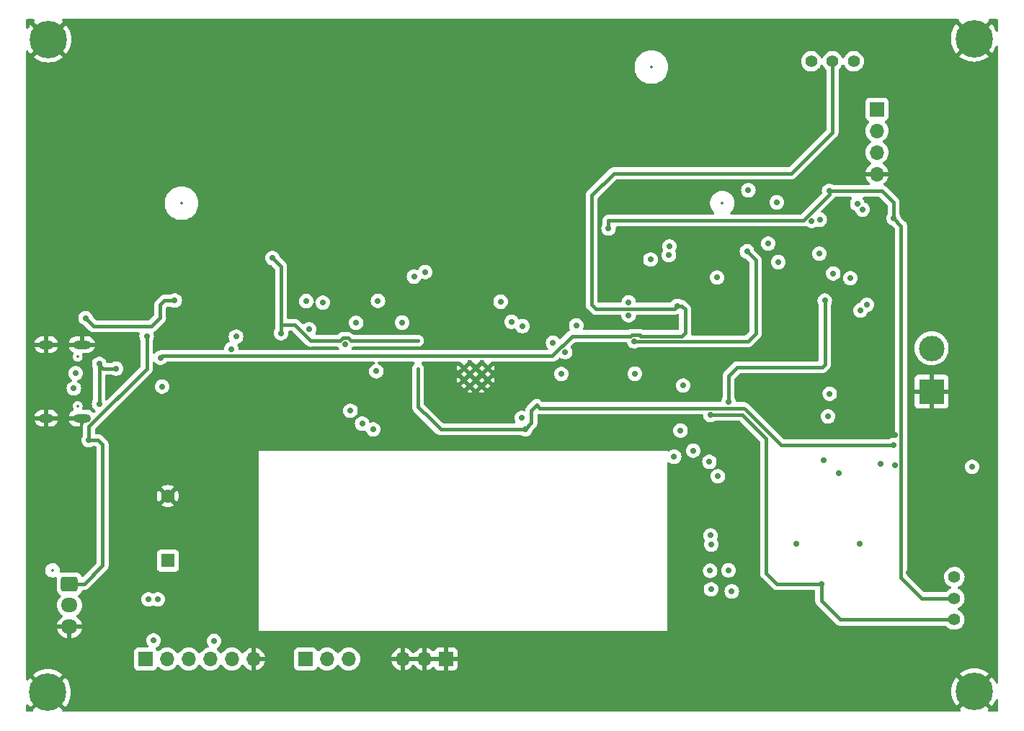
<source format=gbr>
%TF.GenerationSoftware,KiCad,Pcbnew,7.0.8*%
%TF.CreationDate,2024-04-21T21:21:44+03:00*%
%TF.ProjectId,esp32A9G,65737033-3241-4394-972e-6b696361645f,rev?*%
%TF.SameCoordinates,Original*%
%TF.FileFunction,Copper,L3,Inr*%
%TF.FilePolarity,Positive*%
%FSLAX46Y46*%
G04 Gerber Fmt 4.6, Leading zero omitted, Abs format (unit mm)*
G04 Created by KiCad (PCBNEW 7.0.8) date 2024-04-21 21:21:44*
%MOMM*%
%LPD*%
G01*
G04 APERTURE LIST*
G04 Aperture macros list*
%AMRoundRect*
0 Rectangle with rounded corners*
0 $1 Rounding radius*
0 $2 $3 $4 $5 $6 $7 $8 $9 X,Y pos of 4 corners*
0 Add a 4 corners polygon primitive as box body*
4,1,4,$2,$3,$4,$5,$6,$7,$8,$9,$2,$3,0*
0 Add four circle primitives for the rounded corners*
1,1,$1+$1,$2,$3*
1,1,$1+$1,$4,$5*
1,1,$1+$1,$6,$7*
1,1,$1+$1,$8,$9*
0 Add four rect primitives between the rounded corners*
20,1,$1+$1,$2,$3,$4,$5,0*
20,1,$1+$1,$4,$5,$6,$7,0*
20,1,$1+$1,$6,$7,$8,$9,0*
20,1,$1+$1,$8,$9,$2,$3,0*%
G04 Aperture macros list end*
%TA.AperFunction,ComponentPad*%
%ADD10R,1.700000X1.700000*%
%TD*%
%TA.AperFunction,ComponentPad*%
%ADD11O,1.700000X1.700000*%
%TD*%
%TA.AperFunction,ComponentPad*%
%ADD12O,1.800000X1.000000*%
%TD*%
%TA.AperFunction,ComponentPad*%
%ADD13O,2.100000X1.000000*%
%TD*%
%TA.AperFunction,ComponentPad*%
%ADD14C,1.397000*%
%TD*%
%TA.AperFunction,ComponentPad*%
%ADD15C,0.700000*%
%TD*%
%TA.AperFunction,ComponentPad*%
%ADD16C,4.400000*%
%TD*%
%TA.AperFunction,ComponentPad*%
%ADD17RoundRect,0.250000X-0.725000X0.600000X-0.725000X-0.600000X0.725000X-0.600000X0.725000X0.600000X0*%
%TD*%
%TA.AperFunction,ComponentPad*%
%ADD18O,1.950000X1.700000*%
%TD*%
%TA.AperFunction,ComponentPad*%
%ADD19R,1.600000X1.600000*%
%TD*%
%TA.AperFunction,ComponentPad*%
%ADD20C,1.600000*%
%TD*%
%TA.AperFunction,ComponentPad*%
%ADD21R,3.000000X3.000000*%
%TD*%
%TA.AperFunction,ComponentPad*%
%ADD22C,3.000000*%
%TD*%
%TA.AperFunction,HeatsinkPad*%
%ADD23C,0.600000*%
%TD*%
%TA.AperFunction,ViaPad*%
%ADD24C,0.700000*%
%TD*%
%TA.AperFunction,ViaPad*%
%ADD25C,0.300000*%
%TD*%
%TA.AperFunction,Conductor*%
%ADD26C,0.400000*%
%TD*%
%ADD27C,0.300000*%
%ADD28C,0.100000*%
%ADD29C,0.350000*%
%ADD30O,1.400000X0.600000*%
%ADD31O,1.700000X0.600000*%
%ADD32C,0.200000*%
G04 APERTURE END LIST*
D10*
%TO.N,+3V3*%
%TO.C,J6*%
X64770000Y-119126000D03*
D11*
%TO.N,/RX*%
X67310000Y-119126000D03*
%TO.N,/TX*%
X69850000Y-119126000D03*
%TO.N,/EN*%
X72390000Y-119126000D03*
%TO.N,/BOOT*%
X74930000Y-119126000D03*
%TO.N,GND*%
X77470000Y-119126000D03*
%TD*%
D12*
%TO.N,GND*%
%TO.C,J1*%
X53123000Y-90822000D03*
D13*
X57303000Y-90822000D03*
D12*
X53123000Y-82182000D03*
D13*
X57303000Y-82182000D03*
%TD*%
D14*
%TO.N,SOLAR_IN*%
%TO.C,SW4*%
X159810000Y-109500000D03*
%TO.N,VCC*%
X159810000Y-112000000D03*
%TO.N,VBAT*%
X159810000Y-114500000D03*
%TD*%
%TO.N,BATT_IN*%
%TO.C,SW3*%
X143000000Y-48870000D03*
%TO.N,VBAT*%
X145500000Y-48870000D03*
%TO.N,N/C*%
X148000000Y-48870000D03*
%TD*%
D15*
%TO.N,GND*%
%TO.C,H1*%
X160463274Y-46203274D03*
X160946548Y-45036548D03*
X160946548Y-47370000D03*
X162113274Y-44553274D03*
D16*
X162113274Y-46203274D03*
D15*
X162113274Y-47853274D03*
X163280000Y-45036548D03*
X163280000Y-47370000D03*
X163763274Y-46203274D03*
%TD*%
D17*
%TO.N,+3V3*%
%TO.C,J11*%
X55848000Y-110312000D03*
D18*
%TO.N,/DHT11*%
X55848000Y-112812000D03*
%TO.N,GND*%
X55848000Y-115312000D03*
%TD*%
D10*
%TO.N,VBAT*%
%TO.C,J5*%
X150718000Y-54498000D03*
D11*
%TO.N,/TRIG*%
X150718000Y-57038000D03*
%TO.N,/ECHO*%
X150718000Y-59578000D03*
%TO.N,GND*%
X150718000Y-62118000D03*
%TD*%
D19*
%TO.N,/BUZZER*%
%TO.C,BZ1*%
X67406000Y-107574000D03*
D20*
%TO.N,GND*%
X67406000Y-99974000D03*
%TD*%
D15*
%TO.N,GND*%
%TO.C,H2*%
X163796726Y-122936726D03*
X163313452Y-124103452D03*
X163313452Y-121770000D03*
X162146726Y-124586726D03*
D16*
X162146726Y-122936726D03*
D15*
X162146726Y-121286726D03*
X160980000Y-124103452D03*
X160980000Y-121770000D03*
X160496726Y-122936726D03*
%TD*%
%TO.N,GND*%
%TO.C,H3*%
X54943274Y-123046726D03*
X54460000Y-124213452D03*
X54460000Y-121880000D03*
X53293274Y-124696726D03*
D16*
X53293274Y-123046726D03*
D15*
X53293274Y-121396726D03*
X52126548Y-124213452D03*
X52126548Y-121880000D03*
X51643274Y-123046726D03*
%TD*%
D10*
%TO.N,+3V3*%
%TO.C,J7*%
X83581000Y-119126000D03*
D11*
X86121000Y-119126000D03*
X88661000Y-119126000D03*
%TD*%
D21*
%TO.N,GND*%
%TO.C,J4*%
X157140000Y-87690000D03*
D22*
%TO.N,Net-(D2-A)*%
X157140000Y-82610000D03*
%TD*%
D15*
%TO.N,GND*%
%TO.C,H4*%
X51710000Y-46300000D03*
X52193274Y-45133274D03*
X52193274Y-47466726D03*
X53360000Y-44650000D03*
D16*
X53360000Y-46300000D03*
D15*
X53360000Y-47950000D03*
X54526726Y-45133274D03*
X54526726Y-47466726D03*
X55010000Y-46300000D03*
%TD*%
D10*
%TO.N,GND*%
%TO.C,J8*%
X100076000Y-119126000D03*
D11*
X97536000Y-119126000D03*
X94996000Y-119126000D03*
%TD*%
D23*
%TO.N,GND*%
%TO.C,U1*%
X104990000Y-86340000D03*
X104990000Y-84940000D03*
X104290000Y-87040000D03*
X104290000Y-85640000D03*
X104290000Y-84240000D03*
X103615000Y-86340000D03*
X103615000Y-84940000D03*
X102890000Y-87040000D03*
X102890000Y-85640000D03*
X102890000Y-84240000D03*
X102190000Y-86340000D03*
X102190000Y-84940000D03*
%TD*%
D24*
%TO.N,/TX*%
X65740000Y-116960000D03*
%TO.N,/DE-*%
X56358115Y-87325123D03*
X56570000Y-85540000D03*
%TO.N,VBAT*%
X59330000Y-89160000D03*
%TO.N,BATT_IN*%
X121550500Y-78709500D03*
%TO.N,Net-(U10-CS)*%
X115390000Y-79910500D03*
%TO.N,/OD*%
X124110000Y-72180000D03*
X113630000Y-85630000D03*
%TO.N,/OC*%
X122290000Y-85600000D03*
%TO.N,GND*%
X108450000Y-63934500D03*
%TO.N,+3V3*%
X152670000Y-93990000D03*
D25*
X96770000Y-81730000D03*
X96800000Y-85020000D03*
D24*
X161880000Y-96550000D03*
%TO.N,SOLAR_IN*%
X152800500Y-96330000D03*
%TO.N,GND*%
X62300000Y-55440000D03*
%TO.N,/TX*%
X75420000Y-81240000D03*
X65140000Y-112137500D03*
%TO.N,/RX*%
X74860000Y-82710000D03*
X66205500Y-112137500D03*
%TO.N,/EN*%
X72830000Y-117020000D03*
%TO.N,+3V3*%
X109390000Y-92120000D03*
%TO.N,/A9G_RST*%
X132040000Y-97660000D03*
X106500000Y-77140000D03*
%TO.N,VBAT*%
X127240000Y-77620000D03*
%TO.N,BATT_IN*%
X122210000Y-81780000D03*
%TO.N,/LOW_PWR*%
X145170000Y-87940000D03*
%TO.N,/PWR_KEY*%
X107790000Y-79500000D03*
%TO.N,/LOW_PWR*%
X109070000Y-80000000D03*
%TO.N,+3V3*%
X58130000Y-93410000D03*
X64920000Y-81170000D03*
%TO.N,VBAT*%
X68210000Y-77000000D03*
X61330000Y-85000000D03*
X59340000Y-84450000D03*
X57730000Y-79050000D03*
%TO.N,+3V3*%
X79700000Y-72000000D03*
X80704500Y-80830000D03*
%TO.N,/OC*%
X126320000Y-70640000D03*
%TO.N,Net-(U10-CS)*%
X114090000Y-83050000D03*
X126280000Y-71650000D03*
%TO.N,/VIO*%
X129140000Y-94640500D03*
%TO.N,/ADC_0*%
X131030000Y-95960000D03*
X126890000Y-95360000D03*
%TO.N,GND*%
X154470000Y-108970000D03*
X134130000Y-101120000D03*
X136630000Y-107180000D03*
%TO.N,/VIO*%
X133280000Y-88880000D03*
X144590000Y-77010000D03*
%TO.N,/PWR_KEY*%
X127930000Y-86990000D03*
X127640000Y-92280000D03*
%TO.N,BATT_IN*%
X135450000Y-71220000D03*
%TO.N,GND*%
X130760000Y-71240000D03*
X127290000Y-75460000D03*
X121739500Y-72360000D03*
%TO.N,VCC*%
X119180000Y-68505500D03*
%TO.N,GND*%
X140010000Y-70520000D03*
%TO.N,VBAT*%
X131130000Y-90430000D03*
X144170000Y-110300000D03*
%TO.N,Net-(D2-K)*%
X141260000Y-105550000D03*
X148690000Y-105610000D03*
%TO.N,VCC*%
X145100000Y-64120000D03*
X152660000Y-67340000D03*
%TO.N,GND*%
X155140000Y-92860000D03*
X152800000Y-92800000D03*
%TO.N,SOLAR_IN*%
X151130000Y-96230000D03*
X146270000Y-97300000D03*
%TO.N,/BUZZER*%
X90230000Y-91475500D03*
%TO.N,/SIM_CLK*%
X143940000Y-71480000D03*
X147580000Y-74370000D03*
%TO.N,/SIM_VDD*%
X148404424Y-65625861D03*
X148790000Y-78160000D03*
%TO.N,/SIM_DATA*%
X149010000Y-66300000D03*
X149530000Y-77490000D03*
%TO.N,/SIM_RST*%
X139130000Y-72480000D03*
X145590000Y-73800000D03*
%TO.N,Net-(U9-~{STDBY})*%
X121550500Y-77210000D03*
X137927864Y-70304500D03*
%TO.N,/SIM_RST*%
X135610000Y-64030000D03*
%TO.N,/SIM_VDD*%
X138970000Y-65450000D03*
%TO.N,/SIM_CLK*%
X143998056Y-67488056D03*
%TO.N,/SIM_DATA*%
X143060000Y-67630000D03*
%TO.N,/DHT11*%
X91520000Y-92150000D03*
%TO.N,/ECHO*%
X94930000Y-79590000D03*
%TO.N,/TRIG*%
X97660000Y-73640000D03*
%TO.N,VBAT*%
X66720000Y-87100000D03*
X66560000Y-83710000D03*
%TO.N,Net-(D8-K)*%
X131120000Y-108760000D03*
X133270000Y-108700000D03*
%TO.N,/GPRS_LED*%
X144430000Y-95750000D03*
X131270000Y-105700000D03*
%TO.N,/UART_RX*%
X131950000Y-74300000D03*
X112660000Y-81960000D03*
%TO.N,/GSM_LED*%
X144970000Y-90620000D03*
X131150000Y-104610000D03*
%TO.N,Net-(D7-K)*%
X133660000Y-111190000D03*
X131220000Y-110950000D03*
%TO.N,/EN*%
X91904500Y-85310000D03*
%TO.N,/LED*%
X96330000Y-74190000D03*
%TO.N,/BOOT*%
X92090000Y-77030000D03*
X88861000Y-89960000D03*
%TO.N,/LED*%
X89535500Y-79610000D03*
%TO.N,/EN*%
X108990000Y-90800000D03*
%TO.N,/RTS*%
X84020000Y-80370000D03*
X83650000Y-77060000D03*
%TO.N,Net-(Q1-B)*%
X85620000Y-77250000D03*
X88255500Y-82160000D03*
%TD*%
D26*
%TO.N,VBAT*%
X59340000Y-89150000D02*
X59330000Y-89160000D01*
X59340000Y-84450000D02*
X59340000Y-89150000D01*
%TO.N,/VIO*%
X133280000Y-85880000D02*
X133280000Y-88880000D01*
X134330000Y-84830000D02*
X133280000Y-85880000D01*
X144590000Y-84530000D02*
X144290000Y-84830000D01*
X144590000Y-77010000D02*
X144590000Y-84530000D01*
X144290000Y-84830000D02*
X134330000Y-84830000D01*
%TO.N,+3V3*%
X57568000Y-110312000D02*
X55848000Y-110312000D01*
X59740000Y-93940000D02*
X59740000Y-108140000D01*
X59740000Y-108140000D02*
X57568000Y-110312000D01*
X59210000Y-93410000D02*
X59740000Y-93940000D01*
X58130000Y-93410000D02*
X59210000Y-93410000D01*
X135220000Y-89780000D02*
X139430000Y-93990000D01*
X110110000Y-90570000D02*
X110110000Y-89910000D01*
X139430000Y-93990000D02*
X152670000Y-93990000D01*
X110750000Y-89270000D02*
X111110000Y-89630000D01*
X110110000Y-91400000D02*
X110110000Y-90570000D01*
X111110000Y-89630000D02*
X135070000Y-89630000D01*
X135070000Y-89630000D02*
X135220000Y-89780000D01*
X110110000Y-89910000D02*
X110750000Y-89270000D01*
X109390000Y-92120000D02*
X110110000Y-91400000D01*
X84200000Y-81730000D02*
X82310000Y-79840000D01*
X87944839Y-81410000D02*
X87624839Y-81730000D01*
X88566161Y-81410000D02*
X87944839Y-81410000D01*
X87624839Y-81730000D02*
X84200000Y-81730000D01*
X88886161Y-81730000D02*
X88566161Y-81410000D01*
X96770000Y-81730000D02*
X88886161Y-81730000D01*
X82310000Y-79840000D02*
X80704500Y-79840000D01*
X80704500Y-79840000D02*
X80704500Y-80830000D01*
X80704500Y-73004500D02*
X80704500Y-79840000D01*
X98300000Y-90960000D02*
X96800000Y-89460000D01*
X99460000Y-92120000D02*
X98300000Y-90960000D01*
X109390000Y-92120000D02*
X99460000Y-92120000D01*
X96800000Y-89460000D02*
X96800000Y-85020000D01*
%TO.N,VCC*%
X153550000Y-68230000D02*
X152660000Y-67340000D01*
X153550000Y-109570000D02*
X153550000Y-68230000D01*
X155980000Y-112000000D02*
X153550000Y-109570000D01*
X159810000Y-112000000D02*
X155980000Y-112000000D01*
%TO.N,VBAT*%
X144170000Y-112300000D02*
X144170000Y-110300000D01*
X159810000Y-114500000D02*
X146370000Y-114500000D01*
X146370000Y-114500000D02*
X144170000Y-112300000D01*
X126900000Y-77960000D02*
X127240000Y-77620000D01*
X117670000Y-77960000D02*
X126900000Y-77960000D01*
X117200000Y-77490000D02*
X117670000Y-77960000D01*
X119800000Y-62040000D02*
X117200000Y-64640000D01*
X117200000Y-64640000D02*
X117200000Y-77490000D01*
X140670000Y-62040000D02*
X119800000Y-62040000D01*
X145500000Y-57210000D02*
X140670000Y-62040000D01*
X145500000Y-48870000D02*
X145500000Y-57210000D01*
X122840000Y-81030000D02*
X121899339Y-81030000D01*
X121899339Y-81030000D02*
X121749339Y-81180000D01*
X127750000Y-81180000D02*
X122990000Y-81180000D01*
X122990000Y-81180000D02*
X122840000Y-81030000D01*
X66770000Y-83500000D02*
X66560000Y-83710000D01*
X112579339Y-83500000D02*
X66770000Y-83500000D01*
X114899339Y-81180000D02*
X112579339Y-83500000D01*
X121749339Y-81180000D02*
X114899339Y-81180000D01*
X128170000Y-78020000D02*
X128170000Y-80760000D01*
X128170000Y-80760000D02*
X127750000Y-81180000D01*
X127770000Y-77620000D02*
X128170000Y-78020000D01*
X127240000Y-77620000D02*
X127770000Y-77620000D01*
%TO.N,BATT_IN*%
X135570000Y-81780000D02*
X122210000Y-81780000D01*
X136480000Y-80870000D02*
X135570000Y-81780000D01*
X135450000Y-71220000D02*
X136480000Y-72250000D01*
X136480000Y-72250000D02*
X136480000Y-80870000D01*
%TO.N,+3V3*%
X58130000Y-91815991D02*
X58130000Y-93410000D01*
X64920000Y-85025991D02*
X58130000Y-91815991D01*
X64920000Y-81170000D02*
X64920000Y-85025991D01*
%TO.N,VBAT*%
X65490000Y-80020000D02*
X66500000Y-79010000D01*
X66500000Y-79010000D02*
X66500000Y-77520000D01*
X58700000Y-80020000D02*
X65490000Y-80020000D01*
X66500000Y-77520000D02*
X67020000Y-77000000D01*
X57730000Y-79050000D02*
X58700000Y-80020000D01*
X67020000Y-77000000D02*
X68210000Y-77000000D01*
X59340000Y-84550000D02*
X59790000Y-85000000D01*
X59790000Y-85000000D02*
X61330000Y-85000000D01*
X59340000Y-84450000D02*
X59340000Y-84550000D01*
%TO.N,+3V3*%
X79700000Y-72000000D02*
X80704500Y-73004500D01*
%TO.N,VCC*%
X145100000Y-64529339D02*
X145100000Y-64120000D01*
X142059339Y-67570000D02*
X145100000Y-64529339D01*
X119210000Y-67570000D02*
X142059339Y-67570000D01*
X119180000Y-67600000D02*
X119210000Y-67570000D01*
X119180000Y-68505500D02*
X119180000Y-67600000D01*
%TO.N,VBAT*%
X138920000Y-110300000D02*
X144170000Y-110300000D01*
X137680000Y-93220000D02*
X137680000Y-109060000D01*
X134890000Y-90430000D02*
X137680000Y-93220000D01*
X137680000Y-109060000D02*
X138920000Y-110300000D01*
X131130000Y-90430000D02*
X134890000Y-90430000D01*
%TO.N,VCC*%
X151320000Y-64120000D02*
X145100000Y-64120000D01*
X152660000Y-65460000D02*
X151320000Y-64120000D01*
X152660000Y-67340000D02*
X152660000Y-65460000D01*
%TD*%
%TA.AperFunction,Conductor*%
%TO.N,GND*%
G36*
X52458168Y-123770350D02*
G01*
X52610206Y-123915318D01*
X52712496Y-123981056D01*
X51568304Y-125125247D01*
X51572206Y-125189756D01*
X51576660Y-125226432D01*
X51546430Y-125297389D01*
X51484771Y-125343724D01*
X51429138Y-125354500D01*
X50899500Y-125354500D01*
X50825000Y-125334538D01*
X50770462Y-125280000D01*
X50750500Y-125205500D01*
X50750500Y-124593979D01*
X50770462Y-124519479D01*
X50825000Y-124464941D01*
X50899500Y-124444979D01*
X50974000Y-124464941D01*
X51027012Y-124516896D01*
X51067159Y-124583308D01*
X51067162Y-124583312D01*
X51214751Y-124771694D01*
X51727344Y-124259101D01*
X51926548Y-124259101D01*
X51966161Y-124341357D01*
X52037540Y-124398279D01*
X52104016Y-124413452D01*
X52149080Y-124413452D01*
X52215556Y-124398279D01*
X52286935Y-124341357D01*
X52326548Y-124259101D01*
X52326548Y-124167803D01*
X52286935Y-124085547D01*
X52215556Y-124028625D01*
X52149080Y-124013452D01*
X52104016Y-124013452D01*
X52037540Y-124028625D01*
X51966161Y-124085547D01*
X51926548Y-124167803D01*
X51926548Y-124259101D01*
X51727344Y-124259101D01*
X52357484Y-123628960D01*
X52458168Y-123770350D01*
G37*
%TD.AperFunction*%
%TA.AperFunction,Conductor*%
G36*
X97076507Y-118916156D02*
G01*
X97036000Y-119054111D01*
X97036000Y-119197889D01*
X97076507Y-119335844D01*
X97102314Y-119376000D01*
X95429686Y-119376000D01*
X95455493Y-119335844D01*
X95496000Y-119197889D01*
X95496000Y-119054111D01*
X95455493Y-118916156D01*
X95429686Y-118876000D01*
X97102314Y-118876000D01*
X97076507Y-118916156D01*
G37*
%TD.AperFunction*%
%TA.AperFunction,Conductor*%
G36*
X99616507Y-118916156D02*
G01*
X99576000Y-119054111D01*
X99576000Y-119197889D01*
X99616507Y-119335844D01*
X99642314Y-119376000D01*
X97969686Y-119376000D01*
X97995493Y-119335844D01*
X98036000Y-119197889D01*
X98036000Y-119054111D01*
X97995493Y-118916156D01*
X97969686Y-118876000D01*
X99642314Y-118876000D01*
X99616507Y-118916156D01*
G37*
%TD.AperFunction*%
%TA.AperFunction,Conductor*%
G36*
X160323635Y-43915462D02*
G01*
X160378173Y-43970000D01*
X160398135Y-44044500D01*
X160391707Y-44068489D01*
X160388303Y-44124750D01*
X161529967Y-45266414D01*
X161515864Y-45273685D01*
X161350734Y-45403545D01*
X161213164Y-45562309D01*
X161178608Y-45622161D01*
X160638644Y-45082197D01*
X160746548Y-45082197D01*
X160786161Y-45164453D01*
X160857540Y-45221375D01*
X160924016Y-45236548D01*
X160969080Y-45236548D01*
X161035556Y-45221375D01*
X161106935Y-45164453D01*
X161146548Y-45082197D01*
X161146548Y-44990899D01*
X161106935Y-44908643D01*
X161035556Y-44851721D01*
X160969080Y-44836548D01*
X160924016Y-44836548D01*
X160857540Y-44851721D01*
X160786161Y-44908643D01*
X160746548Y-44990899D01*
X160746548Y-45082197D01*
X160638644Y-45082197D01*
X160034751Y-44478304D01*
X159887155Y-44666696D01*
X159718178Y-44946218D01*
X159718172Y-44946229D01*
X159584114Y-45244094D01*
X159584113Y-45244095D01*
X159486940Y-45555934D01*
X159486937Y-45555944D01*
X159428061Y-45877225D01*
X159408339Y-46203272D01*
X159408339Y-46203275D01*
X159428061Y-46529322D01*
X159486937Y-46850603D01*
X159486940Y-46850613D01*
X159584113Y-47162452D01*
X159584114Y-47162453D01*
X159718172Y-47460318D01*
X159718178Y-47460329D01*
X159887156Y-47739851D01*
X159887162Y-47739860D01*
X160034751Y-47928242D01*
X160547344Y-47415649D01*
X160746548Y-47415649D01*
X160786161Y-47497905D01*
X160857540Y-47554827D01*
X160924016Y-47570000D01*
X160969080Y-47570000D01*
X161035556Y-47554827D01*
X161106935Y-47497905D01*
X161146548Y-47415649D01*
X161146548Y-47324351D01*
X161106935Y-47242095D01*
X161035556Y-47185173D01*
X160969080Y-47170000D01*
X160924016Y-47170000D01*
X160857540Y-47185173D01*
X160786161Y-47242095D01*
X160746548Y-47324351D01*
X160746548Y-47415649D01*
X160547344Y-47415649D01*
X161177484Y-46785508D01*
X161278168Y-46926898D01*
X161430206Y-47071866D01*
X161532496Y-47137604D01*
X160388304Y-48281795D01*
X160388304Y-48281796D01*
X160576687Y-48429385D01*
X160576696Y-48429391D01*
X160856218Y-48598369D01*
X160856229Y-48598375D01*
X161154094Y-48732433D01*
X161154095Y-48732434D01*
X161465934Y-48829607D01*
X161465944Y-48829610D01*
X161787226Y-48888486D01*
X161787223Y-48888486D01*
X162113272Y-48908209D01*
X162113276Y-48908209D01*
X162439322Y-48888486D01*
X162760603Y-48829610D01*
X162760613Y-48829607D01*
X163072452Y-48732434D01*
X163072453Y-48732433D01*
X163370318Y-48598375D01*
X163370329Y-48598369D01*
X163649851Y-48429391D01*
X163649852Y-48429391D01*
X163838242Y-48281795D01*
X162972096Y-47415649D01*
X163080000Y-47415649D01*
X163119613Y-47497905D01*
X163190992Y-47554827D01*
X163257468Y-47570000D01*
X163302532Y-47570000D01*
X163369008Y-47554827D01*
X163440387Y-47497905D01*
X163480000Y-47415649D01*
X163480000Y-47324351D01*
X163440387Y-47242095D01*
X163369008Y-47185173D01*
X163302532Y-47170000D01*
X163257468Y-47170000D01*
X163190992Y-47185173D01*
X163119613Y-47242095D01*
X163080000Y-47324351D01*
X163080000Y-47415649D01*
X162972096Y-47415649D01*
X162696580Y-47140133D01*
X162710684Y-47132863D01*
X162875814Y-47003003D01*
X163013384Y-46844239D01*
X163047939Y-46784386D01*
X164191795Y-47928242D01*
X164339391Y-47739852D01*
X164339391Y-47739851D01*
X164508369Y-47460329D01*
X164508375Y-47460318D01*
X164642433Y-47162453D01*
X164642434Y-47162452D01*
X164658247Y-47111707D01*
X164699469Y-47046519D01*
X164767763Y-47010676D01*
X164844828Y-47013782D01*
X164910016Y-47055004D01*
X164945859Y-47123298D01*
X164949500Y-47156035D01*
X164949500Y-121891378D01*
X164929538Y-121965878D01*
X164875000Y-122020416D01*
X164800500Y-122040378D01*
X164726000Y-122020416D01*
X164671462Y-121965878D01*
X164664627Y-121952530D01*
X164541827Y-121679681D01*
X164541821Y-121679670D01*
X164372843Y-121400148D01*
X164372837Y-121400139D01*
X164225247Y-121211756D01*
X163082514Y-122354489D01*
X162981832Y-122213102D01*
X162829794Y-122068134D01*
X162727502Y-122002394D01*
X162914247Y-121815649D01*
X163113452Y-121815649D01*
X163153065Y-121897905D01*
X163224444Y-121954827D01*
X163290920Y-121970000D01*
X163335984Y-121970000D01*
X163402460Y-121954827D01*
X163473839Y-121897905D01*
X163513452Y-121815649D01*
X163513452Y-121724351D01*
X163473839Y-121642095D01*
X163402460Y-121585173D01*
X163335984Y-121570000D01*
X163290920Y-121570000D01*
X163224444Y-121585173D01*
X163153065Y-121642095D01*
X163113452Y-121724351D01*
X163113452Y-121815649D01*
X162914247Y-121815649D01*
X163871694Y-120858203D01*
X163683312Y-120710614D01*
X163683303Y-120710608D01*
X163403781Y-120541630D01*
X163403770Y-120541624D01*
X163105905Y-120407566D01*
X163105904Y-120407565D01*
X162794065Y-120310392D01*
X162794055Y-120310389D01*
X162472773Y-120251513D01*
X162472776Y-120251513D01*
X162146728Y-120231791D01*
X162146724Y-120231791D01*
X161820677Y-120251513D01*
X161499396Y-120310389D01*
X161499386Y-120310392D01*
X161187547Y-120407565D01*
X161187546Y-120407566D01*
X160889681Y-120541624D01*
X160889670Y-120541630D01*
X160610148Y-120710607D01*
X160421756Y-120858203D01*
X161563419Y-121999866D01*
X161549316Y-122007137D01*
X161384186Y-122136997D01*
X161246616Y-122295761D01*
X161212060Y-122355613D01*
X160672096Y-121815649D01*
X160780000Y-121815649D01*
X160819613Y-121897905D01*
X160890992Y-121954827D01*
X160957468Y-121970000D01*
X161002532Y-121970000D01*
X161069008Y-121954827D01*
X161140387Y-121897905D01*
X161180000Y-121815649D01*
X161180000Y-121724351D01*
X161140387Y-121642095D01*
X161069008Y-121585173D01*
X161002532Y-121570000D01*
X160957468Y-121570000D01*
X160890992Y-121585173D01*
X160819613Y-121642095D01*
X160780000Y-121724351D01*
X160780000Y-121815649D01*
X160672096Y-121815649D01*
X160068203Y-121211756D01*
X159920607Y-121400148D01*
X159751630Y-121679670D01*
X159751624Y-121679681D01*
X159617566Y-121977546D01*
X159617565Y-121977547D01*
X159520392Y-122289386D01*
X159520389Y-122289396D01*
X159461513Y-122610677D01*
X159441791Y-122936724D01*
X159441791Y-122936727D01*
X159461513Y-123262774D01*
X159520389Y-123584055D01*
X159520392Y-123584065D01*
X159617565Y-123895904D01*
X159617566Y-123895905D01*
X159751624Y-124193770D01*
X159751630Y-124193781D01*
X159920608Y-124473303D01*
X159920614Y-124473312D01*
X160068203Y-124661694D01*
X160580796Y-124149101D01*
X160780000Y-124149101D01*
X160819613Y-124231357D01*
X160890992Y-124288279D01*
X160957468Y-124303452D01*
X161002532Y-124303452D01*
X161069008Y-124288279D01*
X161140387Y-124231357D01*
X161180000Y-124149101D01*
X161180000Y-124057803D01*
X161140387Y-123975547D01*
X161069008Y-123918625D01*
X161002532Y-123903452D01*
X160957468Y-123903452D01*
X160890992Y-123918625D01*
X160819613Y-123975547D01*
X160780000Y-124057803D01*
X160780000Y-124149101D01*
X160580796Y-124149101D01*
X161210936Y-123518960D01*
X161311620Y-123660350D01*
X161463658Y-123805318D01*
X161565948Y-123871056D01*
X160421756Y-125015247D01*
X160514885Y-125088210D01*
X160561219Y-125149869D01*
X160570516Y-125226435D01*
X160540284Y-125297391D01*
X160478625Y-125343725D01*
X160422994Y-125354500D01*
X55157409Y-125354500D01*
X55082909Y-125334538D01*
X55028371Y-125280000D01*
X55008409Y-125205500D01*
X55014840Y-125181497D01*
X55018242Y-125125247D01*
X54152096Y-124259101D01*
X54260000Y-124259101D01*
X54299613Y-124341357D01*
X54370992Y-124398279D01*
X54437468Y-124413452D01*
X54482532Y-124413452D01*
X54549008Y-124398279D01*
X54620387Y-124341357D01*
X54660000Y-124259101D01*
X54660000Y-124167803D01*
X54620387Y-124085547D01*
X54549008Y-124028625D01*
X54482532Y-124013452D01*
X54437468Y-124013452D01*
X54370992Y-124028625D01*
X54299613Y-124085547D01*
X54260000Y-124167803D01*
X54260000Y-124259101D01*
X54152096Y-124259101D01*
X53876580Y-123983585D01*
X53890684Y-123976315D01*
X54055814Y-123846455D01*
X54193384Y-123687691D01*
X54227939Y-123627838D01*
X55371795Y-124771694D01*
X55519391Y-124583304D01*
X55519391Y-124583303D01*
X55688369Y-124303781D01*
X55688375Y-124303770D01*
X55822433Y-124005905D01*
X55822434Y-124005904D01*
X55919607Y-123694065D01*
X55919610Y-123694055D01*
X55978486Y-123372774D01*
X55998209Y-123046727D01*
X55998209Y-123046724D01*
X55978486Y-122720677D01*
X55919610Y-122399396D01*
X55919607Y-122399386D01*
X55822434Y-122087547D01*
X55822433Y-122087546D01*
X55688375Y-121789681D01*
X55688369Y-121789670D01*
X55519391Y-121510148D01*
X55519385Y-121510139D01*
X55371795Y-121321756D01*
X54229062Y-122464489D01*
X54128380Y-122323102D01*
X53976342Y-122178134D01*
X53874050Y-122112394D01*
X54060795Y-121925649D01*
X54260000Y-121925649D01*
X54299613Y-122007905D01*
X54370992Y-122064827D01*
X54437468Y-122080000D01*
X54482532Y-122080000D01*
X54549008Y-122064827D01*
X54620387Y-122007905D01*
X54660000Y-121925649D01*
X54660000Y-121834351D01*
X54620387Y-121752095D01*
X54549008Y-121695173D01*
X54482532Y-121680000D01*
X54437468Y-121680000D01*
X54370992Y-121695173D01*
X54299613Y-121752095D01*
X54260000Y-121834351D01*
X54260000Y-121925649D01*
X54060795Y-121925649D01*
X55018242Y-120968203D01*
X54829860Y-120820614D01*
X54829851Y-120820608D01*
X54550329Y-120651630D01*
X54550318Y-120651624D01*
X54252453Y-120517566D01*
X54252452Y-120517565D01*
X53940613Y-120420392D01*
X53940603Y-120420389D01*
X53619321Y-120361513D01*
X53619324Y-120361513D01*
X53293276Y-120341791D01*
X53293272Y-120341791D01*
X52967225Y-120361513D01*
X52645944Y-120420389D01*
X52645934Y-120420392D01*
X52334095Y-120517565D01*
X52334094Y-120517566D01*
X52036229Y-120651624D01*
X52036218Y-120651630D01*
X51756696Y-120820607D01*
X51568304Y-120968203D01*
X52709967Y-122109866D01*
X52695864Y-122117137D01*
X52530734Y-122246997D01*
X52393164Y-122405761D01*
X52358608Y-122465613D01*
X51818644Y-121925649D01*
X51926548Y-121925649D01*
X51966161Y-122007905D01*
X52037540Y-122064827D01*
X52104016Y-122080000D01*
X52149080Y-122080000D01*
X52215556Y-122064827D01*
X52286935Y-122007905D01*
X52326548Y-121925649D01*
X52326548Y-121834351D01*
X52286935Y-121752095D01*
X52215556Y-121695173D01*
X52149080Y-121680000D01*
X52104016Y-121680000D01*
X52037540Y-121695173D01*
X51966161Y-121752095D01*
X51926548Y-121834351D01*
X51926548Y-121925649D01*
X51818644Y-121925649D01*
X51214751Y-121321756D01*
X51067155Y-121510148D01*
X51027011Y-121576556D01*
X50971386Y-121629984D01*
X50896499Y-121648442D01*
X50822416Y-121626983D01*
X50768988Y-121571358D01*
X50750500Y-121499472D01*
X50750500Y-120023863D01*
X63419500Y-120023863D01*
X63419502Y-120023888D01*
X63425908Y-120083478D01*
X63425909Y-120083484D01*
X63476202Y-120218329D01*
X63476204Y-120218333D01*
X63562452Y-120333544D01*
X63562455Y-120333547D01*
X63677666Y-120419795D01*
X63677670Y-120419797D01*
X63812517Y-120470091D01*
X63872114Y-120476499D01*
X63872118Y-120476499D01*
X63872127Y-120476500D01*
X65667872Y-120476499D01*
X65727483Y-120470091D01*
X65823447Y-120434298D01*
X65862329Y-120419797D01*
X65862333Y-120419795D01*
X65966532Y-120341791D01*
X65977546Y-120333546D01*
X66063796Y-120218331D01*
X66063797Y-120218329D01*
X66063798Y-120218327D01*
X66099215Y-120123367D01*
X66143953Y-120060540D01*
X66214110Y-120028498D01*
X66290889Y-120035829D01*
X66344180Y-120070076D01*
X66438599Y-120164495D01*
X66632170Y-120300035D01*
X66846337Y-120399903D01*
X67074592Y-120461063D01*
X67310000Y-120481659D01*
X67545408Y-120461063D01*
X67773663Y-120399903D01*
X67987830Y-120300035D01*
X68181401Y-120164495D01*
X68348495Y-119997401D01*
X68457947Y-119841086D01*
X68517030Y-119791511D01*
X68592986Y-119778118D01*
X68665463Y-119804497D01*
X68702051Y-119841085D01*
X68811505Y-119997401D01*
X68978599Y-120164495D01*
X69172170Y-120300035D01*
X69386337Y-120399903D01*
X69614592Y-120461063D01*
X69850000Y-120481659D01*
X70085408Y-120461063D01*
X70313663Y-120399903D01*
X70527830Y-120300035D01*
X70721401Y-120164495D01*
X70888495Y-119997401D01*
X70997947Y-119841086D01*
X71057030Y-119791511D01*
X71132986Y-119778118D01*
X71205463Y-119804497D01*
X71242051Y-119841085D01*
X71351505Y-119997401D01*
X71518599Y-120164495D01*
X71712170Y-120300035D01*
X71926337Y-120399903D01*
X72154592Y-120461063D01*
X72390000Y-120481659D01*
X72625408Y-120461063D01*
X72853663Y-120399903D01*
X73067830Y-120300035D01*
X73261401Y-120164495D01*
X73428495Y-119997401D01*
X73537947Y-119841086D01*
X73597030Y-119791511D01*
X73672986Y-119778118D01*
X73745463Y-119804497D01*
X73782051Y-119841085D01*
X73891505Y-119997401D01*
X74058599Y-120164495D01*
X74252170Y-120300035D01*
X74466337Y-120399903D01*
X74694592Y-120461063D01*
X74930000Y-120481659D01*
X75165408Y-120461063D01*
X75393663Y-120399903D01*
X75607830Y-120300035D01*
X75801401Y-120164495D01*
X75968495Y-119997401D01*
X76078253Y-119840650D01*
X76137335Y-119791075D01*
X76213291Y-119777682D01*
X76285768Y-119804061D01*
X76322358Y-119840652D01*
X76431888Y-119997076D01*
X76598923Y-120164111D01*
X76792411Y-120299593D01*
X76792420Y-120299599D01*
X77006508Y-120399430D01*
X77006513Y-120399432D01*
X77220000Y-120456634D01*
X77220000Y-119561501D01*
X77327685Y-119610680D01*
X77434237Y-119626000D01*
X77505763Y-119626000D01*
X77612315Y-119610680D01*
X77720000Y-119561501D01*
X77720000Y-120456633D01*
X77933486Y-120399432D01*
X77933491Y-120399430D01*
X78147579Y-120299599D01*
X78147588Y-120299593D01*
X78341076Y-120164111D01*
X78481324Y-120023863D01*
X82230500Y-120023863D01*
X82230502Y-120023888D01*
X82236908Y-120083478D01*
X82236909Y-120083484D01*
X82287202Y-120218329D01*
X82287204Y-120218333D01*
X82373452Y-120333544D01*
X82373455Y-120333547D01*
X82488666Y-120419795D01*
X82488670Y-120419797D01*
X82623517Y-120470091D01*
X82683114Y-120476499D01*
X82683118Y-120476499D01*
X82683127Y-120476500D01*
X84478872Y-120476499D01*
X84538483Y-120470091D01*
X84634447Y-120434298D01*
X84673329Y-120419797D01*
X84673333Y-120419795D01*
X84777532Y-120341791D01*
X84788546Y-120333546D01*
X84874796Y-120218331D01*
X84874797Y-120218329D01*
X84874798Y-120218327D01*
X84910215Y-120123367D01*
X84954953Y-120060540D01*
X85025110Y-120028498D01*
X85101889Y-120035829D01*
X85155180Y-120070076D01*
X85249599Y-120164495D01*
X85443170Y-120300035D01*
X85657337Y-120399903D01*
X85885592Y-120461063D01*
X86121000Y-120481659D01*
X86356408Y-120461063D01*
X86584663Y-120399903D01*
X86798830Y-120300035D01*
X86992401Y-120164495D01*
X87159495Y-119997401D01*
X87268947Y-119841086D01*
X87328030Y-119791511D01*
X87403986Y-119778118D01*
X87476463Y-119804497D01*
X87513051Y-119841085D01*
X87622505Y-119997401D01*
X87789599Y-120164495D01*
X87983170Y-120300035D01*
X88197337Y-120399903D01*
X88425592Y-120461063D01*
X88661000Y-120481659D01*
X88896408Y-120461063D01*
X89124663Y-120399903D01*
X89338830Y-120300035D01*
X89532401Y-120164495D01*
X89699495Y-119997401D01*
X89835035Y-119803830D01*
X89934903Y-119589663D01*
X89992153Y-119376000D01*
X93665364Y-119376000D01*
X93722568Y-119589489D01*
X93722569Y-119589491D01*
X93822400Y-119803579D01*
X93822406Y-119803588D01*
X93957888Y-119997076D01*
X94124923Y-120164111D01*
X94318411Y-120299593D01*
X94318420Y-120299599D01*
X94532508Y-120399430D01*
X94532513Y-120399432D01*
X94746000Y-120456634D01*
X94746000Y-119561501D01*
X94853685Y-119610680D01*
X94960237Y-119626000D01*
X95031763Y-119626000D01*
X95138315Y-119610680D01*
X95246000Y-119561501D01*
X95246000Y-120456633D01*
X95459486Y-120399432D01*
X95459491Y-120399430D01*
X95673579Y-120299599D01*
X95673588Y-120299593D01*
X95867076Y-120164111D01*
X96034108Y-119997079D01*
X96143946Y-119840215D01*
X96203030Y-119790638D01*
X96278986Y-119777245D01*
X96351463Y-119803624D01*
X96388054Y-119840215D01*
X96497891Y-119997079D01*
X96664923Y-120164111D01*
X96858411Y-120299593D01*
X96858420Y-120299599D01*
X97072508Y-120399430D01*
X97072513Y-120399432D01*
X97286000Y-120456634D01*
X97286000Y-119561501D01*
X97393685Y-119610680D01*
X97500237Y-119626000D01*
X97571763Y-119626000D01*
X97678315Y-119610680D01*
X97786000Y-119561501D01*
X97786000Y-120456633D01*
X97999486Y-120399432D01*
X97999491Y-120399430D01*
X98213579Y-120299599D01*
X98213588Y-120299593D01*
X98407079Y-120164109D01*
X98502015Y-120069173D01*
X98568809Y-120030608D01*
X98645937Y-120030608D01*
X98712732Y-120069172D01*
X98746979Y-120122460D01*
X98782646Y-120218086D01*
X98782650Y-120218094D01*
X98868809Y-120333187D01*
X98868812Y-120333190D01*
X98983905Y-120419349D01*
X98983915Y-120419354D01*
X99118623Y-120469598D01*
X99118621Y-120469598D01*
X99178157Y-120475998D01*
X99178177Y-120476000D01*
X99826000Y-120476000D01*
X99826000Y-119561501D01*
X99933685Y-119610680D01*
X100040237Y-119626000D01*
X100111763Y-119626000D01*
X100218315Y-119610680D01*
X100326000Y-119561501D01*
X100326000Y-120476000D01*
X100973823Y-120476000D01*
X100973842Y-120475998D01*
X101033377Y-120469598D01*
X101168084Y-120419354D01*
X101168094Y-120419349D01*
X101283187Y-120333190D01*
X101283190Y-120333187D01*
X101369349Y-120218094D01*
X101369354Y-120218084D01*
X101419598Y-120083377D01*
X101425998Y-120023842D01*
X101426000Y-120023822D01*
X101426000Y-119376000D01*
X100509686Y-119376000D01*
X100535493Y-119335844D01*
X100576000Y-119197889D01*
X100576000Y-119054111D01*
X100535493Y-118916156D01*
X100509686Y-118876000D01*
X101426000Y-118876000D01*
X101426000Y-118228177D01*
X101425998Y-118228157D01*
X101419598Y-118168622D01*
X101369354Y-118033915D01*
X101369349Y-118033905D01*
X101283190Y-117918812D01*
X101283187Y-117918809D01*
X101168094Y-117832650D01*
X101168084Y-117832645D01*
X101033376Y-117782401D01*
X101033378Y-117782401D01*
X100973842Y-117776001D01*
X100973823Y-117776000D01*
X100326000Y-117776000D01*
X100326000Y-118690498D01*
X100218315Y-118641320D01*
X100111763Y-118626000D01*
X100040237Y-118626000D01*
X99933685Y-118641320D01*
X99826000Y-118690498D01*
X99826000Y-117776000D01*
X99178177Y-117776000D01*
X99178157Y-117776001D01*
X99118622Y-117782401D01*
X98983915Y-117832645D01*
X98983905Y-117832650D01*
X98868812Y-117918809D01*
X98868809Y-117918812D01*
X98782650Y-118033905D01*
X98782646Y-118033913D01*
X98746979Y-118129539D01*
X98702240Y-118192365D01*
X98632082Y-118224405D01*
X98555303Y-118217073D01*
X98502015Y-118182827D01*
X98407076Y-118087888D01*
X98213588Y-117952406D01*
X98213579Y-117952400D01*
X97999491Y-117852569D01*
X97999489Y-117852568D01*
X97786000Y-117795364D01*
X97786000Y-118690498D01*
X97678315Y-118641320D01*
X97571763Y-118626000D01*
X97500237Y-118626000D01*
X97393685Y-118641320D01*
X97286000Y-118690498D01*
X97286000Y-117795364D01*
X97285999Y-117795364D01*
X97072512Y-117852568D01*
X96858419Y-117952402D01*
X96664920Y-118087891D01*
X96497888Y-118254923D01*
X96388053Y-118411784D01*
X96328970Y-118461361D01*
X96253013Y-118474754D01*
X96180537Y-118448374D01*
X96143947Y-118411784D01*
X96034111Y-118254923D01*
X95867076Y-118087888D01*
X95673588Y-117952406D01*
X95673579Y-117952400D01*
X95459491Y-117852569D01*
X95459489Y-117852568D01*
X95246000Y-117795364D01*
X95246000Y-118690498D01*
X95138315Y-118641320D01*
X95031763Y-118626000D01*
X94960237Y-118626000D01*
X94853685Y-118641320D01*
X94746000Y-118690498D01*
X94746000Y-117795364D01*
X94745999Y-117795364D01*
X94532512Y-117852568D01*
X94318419Y-117952402D01*
X94124920Y-118087891D01*
X93957891Y-118254920D01*
X93822402Y-118448419D01*
X93722568Y-118662512D01*
X93665364Y-118875999D01*
X93665364Y-118876000D01*
X94562314Y-118876000D01*
X94536507Y-118916156D01*
X94496000Y-119054111D01*
X94496000Y-119197889D01*
X94536507Y-119335844D01*
X94562314Y-119376000D01*
X93665364Y-119376000D01*
X89992153Y-119376000D01*
X89996063Y-119361408D01*
X90016659Y-119126000D01*
X89996063Y-118890592D01*
X89934903Y-118662337D01*
X89835035Y-118448171D01*
X89699495Y-118254599D01*
X89532401Y-118087505D01*
X89338830Y-117951965D01*
X89124663Y-117852097D01*
X89124661Y-117852096D01*
X88896409Y-117790937D01*
X88661000Y-117770341D01*
X88425590Y-117790937D01*
X88197340Y-117852096D01*
X88197339Y-117852096D01*
X88197337Y-117852097D01*
X87983171Y-117951965D01*
X87983168Y-117951966D01*
X87983168Y-117951967D01*
X87789596Y-118087507D01*
X87622506Y-118254597D01*
X87513054Y-118410912D01*
X87453970Y-118460489D01*
X87378014Y-118473882D01*
X87305537Y-118447503D01*
X87268946Y-118410912D01*
X87159495Y-118254599D01*
X86992401Y-118087505D01*
X86798830Y-117951965D01*
X86584663Y-117852097D01*
X86584661Y-117852096D01*
X86356409Y-117790937D01*
X86121000Y-117770341D01*
X85885590Y-117790937D01*
X85657340Y-117852096D01*
X85657339Y-117852096D01*
X85657337Y-117852097D01*
X85443171Y-117951965D01*
X85443168Y-117951966D01*
X85443168Y-117951967D01*
X85249593Y-118087509D01*
X85155179Y-118181923D01*
X85088384Y-118220487D01*
X85011256Y-118220487D01*
X84944462Y-118181922D01*
X84910215Y-118128633D01*
X84894876Y-118087506D01*
X84874796Y-118033669D01*
X84874795Y-118033668D01*
X84874795Y-118033666D01*
X84788547Y-117918455D01*
X84788544Y-117918452D01*
X84673333Y-117832204D01*
X84673329Y-117832202D01*
X84538482Y-117781908D01*
X84478876Y-117775500D01*
X82683136Y-117775500D01*
X82683111Y-117775502D01*
X82623521Y-117781908D01*
X82623515Y-117781909D01*
X82488670Y-117832202D01*
X82488666Y-117832204D01*
X82373455Y-117918452D01*
X82373452Y-117918455D01*
X82287204Y-118033666D01*
X82287202Y-118033670D01*
X82236908Y-118168517D01*
X82230500Y-118228114D01*
X82230500Y-120023863D01*
X78481324Y-120023863D01*
X78508111Y-119997076D01*
X78643593Y-119803588D01*
X78643599Y-119803579D01*
X78743430Y-119589491D01*
X78743431Y-119589489D01*
X78800636Y-119376000D01*
X77903686Y-119376000D01*
X77929493Y-119335844D01*
X77970000Y-119197889D01*
X77970000Y-119054111D01*
X77929493Y-118916156D01*
X77903686Y-118876000D01*
X78800636Y-118876000D01*
X78800635Y-118875999D01*
X78743431Y-118662512D01*
X78643597Y-118448419D01*
X78508108Y-118254920D01*
X78341076Y-118087888D01*
X78147588Y-117952406D01*
X78147579Y-117952400D01*
X77933491Y-117852569D01*
X77933489Y-117852568D01*
X77720000Y-117795364D01*
X77720000Y-118690498D01*
X77612315Y-118641320D01*
X77505763Y-118626000D01*
X77434237Y-118626000D01*
X77327685Y-118641320D01*
X77220000Y-118690498D01*
X77220000Y-117795364D01*
X77219999Y-117795364D01*
X77006512Y-117852568D01*
X76792419Y-117952402D01*
X76598920Y-118087891D01*
X76431888Y-118254923D01*
X76322358Y-118411348D01*
X76263275Y-118460925D01*
X76187318Y-118474318D01*
X76114842Y-118447938D01*
X76078251Y-118411348D01*
X76077946Y-118410912D01*
X75968495Y-118254599D01*
X75801401Y-118087505D01*
X75607830Y-117951965D01*
X75393663Y-117852097D01*
X75393661Y-117852096D01*
X75165409Y-117790937D01*
X74930000Y-117770341D01*
X74694590Y-117790937D01*
X74466340Y-117852096D01*
X74466339Y-117852096D01*
X74466337Y-117852097D01*
X74252171Y-117951965D01*
X74252168Y-117951966D01*
X74252168Y-117951967D01*
X74058596Y-118087507D01*
X73891506Y-118254597D01*
X73782054Y-118410912D01*
X73722970Y-118460489D01*
X73647014Y-118473882D01*
X73574537Y-118447503D01*
X73537946Y-118410912D01*
X73428495Y-118254599D01*
X73261401Y-118087505D01*
X73261399Y-118087503D01*
X73190262Y-118037692D01*
X73140685Y-117978608D01*
X73127292Y-117902652D01*
X73153672Y-117830176D01*
X73212756Y-117780599D01*
X73215052Y-117779552D01*
X73257593Y-117760612D01*
X73402230Y-117655526D01*
X73518137Y-117526799D01*
X73521856Y-117522669D01*
X73521857Y-117522667D01*
X73521859Y-117522665D01*
X73611250Y-117367835D01*
X73666497Y-117197803D01*
X73685185Y-117020000D01*
X73666497Y-116842197D01*
X73611250Y-116672165D01*
X73521859Y-116517335D01*
X73521858Y-116517334D01*
X73521856Y-116517330D01*
X73402231Y-116384475D01*
X73354929Y-116350108D01*
X73257593Y-116279388D01*
X73257591Y-116279387D01*
X73257588Y-116279385D01*
X73094275Y-116206674D01*
X73094271Y-116206672D01*
X73094267Y-116206671D01*
X72977683Y-116181890D01*
X72919392Y-116169500D01*
X72919391Y-116169500D01*
X72740609Y-116169500D01*
X72740608Y-116169500D01*
X72653171Y-116188085D01*
X72565733Y-116206671D01*
X72565730Y-116206672D01*
X72565728Y-116206673D01*
X72402409Y-116279387D01*
X72257771Y-116384472D01*
X72257769Y-116384474D01*
X72138143Y-116517330D01*
X72048751Y-116672163D01*
X72048748Y-116672170D01*
X71993502Y-116842199D01*
X71974815Y-117020000D01*
X71993502Y-117197800D01*
X71993503Y-117197803D01*
X72048750Y-117367835D01*
X72138141Y-117522665D01*
X72138143Y-117522668D01*
X72173244Y-117561652D01*
X72208259Y-117630374D01*
X72204222Y-117707396D01*
X72162215Y-117772081D01*
X72101079Y-117805275D01*
X71926340Y-117852096D01*
X71926339Y-117852096D01*
X71926337Y-117852097D01*
X71712171Y-117951965D01*
X71712168Y-117951966D01*
X71712168Y-117951967D01*
X71518596Y-118087507D01*
X71351506Y-118254597D01*
X71242054Y-118410912D01*
X71182970Y-118460489D01*
X71107014Y-118473882D01*
X71034537Y-118447503D01*
X70997946Y-118410912D01*
X70888495Y-118254599D01*
X70721401Y-118087505D01*
X70527830Y-117951965D01*
X70313663Y-117852097D01*
X70313661Y-117852096D01*
X70085409Y-117790937D01*
X69850000Y-117770341D01*
X69614590Y-117790937D01*
X69386340Y-117852096D01*
X69386339Y-117852096D01*
X69386337Y-117852097D01*
X69172171Y-117951965D01*
X69172168Y-117951966D01*
X69172168Y-117951967D01*
X68978596Y-118087507D01*
X68811506Y-118254597D01*
X68702054Y-118410912D01*
X68642970Y-118460489D01*
X68567014Y-118473882D01*
X68494537Y-118447503D01*
X68457946Y-118410912D01*
X68348495Y-118254599D01*
X68181401Y-118087505D01*
X67987830Y-117951965D01*
X67773663Y-117852097D01*
X67773661Y-117852096D01*
X67545409Y-117790937D01*
X67310000Y-117770341D01*
X67074590Y-117790937D01*
X66846340Y-117852096D01*
X66846339Y-117852096D01*
X66846337Y-117852097D01*
X66632171Y-117951965D01*
X66632168Y-117951966D01*
X66632168Y-117951967D01*
X66438593Y-118087509D01*
X66344179Y-118181923D01*
X66277384Y-118220487D01*
X66200256Y-118220487D01*
X66133462Y-118181922D01*
X66099215Y-118128633D01*
X66083876Y-118087506D01*
X66063796Y-118033669D01*
X66014635Y-117967999D01*
X65985969Y-117896397D01*
X65996944Y-117820054D01*
X66044621Y-117759427D01*
X66073302Y-117742592D01*
X66167593Y-117700612D01*
X66312230Y-117595526D01*
X66380538Y-117519661D01*
X66431856Y-117462669D01*
X66431857Y-117462667D01*
X66431859Y-117462665D01*
X66521250Y-117307835D01*
X66576497Y-117137803D01*
X66595185Y-116960000D01*
X66576497Y-116782197D01*
X66521250Y-116612165D01*
X66431859Y-116457335D01*
X66431858Y-116457334D01*
X66431856Y-116457330D01*
X66312231Y-116324475D01*
X66250173Y-116279387D01*
X66167593Y-116219388D01*
X66167591Y-116219387D01*
X66167588Y-116219385D01*
X66004275Y-116146674D01*
X66004271Y-116146672D01*
X66004267Y-116146671D01*
X65887683Y-116121890D01*
X65829392Y-116109500D01*
X65829391Y-116109500D01*
X65650609Y-116109500D01*
X65650608Y-116109500D01*
X65563171Y-116128085D01*
X65475733Y-116146671D01*
X65475730Y-116146672D01*
X65475728Y-116146673D01*
X65312409Y-116219387D01*
X65167771Y-116324472D01*
X65167769Y-116324474D01*
X65048143Y-116457330D01*
X64958751Y-116612163D01*
X64958748Y-116612170D01*
X64903502Y-116782199D01*
X64884815Y-116960000D01*
X64903502Y-117137800D01*
X64903503Y-117137803D01*
X64958750Y-117307835D01*
X64993391Y-117367835D01*
X65048143Y-117462669D01*
X65105887Y-117526799D01*
X65140903Y-117595521D01*
X65136867Y-117672543D01*
X65094860Y-117737228D01*
X65026138Y-117772244D01*
X64995159Y-117775500D01*
X63872136Y-117775500D01*
X63872111Y-117775502D01*
X63812521Y-117781908D01*
X63812515Y-117781909D01*
X63677670Y-117832202D01*
X63677666Y-117832204D01*
X63562455Y-117918452D01*
X63562452Y-117918455D01*
X63476204Y-118033666D01*
X63476202Y-118033670D01*
X63425908Y-118168517D01*
X63419500Y-118228114D01*
X63419500Y-120023863D01*
X50750500Y-120023863D01*
X50750500Y-108665685D01*
X52993739Y-108665685D01*
X53003754Y-108850401D01*
X53003755Y-108850408D01*
X53053245Y-109028657D01*
X53139899Y-109192103D01*
X53255500Y-109328200D01*
X53259663Y-109333100D01*
X53321380Y-109380016D01*
X53406935Y-109445054D01*
X53574828Y-109522730D01*
X53574829Y-109522730D01*
X53574833Y-109522732D01*
X53755503Y-109562500D01*
X53755508Y-109562500D01*
X53894104Y-109562500D01*
X53894113Y-109562500D01*
X54031910Y-109547514D01*
X54177426Y-109498482D01*
X54254400Y-109493612D01*
X54323497Y-109527880D01*
X54366203Y-109592106D01*
X54373232Y-109654820D01*
X54372500Y-109661985D01*
X54372500Y-110962003D01*
X54377973Y-111015578D01*
X54383001Y-111064797D01*
X54438186Y-111231334D01*
X54530288Y-111380656D01*
X54654344Y-111504712D01*
X54752116Y-111565018D01*
X54782209Y-111583579D01*
X54835138Y-111639679D01*
X54852926Y-111714728D01*
X54830806Y-111788616D01*
X54809348Y-111815755D01*
X54684507Y-111940596D01*
X54548966Y-112134168D01*
X54548965Y-112134169D01*
X54449097Y-112348337D01*
X54449096Y-112348338D01*
X54387937Y-112576590D01*
X54367341Y-112812000D01*
X54387937Y-113047409D01*
X54428555Y-113199000D01*
X54449097Y-113275663D01*
X54548965Y-113489829D01*
X54684505Y-113683401D01*
X54851599Y-113850495D01*
X54979785Y-113940252D01*
X55029362Y-113999335D01*
X55042755Y-114075291D01*
X55016376Y-114147768D01*
X54979785Y-114184358D01*
X54851923Y-114273888D01*
X54684888Y-114440923D01*
X54549406Y-114634411D01*
X54549400Y-114634420D01*
X54449569Y-114848508D01*
X54449568Y-114848510D01*
X54392364Y-115061999D01*
X54392364Y-115062000D01*
X55444031Y-115062000D01*
X55411481Y-115112649D01*
X55373000Y-115243705D01*
X55373000Y-115380295D01*
X55411481Y-115511351D01*
X55444031Y-115562000D01*
X54392364Y-115562000D01*
X54449568Y-115775487D01*
X54549402Y-115989580D01*
X54684891Y-116183079D01*
X54851920Y-116350108D01*
X55045419Y-116485597D01*
X55259512Y-116585431D01*
X55487677Y-116646568D01*
X55598000Y-116656220D01*
X55598000Y-115720018D01*
X55712801Y-115772446D01*
X55814025Y-115787000D01*
X55881975Y-115787000D01*
X55983199Y-115772446D01*
X56098000Y-115720018D01*
X56098000Y-116656219D01*
X56208322Y-116646568D01*
X56436487Y-116585431D01*
X56650580Y-116485597D01*
X56844079Y-116350108D01*
X57011111Y-116183076D01*
X57146593Y-115989588D01*
X57146599Y-115989579D01*
X57211686Y-115850000D01*
X78090000Y-115850000D01*
X126090000Y-115850000D01*
X126090000Y-110950000D01*
X130364815Y-110950000D01*
X130383502Y-111127800D01*
X130383503Y-111127803D01*
X130438750Y-111297835D01*
X130453957Y-111324174D01*
X130528143Y-111452669D01*
X130629304Y-111565018D01*
X130647770Y-111585526D01*
X130792407Y-111690612D01*
X130792409Y-111690613D01*
X130792411Y-111690614D01*
X130955724Y-111763325D01*
X130955733Y-111763329D01*
X131104525Y-111794955D01*
X131130608Y-111800500D01*
X131130609Y-111800500D01*
X131309392Y-111800500D01*
X131332089Y-111795675D01*
X131484267Y-111763329D01*
X131647593Y-111690612D01*
X131792230Y-111585526D01*
X131893289Y-111473289D01*
X131911856Y-111452669D01*
X131911857Y-111452667D01*
X131911859Y-111452665D01*
X132001250Y-111297835D01*
X132036288Y-111190000D01*
X132804815Y-111190000D01*
X132823502Y-111367800D01*
X132823503Y-111367803D01*
X132878750Y-111537835D01*
X132917549Y-111605037D01*
X132968143Y-111692669D01*
X133065236Y-111800500D01*
X133087770Y-111825526D01*
X133232407Y-111930612D01*
X133232409Y-111930613D01*
X133232411Y-111930614D01*
X133254838Y-111940599D01*
X133395733Y-112003329D01*
X133544525Y-112034955D01*
X133570608Y-112040500D01*
X133570609Y-112040500D01*
X133749392Y-112040500D01*
X133772089Y-112035675D01*
X133924267Y-112003329D01*
X134087593Y-111930612D01*
X134232230Y-111825526D01*
X134301171Y-111748960D01*
X134351856Y-111692669D01*
X134351857Y-111692667D01*
X134351859Y-111692665D01*
X134441250Y-111537835D01*
X134496497Y-111367803D01*
X134515185Y-111190000D01*
X134496497Y-111012197D01*
X134441250Y-110842165D01*
X134351859Y-110687335D01*
X134351858Y-110687334D01*
X134351856Y-110687330D01*
X134232231Y-110554475D01*
X134087593Y-110449388D01*
X134087588Y-110449385D01*
X133924275Y-110376674D01*
X133924271Y-110376672D01*
X133924267Y-110376671D01*
X133807683Y-110351890D01*
X133749392Y-110339500D01*
X133749391Y-110339500D01*
X133570609Y-110339500D01*
X133570608Y-110339500D01*
X133483171Y-110358085D01*
X133395733Y-110376671D01*
X133395730Y-110376672D01*
X133395728Y-110376673D01*
X133232409Y-110449387D01*
X133087771Y-110554472D01*
X133087769Y-110554474D01*
X132968143Y-110687330D01*
X132878751Y-110842163D01*
X132878748Y-110842170D01*
X132823502Y-111012199D01*
X132804815Y-111190000D01*
X132036288Y-111190000D01*
X132056497Y-111127803D01*
X132075185Y-110950000D01*
X132056497Y-110772197D01*
X132001250Y-110602165D01*
X131911859Y-110447335D01*
X131911858Y-110447334D01*
X131911856Y-110447330D01*
X131792231Y-110314475D01*
X131647593Y-110209388D01*
X131647588Y-110209385D01*
X131484275Y-110136674D01*
X131484271Y-110136672D01*
X131484267Y-110136671D01*
X131367683Y-110111890D01*
X131309392Y-110099500D01*
X131309391Y-110099500D01*
X131130609Y-110099500D01*
X131130608Y-110099500D01*
X131043171Y-110118085D01*
X130955733Y-110136671D01*
X130955730Y-110136672D01*
X130955728Y-110136673D01*
X130792409Y-110209387D01*
X130647771Y-110314472D01*
X130647769Y-110314474D01*
X130528143Y-110447330D01*
X130438751Y-110602163D01*
X130438748Y-110602170D01*
X130383502Y-110772199D01*
X130364815Y-110950000D01*
X126090000Y-110950000D01*
X126090000Y-108760000D01*
X130264815Y-108760000D01*
X130283502Y-108937800D01*
X130283503Y-108937803D01*
X130338750Y-109107835D01*
X130370750Y-109163260D01*
X130428143Y-109262669D01*
X130546754Y-109394398D01*
X130547770Y-109395526D01*
X130692407Y-109500612D01*
X130692409Y-109500613D01*
X130692411Y-109500614D01*
X130852474Y-109571878D01*
X130855733Y-109573329D01*
X131004525Y-109604955D01*
X131030608Y-109610500D01*
X131030609Y-109610500D01*
X131209392Y-109610500D01*
X131232089Y-109605675D01*
X131384267Y-109573329D01*
X131547593Y-109500612D01*
X131692230Y-109395526D01*
X131796392Y-109279843D01*
X131811856Y-109262669D01*
X131811857Y-109262667D01*
X131811859Y-109262665D01*
X131901250Y-109107835D01*
X131956497Y-108937803D01*
X131975185Y-108760000D01*
X131968879Y-108700000D01*
X132414815Y-108700000D01*
X132433502Y-108877800D01*
X132433503Y-108877803D01*
X132488750Y-109047835D01*
X132523391Y-109107835D01*
X132578143Y-109202669D01*
X132697768Y-109335524D01*
X132697770Y-109335526D01*
X132842407Y-109440612D01*
X132842409Y-109440613D01*
X132842411Y-109440614D01*
X132972388Y-109498483D01*
X133005733Y-109513329D01*
X133154525Y-109544955D01*
X133180608Y-109550500D01*
X133180609Y-109550500D01*
X133359392Y-109550500D01*
X133382089Y-109545675D01*
X133534267Y-109513329D01*
X133697593Y-109440612D01*
X133842230Y-109335526D01*
X133920250Y-109248876D01*
X133961856Y-109202669D01*
X133961857Y-109202667D01*
X133961859Y-109202665D01*
X134051250Y-109047835D01*
X134106497Y-108877803D01*
X134125185Y-108700000D01*
X134106497Y-108522197D01*
X134051250Y-108352165D01*
X133961859Y-108197335D01*
X133961858Y-108197334D01*
X133961856Y-108197330D01*
X133842231Y-108064475D01*
X133796066Y-108030934D01*
X133697593Y-107959388D01*
X133697591Y-107959387D01*
X133697588Y-107959385D01*
X133534275Y-107886674D01*
X133534271Y-107886672D01*
X133534267Y-107886671D01*
X133415847Y-107861500D01*
X133359392Y-107849500D01*
X133359391Y-107849500D01*
X133180609Y-107849500D01*
X133180608Y-107849500D01*
X133124153Y-107861500D01*
X133005733Y-107886671D01*
X133005730Y-107886672D01*
X133005728Y-107886673D01*
X132842409Y-107959387D01*
X132697771Y-108064472D01*
X132697769Y-108064474D01*
X132578143Y-108197330D01*
X132488751Y-108352163D01*
X132488748Y-108352170D01*
X132433502Y-108522199D01*
X132414815Y-108700000D01*
X131968879Y-108700000D01*
X131956497Y-108582197D01*
X131901250Y-108412165D01*
X131811859Y-108257335D01*
X131811858Y-108257334D01*
X131811856Y-108257330D01*
X131692231Y-108124475D01*
X131687558Y-108121080D01*
X131547593Y-108019388D01*
X131547591Y-108019387D01*
X131547588Y-108019385D01*
X131384275Y-107946674D01*
X131384271Y-107946672D01*
X131384267Y-107946671D01*
X131267683Y-107921890D01*
X131209392Y-107909500D01*
X131209391Y-107909500D01*
X131030609Y-107909500D01*
X131030608Y-107909500D01*
X130943171Y-107928085D01*
X130855733Y-107946671D01*
X130855730Y-107946672D01*
X130855728Y-107946673D01*
X130692409Y-108019387D01*
X130547771Y-108124472D01*
X130547769Y-108124474D01*
X130428143Y-108257330D01*
X130338751Y-108412163D01*
X130338748Y-108412170D01*
X130283502Y-108582199D01*
X130264815Y-108760000D01*
X126090000Y-108760000D01*
X126090000Y-104610000D01*
X130294815Y-104610000D01*
X130313502Y-104787800D01*
X130313503Y-104787803D01*
X130368750Y-104957835D01*
X130458141Y-105112665D01*
X130488605Y-105146499D01*
X130523622Y-105215220D01*
X130519586Y-105292242D01*
X130506917Y-105320698D01*
X130488752Y-105352161D01*
X130488748Y-105352170D01*
X130433502Y-105522199D01*
X130414815Y-105700000D01*
X130433502Y-105877800D01*
X130433503Y-105877803D01*
X130488750Y-106047835D01*
X130488751Y-106047836D01*
X130578143Y-106202669D01*
X130692976Y-106330202D01*
X130697770Y-106335526D01*
X130842407Y-106440612D01*
X131005733Y-106513329D01*
X131154525Y-106544955D01*
X131180608Y-106550500D01*
X131180609Y-106550500D01*
X131359392Y-106550500D01*
X131382089Y-106545675D01*
X131534267Y-106513329D01*
X131697593Y-106440612D01*
X131842230Y-106335526D01*
X131923267Y-106245526D01*
X131961856Y-106202669D01*
X131961857Y-106202667D01*
X131961859Y-106202665D01*
X132051250Y-106047835D01*
X132106497Y-105877803D01*
X132125185Y-105700000D01*
X132106497Y-105522197D01*
X132051250Y-105352165D01*
X131961859Y-105197335D01*
X131961857Y-105197332D01*
X131961856Y-105197331D01*
X131931393Y-105163498D01*
X131896378Y-105094777D01*
X131900415Y-105017754D01*
X131913082Y-104989301D01*
X131931250Y-104957835D01*
X131986497Y-104787803D01*
X132005185Y-104610000D01*
X131986497Y-104432197D01*
X131931250Y-104262165D01*
X131841859Y-104107335D01*
X131841858Y-104107334D01*
X131841856Y-104107330D01*
X131722231Y-103974475D01*
X131577593Y-103869388D01*
X131577588Y-103869385D01*
X131414275Y-103796674D01*
X131414271Y-103796672D01*
X131414267Y-103796671D01*
X131297683Y-103771890D01*
X131239392Y-103759500D01*
X131239391Y-103759500D01*
X131060609Y-103759500D01*
X131060608Y-103759500D01*
X130973171Y-103778085D01*
X130885733Y-103796671D01*
X130885730Y-103796672D01*
X130885728Y-103796673D01*
X130722409Y-103869387D01*
X130577771Y-103974472D01*
X130577769Y-103974474D01*
X130458143Y-104107330D01*
X130368751Y-104262163D01*
X130368748Y-104262170D01*
X130313502Y-104432199D01*
X130294815Y-104610000D01*
X126090000Y-104610000D01*
X126090000Y-96122470D01*
X126109962Y-96047970D01*
X126164500Y-95993432D01*
X126239000Y-95973470D01*
X126313500Y-95993432D01*
X126326572Y-96001921D01*
X126462407Y-96100612D01*
X126625733Y-96173329D01*
X126774525Y-96204955D01*
X126800608Y-96210500D01*
X126800609Y-96210500D01*
X126979392Y-96210500D01*
X127002089Y-96205675D01*
X127154267Y-96173329D01*
X127317593Y-96100612D01*
X127462230Y-95995526D01*
X127494218Y-95960000D01*
X130174815Y-95960000D01*
X130193502Y-96137800D01*
X130193503Y-96137803D01*
X130248750Y-96307835D01*
X130248751Y-96307836D01*
X130338143Y-96462669D01*
X130457768Y-96595524D01*
X130457770Y-96595526D01*
X130602407Y-96700612D01*
X130602409Y-96700613D01*
X130602411Y-96700614D01*
X130765724Y-96773325D01*
X130765733Y-96773329D01*
X130914525Y-96804955D01*
X130940608Y-96810500D01*
X130940609Y-96810500D01*
X131119392Y-96810500D01*
X131142089Y-96805675D01*
X131294267Y-96773329D01*
X131340047Y-96752946D01*
X131416221Y-96740880D01*
X131488227Y-96768519D01*
X131536766Y-96828458D01*
X131548833Y-96904636D01*
X131521194Y-96976642D01*
X131488233Y-97009605D01*
X131467774Y-97024470D01*
X131467769Y-97024474D01*
X131348143Y-97157330D01*
X131258751Y-97312163D01*
X131258748Y-97312170D01*
X131203502Y-97482199D01*
X131184815Y-97660000D01*
X131203502Y-97837800D01*
X131203503Y-97837803D01*
X131258750Y-98007835D01*
X131258751Y-98007836D01*
X131348143Y-98162669D01*
X131467768Y-98295524D01*
X131467770Y-98295526D01*
X131612407Y-98400612D01*
X131775733Y-98473329D01*
X131924525Y-98504955D01*
X131950608Y-98510500D01*
X131950609Y-98510500D01*
X132129392Y-98510500D01*
X132152089Y-98505675D01*
X132304267Y-98473329D01*
X132467593Y-98400612D01*
X132612230Y-98295526D01*
X132680538Y-98219661D01*
X132731856Y-98162669D01*
X132731857Y-98162667D01*
X132731859Y-98162665D01*
X132821250Y-98007835D01*
X132876497Y-97837803D01*
X132895185Y-97660000D01*
X132876497Y-97482197D01*
X132821250Y-97312165D01*
X132731859Y-97157335D01*
X132731858Y-97157334D01*
X132731856Y-97157330D01*
X132612231Y-97024475D01*
X132591764Y-97009605D01*
X132467593Y-96919388D01*
X132467588Y-96919385D01*
X132304275Y-96846674D01*
X132304271Y-96846672D01*
X132304267Y-96846671D01*
X132187683Y-96821890D01*
X132129392Y-96809500D01*
X132129391Y-96809500D01*
X131950609Y-96809500D01*
X131950608Y-96809500D01*
X131863171Y-96828085D01*
X131775733Y-96846671D01*
X131775730Y-96846672D01*
X131775728Y-96846673D01*
X131729949Y-96867055D01*
X131653771Y-96879120D01*
X131581766Y-96851479D01*
X131533228Y-96791538D01*
X131521163Y-96715360D01*
X131548804Y-96643355D01*
X131581765Y-96610394D01*
X131602230Y-96595526D01*
X131670538Y-96519661D01*
X131721856Y-96462669D01*
X131721857Y-96462667D01*
X131721859Y-96462665D01*
X131811250Y-96307835D01*
X131866497Y-96137803D01*
X131885185Y-95960000D01*
X131866497Y-95782197D01*
X131811250Y-95612165D01*
X131721859Y-95457335D01*
X131721858Y-95457334D01*
X131721856Y-95457330D01*
X131602231Y-95324475D01*
X131457593Y-95219388D01*
X131457588Y-95219385D01*
X131294275Y-95146674D01*
X131294271Y-95146672D01*
X131294267Y-95146671D01*
X131142792Y-95114474D01*
X131119392Y-95109500D01*
X131119391Y-95109500D01*
X130940609Y-95109500D01*
X130940608Y-95109500D01*
X130917203Y-95114475D01*
X130765733Y-95146671D01*
X130765730Y-95146672D01*
X130765728Y-95146673D01*
X130602409Y-95219387D01*
X130457771Y-95324472D01*
X130457769Y-95324474D01*
X130338143Y-95457330D01*
X130248751Y-95612163D01*
X130248748Y-95612170D01*
X130193502Y-95782199D01*
X130174815Y-95960000D01*
X127494218Y-95960000D01*
X127564303Y-95882163D01*
X127581856Y-95862669D01*
X127581857Y-95862667D01*
X127581859Y-95862665D01*
X127671250Y-95707835D01*
X127726497Y-95537803D01*
X127745185Y-95360000D01*
X127726497Y-95182197D01*
X127671250Y-95012165D01*
X127581859Y-94857335D01*
X127581858Y-94857334D01*
X127581856Y-94857330D01*
X127462231Y-94724475D01*
X127454636Y-94718957D01*
X127346651Y-94640500D01*
X128284815Y-94640500D01*
X128303502Y-94818300D01*
X128352317Y-94968538D01*
X128358750Y-94988335D01*
X128372511Y-95012170D01*
X128448143Y-95143169D01*
X128541936Y-95247335D01*
X128567770Y-95276026D01*
X128712407Y-95381112D01*
X128712409Y-95381113D01*
X128712411Y-95381114D01*
X128759693Y-95402165D01*
X128875733Y-95453829D01*
X129024525Y-95485455D01*
X129050608Y-95491000D01*
X129050609Y-95491000D01*
X129229392Y-95491000D01*
X129252089Y-95486175D01*
X129404267Y-95453829D01*
X129567593Y-95381112D01*
X129712230Y-95276026D01*
X129796714Y-95182197D01*
X129831856Y-95143169D01*
X129831857Y-95143167D01*
X129831859Y-95143165D01*
X129921250Y-94988335D01*
X129976497Y-94818303D01*
X129995185Y-94640500D01*
X129976497Y-94462697D01*
X129921250Y-94292665D01*
X129831859Y-94137835D01*
X129831858Y-94137834D01*
X129831856Y-94137830D01*
X129712231Y-94004975D01*
X129567593Y-93899888D01*
X129567588Y-93899885D01*
X129404275Y-93827174D01*
X129404271Y-93827172D01*
X129404267Y-93827171D01*
X129287683Y-93802390D01*
X129229392Y-93790000D01*
X129229391Y-93790000D01*
X129050609Y-93790000D01*
X129050608Y-93790000D01*
X128963171Y-93808585D01*
X128875733Y-93827171D01*
X128875730Y-93827172D01*
X128875728Y-93827173D01*
X128712409Y-93899887D01*
X128567771Y-94004972D01*
X128567769Y-94004974D01*
X128448143Y-94137830D01*
X128358751Y-94292663D01*
X128358748Y-94292670D01*
X128303502Y-94462699D01*
X128284815Y-94640500D01*
X127346651Y-94640500D01*
X127317593Y-94619388D01*
X127317591Y-94619387D01*
X127317588Y-94619385D01*
X127154275Y-94546674D01*
X127154271Y-94546672D01*
X127154267Y-94546671D01*
X127037683Y-94521890D01*
X126979392Y-94509500D01*
X126979391Y-94509500D01*
X126800609Y-94509500D01*
X126800608Y-94509500D01*
X126713171Y-94528085D01*
X126625733Y-94546671D01*
X126625730Y-94546672D01*
X126625728Y-94546673D01*
X126462409Y-94619387D01*
X126462404Y-94619390D01*
X126326142Y-94718389D01*
X126254136Y-94746029D01*
X126177958Y-94733963D01*
X126133204Y-94703204D01*
X126090000Y-94660000D01*
X78090000Y-94660000D01*
X78090000Y-115850000D01*
X57211686Y-115850000D01*
X57246430Y-115775491D01*
X57246431Y-115775489D01*
X57303636Y-115562000D01*
X56251969Y-115562000D01*
X56284519Y-115511351D01*
X56323000Y-115380295D01*
X56323000Y-115243705D01*
X56284519Y-115112649D01*
X56251969Y-115062000D01*
X57303636Y-115062000D01*
X57303635Y-115061999D01*
X57246431Y-114848512D01*
X57146597Y-114634419D01*
X57011108Y-114440920D01*
X56844079Y-114273891D01*
X56716214Y-114184359D01*
X56666637Y-114125275D01*
X56653244Y-114049319D01*
X56679623Y-113976842D01*
X56716213Y-113940252D01*
X56844401Y-113850495D01*
X57011495Y-113683401D01*
X57147035Y-113489830D01*
X57246903Y-113275663D01*
X57308063Y-113047408D01*
X57328659Y-112812000D01*
X57308063Y-112576592D01*
X57246903Y-112348337D01*
X57148587Y-112137500D01*
X64284815Y-112137500D01*
X64303502Y-112315300D01*
X64342390Y-112434986D01*
X64358750Y-112485335D01*
X64383488Y-112528182D01*
X64448143Y-112640169D01*
X64567768Y-112773024D01*
X64567770Y-112773026D01*
X64712407Y-112878112D01*
X64875733Y-112950829D01*
X65024525Y-112982455D01*
X65050608Y-112988000D01*
X65050609Y-112988000D01*
X65229392Y-112988000D01*
X65252089Y-112983175D01*
X65404267Y-112950829D01*
X65567593Y-112878112D01*
X65585168Y-112865342D01*
X65657171Y-112837701D01*
X65733350Y-112849764D01*
X65760329Y-112865340D01*
X65777907Y-112878112D01*
X65941233Y-112950829D01*
X66090025Y-112982455D01*
X66116108Y-112988000D01*
X66116109Y-112988000D01*
X66294892Y-112988000D01*
X66317589Y-112983175D01*
X66469767Y-112950829D01*
X66633093Y-112878112D01*
X66777730Y-112773026D01*
X66846038Y-112697161D01*
X66897356Y-112640169D01*
X66897357Y-112640167D01*
X66897359Y-112640165D01*
X66986750Y-112485335D01*
X67041997Y-112315303D01*
X67060685Y-112137500D01*
X67041997Y-111959697D01*
X66986750Y-111789665D01*
X66897359Y-111634835D01*
X66897358Y-111634834D01*
X66897356Y-111634830D01*
X66777731Y-111501975D01*
X66709862Y-111452665D01*
X66633093Y-111396888D01*
X66633091Y-111396887D01*
X66633088Y-111396885D01*
X66469775Y-111324174D01*
X66469771Y-111324172D01*
X66469767Y-111324171D01*
X66353183Y-111299390D01*
X66294892Y-111287000D01*
X66294891Y-111287000D01*
X66116109Y-111287000D01*
X66116108Y-111287000D01*
X66057301Y-111299500D01*
X65941233Y-111324171D01*
X65941230Y-111324172D01*
X65941228Y-111324173D01*
X65777909Y-111396887D01*
X65777899Y-111396893D01*
X65760325Y-111409661D01*
X65688319Y-111437299D01*
X65612141Y-111425231D01*
X65585177Y-111409664D01*
X65567593Y-111396888D01*
X65567588Y-111396885D01*
X65567587Y-111396885D01*
X65404275Y-111324174D01*
X65404271Y-111324172D01*
X65404267Y-111324171D01*
X65287683Y-111299390D01*
X65229392Y-111287000D01*
X65229391Y-111287000D01*
X65050609Y-111287000D01*
X65050608Y-111287000D01*
X64991801Y-111299500D01*
X64875733Y-111324171D01*
X64875730Y-111324172D01*
X64875728Y-111324173D01*
X64712409Y-111396887D01*
X64567771Y-111501972D01*
X64567769Y-111501974D01*
X64448143Y-111634830D01*
X64358751Y-111789663D01*
X64358748Y-111789670D01*
X64303502Y-111959699D01*
X64284815Y-112137500D01*
X57148587Y-112137500D01*
X57147035Y-112134171D01*
X57011495Y-111940599D01*
X56886651Y-111815755D01*
X56848087Y-111748960D01*
X56848087Y-111671832D01*
X56886651Y-111605037D01*
X56913784Y-111583583D01*
X57041656Y-111504712D01*
X57165712Y-111380656D01*
X57257814Y-111231334D01*
X57296485Y-111114631D01*
X57338868Y-111050193D01*
X57407792Y-111015578D01*
X57437922Y-111012500D01*
X57544582Y-111012500D01*
X57549077Y-111012635D01*
X57610606Y-111016358D01*
X57671266Y-111005241D01*
X57675688Y-111004569D01*
X57690169Y-111002810D01*
X57736872Y-110997140D01*
X57744208Y-110994357D01*
X57770193Y-110987112D01*
X57777932Y-110985695D01*
X57834190Y-110960374D01*
X57838259Y-110958689D01*
X57895930Y-110936818D01*
X57902394Y-110932355D01*
X57925891Y-110919102D01*
X57933057Y-110915878D01*
X57981580Y-110877862D01*
X57985195Y-110875201D01*
X58035929Y-110840183D01*
X58076822Y-110794022D01*
X58079862Y-110790793D01*
X60218793Y-108651862D01*
X60222022Y-108648822D01*
X60268183Y-108607929D01*
X60303201Y-108557195D01*
X60305862Y-108553580D01*
X60307712Y-108551217D01*
X60343878Y-108505057D01*
X60347102Y-108497891D01*
X60360355Y-108474394D01*
X60364818Y-108467930D01*
X60382288Y-108421863D01*
X66105500Y-108421863D01*
X66105502Y-108421888D01*
X66111908Y-108481478D01*
X66111909Y-108481484D01*
X66162202Y-108616329D01*
X66162204Y-108616333D01*
X66248452Y-108731544D01*
X66248455Y-108731547D01*
X66363666Y-108817795D01*
X66363670Y-108817797D01*
X66498517Y-108868091D01*
X66558114Y-108874499D01*
X66558118Y-108874499D01*
X66558127Y-108874500D01*
X68253872Y-108874499D01*
X68313483Y-108868091D01*
X68409447Y-108832298D01*
X68448329Y-108817797D01*
X68448333Y-108817795D01*
X68525536Y-108760000D01*
X68563546Y-108731546D01*
X68649796Y-108616331D01*
X68700091Y-108481483D01*
X68701823Y-108465370D01*
X68706499Y-108421885D01*
X68706499Y-108421882D01*
X68706500Y-108421873D01*
X68706499Y-106726128D01*
X68700091Y-106666517D01*
X68656820Y-106550500D01*
X68649797Y-106531670D01*
X68649795Y-106531666D01*
X68563547Y-106416455D01*
X68563544Y-106416452D01*
X68448333Y-106330204D01*
X68448329Y-106330202D01*
X68313482Y-106279908D01*
X68253876Y-106273500D01*
X66558136Y-106273500D01*
X66558111Y-106273502D01*
X66498521Y-106279908D01*
X66498515Y-106279909D01*
X66363670Y-106330202D01*
X66363666Y-106330204D01*
X66248455Y-106416452D01*
X66248452Y-106416455D01*
X66162204Y-106531666D01*
X66162202Y-106531670D01*
X66111908Y-106666517D01*
X66105500Y-106726114D01*
X66105500Y-108421863D01*
X60382288Y-108421863D01*
X60386675Y-108410294D01*
X60388387Y-108406159D01*
X60412690Y-108352165D01*
X60413693Y-108349936D01*
X60413693Y-108349935D01*
X60413695Y-108349931D01*
X60415113Y-108342192D01*
X60422353Y-108316218D01*
X60425140Y-108308872D01*
X60432569Y-108247677D01*
X60433237Y-108243287D01*
X60444358Y-108182606D01*
X60440635Y-108121078D01*
X60440500Y-108116581D01*
X60440500Y-99974000D01*
X66101034Y-99974000D01*
X66120859Y-100200606D01*
X66179732Y-100420323D01*
X66179733Y-100420325D01*
X66275862Y-100626477D01*
X66275865Y-100626482D01*
X66326973Y-100699471D01*
X66922922Y-100103521D01*
X66946507Y-100183844D01*
X67024239Y-100304798D01*
X67132900Y-100398952D01*
X67263685Y-100458680D01*
X67273466Y-100460086D01*
X66680527Y-101053025D01*
X66753517Y-101104134D01*
X66753522Y-101104137D01*
X66959674Y-101200266D01*
X66959676Y-101200267D01*
X67179394Y-101259140D01*
X67179393Y-101259140D01*
X67406000Y-101278965D01*
X67632606Y-101259140D01*
X67852323Y-101200267D01*
X67852325Y-101200266D01*
X68058483Y-101104133D01*
X68058492Y-101104127D01*
X68131472Y-101053026D01*
X67538533Y-100460086D01*
X67548315Y-100458680D01*
X67679100Y-100398952D01*
X67787761Y-100304798D01*
X67865493Y-100183844D01*
X67889077Y-100103523D01*
X68485026Y-100699471D01*
X68536127Y-100626492D01*
X68536133Y-100626483D01*
X68632266Y-100420325D01*
X68632267Y-100420323D01*
X68691140Y-100200606D01*
X68710965Y-99974000D01*
X68691140Y-99747393D01*
X68632267Y-99527676D01*
X68632266Y-99527674D01*
X68536137Y-99321522D01*
X68536134Y-99321517D01*
X68485025Y-99248527D01*
X67889076Y-99844475D01*
X67865493Y-99764156D01*
X67787761Y-99643202D01*
X67679100Y-99549048D01*
X67548315Y-99489320D01*
X67538530Y-99487913D01*
X68131471Y-98894973D01*
X68131472Y-98894973D01*
X68058482Y-98843865D01*
X68058477Y-98843862D01*
X67852325Y-98747733D01*
X67852323Y-98747732D01*
X67632605Y-98688859D01*
X67632606Y-98688859D01*
X67406000Y-98669034D01*
X67179393Y-98688859D01*
X66959676Y-98747732D01*
X66959674Y-98747733D01*
X66753518Y-98843865D01*
X66753513Y-98843867D01*
X66680527Y-98894972D01*
X66680527Y-98894973D01*
X67273467Y-99487913D01*
X67263685Y-99489320D01*
X67132900Y-99549048D01*
X67024239Y-99643202D01*
X66946507Y-99764156D01*
X66922922Y-99844476D01*
X66326973Y-99248527D01*
X66326972Y-99248527D01*
X66275867Y-99321513D01*
X66275865Y-99321518D01*
X66179733Y-99527674D01*
X66179732Y-99527676D01*
X66120859Y-99747393D01*
X66101034Y-99974000D01*
X60440500Y-99974000D01*
X60440500Y-93963406D01*
X60440636Y-93958907D01*
X60444357Y-93897394D01*
X60433242Y-93836744D01*
X60432571Y-93832328D01*
X60427431Y-93790000D01*
X60425140Y-93771128D01*
X60422350Y-93763774D01*
X60415110Y-93737799D01*
X60413694Y-93730068D01*
X60388397Y-93673861D01*
X60386674Y-93669702D01*
X60364818Y-93612070D01*
X60360351Y-93605599D01*
X60347101Y-93582105D01*
X60343878Y-93574943D01*
X60343875Y-93574938D01*
X60311261Y-93533311D01*
X60305847Y-93526400D01*
X60303211Y-93522817D01*
X60268183Y-93472071D01*
X60222041Y-93431193D01*
X60218777Y-93428119D01*
X59721878Y-92931221D01*
X59718793Y-92927943D01*
X59707792Y-92915526D01*
X59677929Y-92881817D01*
X59647212Y-92860614D01*
X59627203Y-92846802D01*
X59623579Y-92844136D01*
X59575060Y-92806124D01*
X59575058Y-92806123D01*
X59575057Y-92806122D01*
X59575053Y-92806120D01*
X59567890Y-92802896D01*
X59544400Y-92789648D01*
X59540981Y-92787288D01*
X59537929Y-92785181D01*
X59480302Y-92763326D01*
X59476152Y-92761607D01*
X59461402Y-92754969D01*
X59419934Y-92736305D01*
X59419925Y-92736303D01*
X59412185Y-92734884D01*
X59386227Y-92727648D01*
X59378877Y-92724861D01*
X59378870Y-92724859D01*
X59317707Y-92717432D01*
X59313260Y-92716755D01*
X59252607Y-92705642D01*
X59252606Y-92705642D01*
X59191077Y-92709364D01*
X59186582Y-92709500D01*
X58979500Y-92709500D01*
X58905000Y-92689538D01*
X58850462Y-92635000D01*
X58830500Y-92560500D01*
X58830500Y-92167865D01*
X58850462Y-92093365D01*
X58874137Y-92062510D01*
X59461147Y-91475500D01*
X89374815Y-91475500D01*
X89393502Y-91653300D01*
X89432519Y-91773383D01*
X89448750Y-91823335D01*
X89498089Y-91908792D01*
X89538143Y-91978169D01*
X89614082Y-92062506D01*
X89657770Y-92111026D01*
X89802407Y-92216112D01*
X89802409Y-92216113D01*
X89802411Y-92216114D01*
X89926548Y-92271383D01*
X89965733Y-92288829D01*
X90114525Y-92320455D01*
X90140608Y-92326000D01*
X90140609Y-92326000D01*
X90319392Y-92326000D01*
X90339481Y-92321729D01*
X90494267Y-92288829D01*
X90497348Y-92287457D01*
X90499569Y-92287105D01*
X90501694Y-92286415D01*
X90501803Y-92286751D01*
X90573521Y-92275390D01*
X90645528Y-92303027D01*
X90694069Y-92362964D01*
X90699660Y-92377530D01*
X90738750Y-92497835D01*
X90738751Y-92497836D01*
X90828143Y-92652669D01*
X90947459Y-92785181D01*
X90947770Y-92785526D01*
X91092407Y-92890612D01*
X91092409Y-92890613D01*
X91092411Y-92890614D01*
X91241237Y-92956875D01*
X91255733Y-92963329D01*
X91383563Y-92990500D01*
X91430608Y-93000500D01*
X91430609Y-93000500D01*
X91609392Y-93000500D01*
X91632089Y-92995675D01*
X91784267Y-92963329D01*
X91947593Y-92890612D01*
X92092230Y-92785526D01*
X92181960Y-92685871D01*
X92211856Y-92652669D01*
X92211857Y-92652667D01*
X92211859Y-92652665D01*
X92301250Y-92497835D01*
X92356497Y-92327803D01*
X92375185Y-92150000D01*
X92356497Y-91972197D01*
X92301250Y-91802165D01*
X92211859Y-91647335D01*
X92211858Y-91647334D01*
X92211856Y-91647330D01*
X92092231Y-91514475D01*
X92082892Y-91507690D01*
X91947593Y-91409388D01*
X91947588Y-91409385D01*
X91784275Y-91336674D01*
X91784271Y-91336672D01*
X91784267Y-91336671D01*
X91667683Y-91311890D01*
X91609392Y-91299500D01*
X91609391Y-91299500D01*
X91430609Y-91299500D01*
X91430608Y-91299500D01*
X91343171Y-91318085D01*
X91255733Y-91336671D01*
X91255731Y-91336671D01*
X91255727Y-91336673D01*
X91252640Y-91338048D01*
X91250412Y-91338400D01*
X91248306Y-91339085D01*
X91248197Y-91338751D01*
X91176460Y-91350108D01*
X91104457Y-91322462D01*
X91055923Y-91262519D01*
X91050339Y-91247969D01*
X91011250Y-91127665D01*
X90921859Y-90972835D01*
X90921858Y-90972834D01*
X90921856Y-90972830D01*
X90802231Y-90839975D01*
X90738732Y-90793840D01*
X90657593Y-90734888D01*
X90657591Y-90734887D01*
X90657588Y-90734885D01*
X90494275Y-90662174D01*
X90494271Y-90662172D01*
X90494267Y-90662171D01*
X90377683Y-90637390D01*
X90319392Y-90625000D01*
X90319391Y-90625000D01*
X90140609Y-90625000D01*
X90140608Y-90625000D01*
X90053171Y-90643585D01*
X89965733Y-90662171D01*
X89965730Y-90662172D01*
X89965728Y-90662173D01*
X89802409Y-90734887D01*
X89657771Y-90839972D01*
X89657769Y-90839974D01*
X89538143Y-90972830D01*
X89448751Y-91127663D01*
X89448748Y-91127670D01*
X89393502Y-91297699D01*
X89374815Y-91475500D01*
X59461147Y-91475500D01*
X60976647Y-89960000D01*
X88005815Y-89960000D01*
X88024502Y-90137800D01*
X88024503Y-90137803D01*
X88079750Y-90307835D01*
X88121033Y-90379339D01*
X88169143Y-90462669D01*
X88265832Y-90570051D01*
X88288770Y-90595526D01*
X88433407Y-90700612D01*
X88433409Y-90700613D01*
X88433411Y-90700614D01*
X88518458Y-90738479D01*
X88596733Y-90773329D01*
X88745525Y-90804955D01*
X88771608Y-90810500D01*
X88771609Y-90810500D01*
X88950392Y-90810500D01*
X88973089Y-90805675D01*
X89125267Y-90773329D01*
X89288593Y-90700612D01*
X89433230Y-90595526D01*
X89551724Y-90463926D01*
X89552856Y-90462669D01*
X89552857Y-90462667D01*
X89552859Y-90462665D01*
X89642250Y-90307835D01*
X89697497Y-90137803D01*
X89716185Y-89960000D01*
X89697497Y-89782197D01*
X89642250Y-89612165D01*
X89552859Y-89457335D01*
X89552858Y-89457334D01*
X89552856Y-89457330D01*
X89433231Y-89324475D01*
X89395934Y-89297377D01*
X89288593Y-89219388D01*
X89288591Y-89219387D01*
X89288588Y-89219385D01*
X89125275Y-89146674D01*
X89125271Y-89146672D01*
X89125267Y-89146671D01*
X89008683Y-89121890D01*
X88950392Y-89109500D01*
X88950391Y-89109500D01*
X88771609Y-89109500D01*
X88771608Y-89109500D01*
X88684171Y-89128085D01*
X88596733Y-89146671D01*
X88596730Y-89146672D01*
X88596728Y-89146673D01*
X88433409Y-89219387D01*
X88288771Y-89324472D01*
X88288769Y-89324474D01*
X88169143Y-89457330D01*
X88079751Y-89612163D01*
X88079748Y-89612170D01*
X88024502Y-89782199D01*
X88005815Y-89960000D01*
X60976647Y-89960000D01*
X63836646Y-87100000D01*
X65864815Y-87100000D01*
X65883502Y-87277800D01*
X65883503Y-87277803D01*
X65938750Y-87447835D01*
X65938751Y-87447836D01*
X66028143Y-87602669D01*
X66143344Y-87730611D01*
X66147770Y-87735526D01*
X66292407Y-87840612D01*
X66292409Y-87840613D01*
X66292411Y-87840614D01*
X66447030Y-87909454D01*
X66455733Y-87913329D01*
X66604525Y-87944955D01*
X66630608Y-87950500D01*
X66630609Y-87950500D01*
X66809392Y-87950500D01*
X66832089Y-87945675D01*
X66984267Y-87913329D01*
X67147593Y-87840612D01*
X67292230Y-87735526D01*
X67391277Y-87625524D01*
X67411856Y-87602669D01*
X67411857Y-87602667D01*
X67411859Y-87602665D01*
X67501250Y-87447835D01*
X67556497Y-87277803D01*
X67575185Y-87100000D01*
X67556497Y-86922197D01*
X67501250Y-86752165D01*
X67411859Y-86597335D01*
X67411858Y-86597334D01*
X67411856Y-86597330D01*
X67292231Y-86464475D01*
X67272996Y-86450500D01*
X67147593Y-86359388D01*
X67147591Y-86359387D01*
X67147588Y-86359385D01*
X66984275Y-86286674D01*
X66984271Y-86286672D01*
X66984267Y-86286671D01*
X66834961Y-86254935D01*
X66809392Y-86249500D01*
X66809391Y-86249500D01*
X66630609Y-86249500D01*
X66630608Y-86249500D01*
X66543171Y-86268085D01*
X66455733Y-86286671D01*
X66455730Y-86286672D01*
X66455728Y-86286673D01*
X66292409Y-86359387D01*
X66147771Y-86464472D01*
X66147769Y-86464474D01*
X66028143Y-86597330D01*
X65938751Y-86752163D01*
X65938748Y-86752170D01*
X65883502Y-86922199D01*
X65864815Y-87100000D01*
X63836646Y-87100000D01*
X65398793Y-85537853D01*
X65402022Y-85534813D01*
X65448183Y-85493920D01*
X65483201Y-85443186D01*
X65485862Y-85439571D01*
X65507407Y-85412071D01*
X65523878Y-85391048D01*
X65527102Y-85383882D01*
X65540355Y-85360385D01*
X65544818Y-85353921D01*
X65566689Y-85296250D01*
X65568374Y-85292181D01*
X65593695Y-85235923D01*
X65595112Y-85228184D01*
X65602357Y-85202199D01*
X65605140Y-85194863D01*
X65612570Y-85133668D01*
X65613242Y-85129246D01*
X65624357Y-85068597D01*
X65620635Y-85007079D01*
X65620500Y-85002582D01*
X65620500Y-84325790D01*
X65640462Y-84251290D01*
X65695000Y-84196752D01*
X65769500Y-84176790D01*
X65844000Y-84196752D01*
X65880228Y-84226089D01*
X65969999Y-84325790D01*
X65987770Y-84345526D01*
X66132407Y-84450612D01*
X66132409Y-84450613D01*
X66132411Y-84450614D01*
X66237338Y-84497330D01*
X66295733Y-84523329D01*
X66430935Y-84552067D01*
X66470608Y-84560500D01*
X66470609Y-84560500D01*
X66649392Y-84560500D01*
X66689046Y-84552071D01*
X66824267Y-84523329D01*
X66987593Y-84450612D01*
X67132230Y-84345526D01*
X67218422Y-84249799D01*
X67283107Y-84207793D01*
X67329151Y-84200500D01*
X91615969Y-84200500D01*
X91690469Y-84220462D01*
X91745007Y-84275000D01*
X91764969Y-84349500D01*
X91745007Y-84424000D01*
X91690469Y-84478538D01*
X91646954Y-84495242D01*
X91640233Y-84496671D01*
X91640228Y-84496673D01*
X91476909Y-84569387D01*
X91332271Y-84674472D01*
X91332269Y-84674474D01*
X91212643Y-84807330D01*
X91123251Y-84962163D01*
X91123248Y-84962170D01*
X91068002Y-85132199D01*
X91049315Y-85310000D01*
X91068002Y-85487800D01*
X91068003Y-85487803D01*
X91123250Y-85657835D01*
X91159408Y-85720462D01*
X91212643Y-85812669D01*
X91332268Y-85945524D01*
X91332270Y-85945526D01*
X91476907Y-86050612D01*
X91476909Y-86050613D01*
X91476911Y-86050614D01*
X91640224Y-86123325D01*
X91640233Y-86123329D01*
X91789025Y-86154955D01*
X91815108Y-86160500D01*
X91815109Y-86160500D01*
X91993892Y-86160500D01*
X92016589Y-86155675D01*
X92168767Y-86123329D01*
X92332093Y-86050612D01*
X92476730Y-85945526D01*
X92574095Y-85837392D01*
X92596356Y-85812669D01*
X92596357Y-85812667D01*
X92596359Y-85812665D01*
X92685750Y-85657835D01*
X92740997Y-85487803D01*
X92759685Y-85310000D01*
X92740997Y-85132197D01*
X92685750Y-84962165D01*
X92596359Y-84807335D01*
X92596358Y-84807334D01*
X92596356Y-84807330D01*
X92476731Y-84674475D01*
X92446024Y-84652165D01*
X92332093Y-84569388D01*
X92332091Y-84569387D01*
X92332088Y-84569385D01*
X92168775Y-84496674D01*
X92168769Y-84496672D01*
X92168767Y-84496671D01*
X92162047Y-84495242D01*
X92093329Y-84460227D01*
X92051323Y-84395542D01*
X92047287Y-84318519D01*
X92082304Y-84249798D01*
X92146989Y-84207792D01*
X92193031Y-84200500D01*
X96275778Y-84200500D01*
X96350278Y-84220462D01*
X96404816Y-84275000D01*
X96424778Y-84349500D01*
X96404816Y-84424000D01*
X96374583Y-84461028D01*
X96271820Y-84552067D01*
X96271817Y-84552071D01*
X96175181Y-84692070D01*
X96114860Y-84851125D01*
X96108382Y-84904475D01*
X96101098Y-84964472D01*
X96099501Y-84977622D01*
X96099500Y-84977632D01*
X96099500Y-89436581D01*
X96099364Y-89441080D01*
X96095642Y-89502605D01*
X96106755Y-89563260D01*
X96107432Y-89567707D01*
X96114859Y-89628870D01*
X96114861Y-89628877D01*
X96117648Y-89636227D01*
X96124884Y-89662185D01*
X96126303Y-89669925D01*
X96126305Y-89669934D01*
X96151604Y-89726144D01*
X96153326Y-89730302D01*
X96175181Y-89787929D01*
X96179647Y-89794398D01*
X96192896Y-89817890D01*
X96196120Y-89825053D01*
X96196124Y-89825060D01*
X96234136Y-89873579D01*
X96236802Y-89877203D01*
X96271812Y-89927922D01*
X96271817Y-89927929D01*
X96293948Y-89947535D01*
X96317943Y-89968793D01*
X96321221Y-89971878D01*
X98948119Y-92598777D01*
X98951193Y-92602041D01*
X98974045Y-92627836D01*
X98992071Y-92648183D01*
X98992075Y-92648186D01*
X99042807Y-92683204D01*
X99046412Y-92685856D01*
X99094944Y-92723878D01*
X99094945Y-92723878D01*
X99094946Y-92723879D01*
X99094948Y-92723880D01*
X99102104Y-92727101D01*
X99125598Y-92740351D01*
X99129198Y-92742835D01*
X99132070Y-92744818D01*
X99189708Y-92766676D01*
X99193858Y-92768396D01*
X99250069Y-92793695D01*
X99257805Y-92795112D01*
X99283778Y-92802352D01*
X99291128Y-92805140D01*
X99336408Y-92810637D01*
X99352311Y-92812569D01*
X99356743Y-92813243D01*
X99417394Y-92824358D01*
X99478922Y-92820635D01*
X99483418Y-92820500D01*
X108858785Y-92820500D01*
X108933285Y-92840462D01*
X108946360Y-92848953D01*
X108962407Y-92860612D01*
X108962410Y-92860613D01*
X108962411Y-92860614D01*
X109113636Y-92927943D01*
X109125733Y-92933329D01*
X109266872Y-92963329D01*
X109300608Y-92970500D01*
X109300609Y-92970500D01*
X109479392Y-92970500D01*
X109502089Y-92965675D01*
X109654267Y-92933329D01*
X109817593Y-92860612D01*
X109962230Y-92755526D01*
X110058880Y-92648186D01*
X110081856Y-92622669D01*
X110081857Y-92622667D01*
X110081859Y-92622665D01*
X110171250Y-92467835D01*
X110226497Y-92297803D01*
X110226497Y-92297801D01*
X110226823Y-92296799D01*
X110237117Y-92280000D01*
X126784815Y-92280000D01*
X126803502Y-92457800D01*
X126803503Y-92457803D01*
X126858750Y-92627835D01*
X126892257Y-92685871D01*
X126948143Y-92782669D01*
X127045336Y-92890611D01*
X127067770Y-92915526D01*
X127212407Y-93020612D01*
X127212409Y-93020613D01*
X127212411Y-93020614D01*
X127375724Y-93093325D01*
X127375733Y-93093329D01*
X127524525Y-93124955D01*
X127550608Y-93130500D01*
X127550609Y-93130500D01*
X127729392Y-93130500D01*
X127752089Y-93125675D01*
X127904267Y-93093329D01*
X128067593Y-93020612D01*
X128212230Y-92915526D01*
X128304690Y-92812839D01*
X128331856Y-92782669D01*
X128331857Y-92782667D01*
X128331859Y-92782665D01*
X128421250Y-92627835D01*
X128476497Y-92457803D01*
X128495185Y-92280000D01*
X128476497Y-92102197D01*
X128421250Y-91932165D01*
X128331859Y-91777335D01*
X128331858Y-91777334D01*
X128331856Y-91777330D01*
X128212231Y-91644475D01*
X128205744Y-91639762D01*
X128067593Y-91539388D01*
X128067591Y-91539387D01*
X128067588Y-91539385D01*
X127904275Y-91466674D01*
X127904271Y-91466672D01*
X127904267Y-91466671D01*
X127765913Y-91437263D01*
X127729392Y-91429500D01*
X127729391Y-91429500D01*
X127550609Y-91429500D01*
X127550608Y-91429500D01*
X127502579Y-91439709D01*
X127375733Y-91466671D01*
X127375730Y-91466672D01*
X127375728Y-91466673D01*
X127212409Y-91539387D01*
X127067771Y-91644472D01*
X127067769Y-91644474D01*
X126948143Y-91777330D01*
X126858751Y-91932163D01*
X126858748Y-91932170D01*
X126803502Y-92102199D01*
X126784815Y-92280000D01*
X110237117Y-92280000D01*
X110263169Y-92237486D01*
X110588793Y-91911862D01*
X110592022Y-91908822D01*
X110638183Y-91867929D01*
X110673228Y-91817156D01*
X110675843Y-91813603D01*
X110713878Y-91765056D01*
X110717100Y-91757897D01*
X110730355Y-91734395D01*
X110734818Y-91727930D01*
X110756681Y-91670278D01*
X110758382Y-91666171D01*
X110783695Y-91609931D01*
X110785113Y-91602192D01*
X110792353Y-91576218D01*
X110795140Y-91568872D01*
X110802569Y-91507677D01*
X110803237Y-91503287D01*
X110814358Y-91442606D01*
X110810635Y-91381078D01*
X110810500Y-91376581D01*
X110810500Y-90467464D01*
X110830462Y-90392964D01*
X110885000Y-90338426D01*
X110959500Y-90318464D01*
X110977450Y-90319550D01*
X111002317Y-90322569D01*
X111006733Y-90323241D01*
X111067394Y-90334358D01*
X111128922Y-90330635D01*
X111133418Y-90330500D01*
X130130197Y-90330500D01*
X130204697Y-90350462D01*
X130259235Y-90405000D01*
X130278381Y-90463926D01*
X130293502Y-90607800D01*
X130318898Y-90685962D01*
X130348750Y-90777835D01*
X130390507Y-90850160D01*
X130438143Y-90932669D01*
X130541578Y-91047543D01*
X130557770Y-91065526D01*
X130702407Y-91170612D01*
X130865733Y-91243329D01*
X131014525Y-91274955D01*
X131040608Y-91280500D01*
X131040609Y-91280500D01*
X131219392Y-91280500D01*
X131242089Y-91275675D01*
X131394267Y-91243329D01*
X131557593Y-91170612D01*
X131573635Y-91158956D01*
X131645639Y-91131316D01*
X131661215Y-91130500D01*
X134538125Y-91130500D01*
X134612625Y-91150462D01*
X134643484Y-91174141D01*
X136935859Y-93466516D01*
X136974423Y-93533311D01*
X136979500Y-93571875D01*
X136979500Y-109036581D01*
X136979364Y-109041080D01*
X136975642Y-109102605D01*
X136986755Y-109163260D01*
X136987432Y-109167707D01*
X136994859Y-109228870D01*
X136994861Y-109228877D01*
X136997648Y-109236227D01*
X137004884Y-109262185D01*
X137006303Y-109269925D01*
X137006305Y-109269934D01*
X137031604Y-109326144D01*
X137033326Y-109330302D01*
X137055181Y-109387929D01*
X137059647Y-109394398D01*
X137072896Y-109417890D01*
X137076120Y-109425053D01*
X137076124Y-109425060D01*
X137114136Y-109473579D01*
X137116802Y-109477203D01*
X137151783Y-109527880D01*
X137151817Y-109527929D01*
X137183344Y-109555859D01*
X137197943Y-109568793D01*
X137201221Y-109571878D01*
X138408119Y-110778777D01*
X138411193Y-110782041D01*
X138427989Y-110801000D01*
X138452071Y-110828183D01*
X138452075Y-110828186D01*
X138502807Y-110863204D01*
X138506412Y-110865856D01*
X138554944Y-110903878D01*
X138554945Y-110903878D01*
X138554946Y-110903879D01*
X138554948Y-110903880D01*
X138562104Y-110907101D01*
X138585598Y-110920351D01*
X138588128Y-110922097D01*
X138592070Y-110924818D01*
X138649708Y-110946676D01*
X138653858Y-110948396D01*
X138710069Y-110973695D01*
X138717805Y-110975112D01*
X138743778Y-110982352D01*
X138751128Y-110985140D01*
X138796408Y-110990637D01*
X138812311Y-110992569D01*
X138816743Y-110993243D01*
X138877394Y-111004358D01*
X138938922Y-111000635D01*
X138943418Y-111000500D01*
X143320500Y-111000500D01*
X143395000Y-111020462D01*
X143449538Y-111075000D01*
X143469500Y-111149500D01*
X143469500Y-112276581D01*
X143469364Y-112281080D01*
X143465642Y-112342605D01*
X143476755Y-112403260D01*
X143477432Y-112407707D01*
X143484859Y-112468870D01*
X143484861Y-112468877D01*
X143487648Y-112476227D01*
X143494884Y-112502185D01*
X143496303Y-112509925D01*
X143496305Y-112509934D01*
X143521604Y-112566144D01*
X143523326Y-112570302D01*
X143545181Y-112627929D01*
X143549647Y-112634398D01*
X143562896Y-112657890D01*
X143566120Y-112665053D01*
X143566124Y-112665060D01*
X143604136Y-112713579D01*
X143606802Y-112717203D01*
X143609052Y-112720462D01*
X143641817Y-112767929D01*
X143679948Y-112801710D01*
X143687943Y-112808793D01*
X143691221Y-112811878D01*
X145858119Y-114978777D01*
X145861193Y-114982041D01*
X145875103Y-114997742D01*
X145902071Y-115028183D01*
X145902075Y-115028186D01*
X145952807Y-115063204D01*
X145956412Y-115065856D01*
X146004944Y-115103878D01*
X146004945Y-115103878D01*
X146004946Y-115103879D01*
X146004948Y-115103880D01*
X146012104Y-115107101D01*
X146035598Y-115120351D01*
X146039198Y-115122835D01*
X146042070Y-115124818D01*
X146099708Y-115146676D01*
X146103858Y-115148396D01*
X146160069Y-115173695D01*
X146167805Y-115175112D01*
X146193778Y-115182352D01*
X146201128Y-115185140D01*
X146246408Y-115190637D01*
X146262311Y-115192569D01*
X146266743Y-115193243D01*
X146327394Y-115204358D01*
X146388922Y-115200635D01*
X146393418Y-115200500D01*
X158762326Y-115200500D01*
X158836826Y-115220462D01*
X158881231Y-115259708D01*
X158920132Y-115311222D01*
X159084344Y-115460921D01*
X159084349Y-115460925D01*
X159273265Y-115577896D01*
X159273276Y-115577902D01*
X159398098Y-115626258D01*
X159480472Y-115658170D01*
X159698896Y-115699000D01*
X159698899Y-115699000D01*
X159921101Y-115699000D01*
X159921104Y-115699000D01*
X160139528Y-115658170D01*
X160265881Y-115609220D01*
X160346723Y-115577902D01*
X160346724Y-115577901D01*
X160346730Y-115577899D01*
X160535655Y-115460922D01*
X160699868Y-115311222D01*
X160833778Y-115133896D01*
X160932824Y-114934984D01*
X160993634Y-114721260D01*
X161014137Y-114500000D01*
X161008662Y-114440920D01*
X160993634Y-114278744D01*
X160993634Y-114278740D01*
X160932824Y-114065016D01*
X160900119Y-113999335D01*
X160833779Y-113866105D01*
X160699867Y-113688777D01*
X160535655Y-113539078D01*
X160535650Y-113539074D01*
X160346734Y-113422103D01*
X160346724Y-113422098D01*
X160261128Y-113388938D01*
X160198870Y-113343412D01*
X160167716Y-113272855D01*
X160176015Y-113196175D01*
X160221541Y-113133917D01*
X160261128Y-113111062D01*
X160308108Y-113092861D01*
X160346730Y-113077899D01*
X160535655Y-112960922D01*
X160699868Y-112811222D01*
X160833778Y-112633896D01*
X160932824Y-112434984D01*
X160993634Y-112221260D01*
X161014137Y-112000000D01*
X161010402Y-111959697D01*
X160995650Y-111800500D01*
X160993634Y-111778740D01*
X160944211Y-111605037D01*
X160932825Y-111565018D01*
X160932823Y-111565013D01*
X160833779Y-111366105D01*
X160699867Y-111188777D01*
X160535655Y-111039078D01*
X160535650Y-111039074D01*
X160346734Y-110922103D01*
X160346724Y-110922098D01*
X160261128Y-110888938D01*
X160198870Y-110843412D01*
X160167716Y-110772855D01*
X160176015Y-110696175D01*
X160221541Y-110633917D01*
X160261128Y-110611062D01*
X160308108Y-110592861D01*
X160346730Y-110577899D01*
X160535655Y-110460922D01*
X160699868Y-110311222D01*
X160833778Y-110133896D01*
X160932824Y-109934984D01*
X160934843Y-109927890D01*
X160938499Y-109915036D01*
X160993634Y-109721260D01*
X161007342Y-109573325D01*
X161014137Y-109500004D01*
X161014137Y-109499995D01*
X160998217Y-109328200D01*
X160993634Y-109278740D01*
X160946400Y-109112730D01*
X160932825Y-109065018D01*
X160932823Y-109065013D01*
X160833779Y-108866105D01*
X160743600Y-108746689D01*
X160699868Y-108688778D01*
X160656005Y-108648792D01*
X160535655Y-108539078D01*
X160535650Y-108539074D01*
X160346734Y-108422103D01*
X160346723Y-108422097D01*
X160139532Y-108341831D01*
X160139529Y-108341830D01*
X160139528Y-108341830D01*
X160084428Y-108331530D01*
X159921108Y-108301000D01*
X159921104Y-108301000D01*
X159698896Y-108301000D01*
X159698891Y-108301000D01*
X159480467Y-108341831D01*
X159273276Y-108422097D01*
X159273265Y-108422103D01*
X159084349Y-108539074D01*
X159084344Y-108539078D01*
X158920132Y-108688777D01*
X158786220Y-108866105D01*
X158687176Y-109065013D01*
X158687174Y-109065018D01*
X158626365Y-109278744D01*
X158605863Y-109499995D01*
X158605863Y-109500004D01*
X158626365Y-109721255D01*
X158626365Y-109721257D01*
X158626366Y-109721260D01*
X158642744Y-109778822D01*
X158687174Y-109934981D01*
X158687176Y-109934986D01*
X158786220Y-110133894D01*
X158920132Y-110311222D01*
X159084344Y-110460921D01*
X159084349Y-110460925D01*
X159273265Y-110577896D01*
X159273276Y-110577902D01*
X159358871Y-110611062D01*
X159421129Y-110656589D01*
X159452283Y-110727145D01*
X159443984Y-110803825D01*
X159398457Y-110866083D01*
X159358871Y-110888938D01*
X159273276Y-110922097D01*
X159273265Y-110922103D01*
X159084349Y-111039074D01*
X159084344Y-111039078D01*
X158920132Y-111188777D01*
X158894555Y-111222646D01*
X158887996Y-111231334D01*
X158881231Y-111240292D01*
X158820405Y-111287715D01*
X158762326Y-111299500D01*
X156331875Y-111299500D01*
X156257375Y-111279538D01*
X156226516Y-111255859D01*
X154294141Y-109323484D01*
X154255577Y-109256689D01*
X154250500Y-109218125D01*
X154250500Y-96550000D01*
X161024815Y-96550000D01*
X161043502Y-96727800D01*
X161043503Y-96727803D01*
X161098750Y-96897835D01*
X161130120Y-96952170D01*
X161188143Y-97052669D01*
X161303713Y-97181020D01*
X161307770Y-97185526D01*
X161452407Y-97290612D01*
X161452409Y-97290613D01*
X161452411Y-97290614D01*
X161500816Y-97312165D01*
X161615733Y-97363329D01*
X161764525Y-97394955D01*
X161790608Y-97400500D01*
X161790609Y-97400500D01*
X161969392Y-97400500D01*
X161992089Y-97395675D01*
X162144267Y-97363329D01*
X162307593Y-97290612D01*
X162452230Y-97185526D01*
X162555698Y-97070614D01*
X162571856Y-97052669D01*
X162571857Y-97052667D01*
X162571859Y-97052665D01*
X162661250Y-96897835D01*
X162716497Y-96727803D01*
X162735185Y-96550000D01*
X162716497Y-96372197D01*
X162661250Y-96202165D01*
X162571859Y-96047335D01*
X162571858Y-96047334D01*
X162571856Y-96047330D01*
X162452231Y-95914475D01*
X162307593Y-95809388D01*
X162307588Y-95809385D01*
X162144275Y-95736674D01*
X162144271Y-95736672D01*
X162144267Y-95736671D01*
X162008576Y-95707829D01*
X161969392Y-95699500D01*
X161969391Y-95699500D01*
X161790609Y-95699500D01*
X161790608Y-95699500D01*
X161751391Y-95707836D01*
X161615733Y-95736671D01*
X161615730Y-95736672D01*
X161615728Y-95736673D01*
X161452409Y-95809387D01*
X161307771Y-95914472D01*
X161307769Y-95914474D01*
X161188143Y-96047330D01*
X161098751Y-96202163D01*
X161098748Y-96202170D01*
X161043502Y-96372199D01*
X161024815Y-96550000D01*
X154250500Y-96550000D01*
X154250500Y-89237822D01*
X155140000Y-89237822D01*
X155140001Y-89237842D01*
X155146401Y-89297377D01*
X155196645Y-89432084D01*
X155196650Y-89432094D01*
X155282809Y-89547187D01*
X155282812Y-89547190D01*
X155397905Y-89633349D01*
X155397915Y-89633354D01*
X155532623Y-89683598D01*
X155532621Y-89683598D01*
X155592157Y-89689998D01*
X155592177Y-89690000D01*
X156890000Y-89690000D01*
X156890000Y-88411802D01*
X157051169Y-88450000D01*
X157184267Y-88450000D01*
X157316461Y-88434549D01*
X157390000Y-88407782D01*
X157390000Y-89690000D01*
X158687823Y-89690000D01*
X158687842Y-89689998D01*
X158747377Y-89683598D01*
X158882084Y-89633354D01*
X158882094Y-89633349D01*
X158997187Y-89547190D01*
X158997190Y-89547187D01*
X159083349Y-89432094D01*
X159083354Y-89432084D01*
X159133598Y-89297377D01*
X159139998Y-89237842D01*
X159140000Y-89237822D01*
X159140000Y-87940000D01*
X157858483Y-87940000D01*
X157893549Y-87822871D01*
X157903879Y-87645509D01*
X157873029Y-87470546D01*
X157859853Y-87440000D01*
X159140000Y-87440000D01*
X159140000Y-86142177D01*
X159139998Y-86142157D01*
X159133598Y-86082622D01*
X159083354Y-85947915D01*
X159083349Y-85947905D01*
X158997190Y-85832812D01*
X158997187Y-85832809D01*
X158882094Y-85746650D01*
X158882084Y-85746645D01*
X158747376Y-85696401D01*
X158747378Y-85696401D01*
X158687842Y-85690001D01*
X158687823Y-85690000D01*
X157390000Y-85690000D01*
X157390000Y-86968197D01*
X157228831Y-86930000D01*
X157095733Y-86930000D01*
X156963539Y-86945451D01*
X156890000Y-86972217D01*
X156890000Y-85690000D01*
X155592177Y-85690000D01*
X155592157Y-85690001D01*
X155532622Y-85696401D01*
X155397915Y-85746645D01*
X155397905Y-85746650D01*
X155282812Y-85832809D01*
X155282809Y-85832812D01*
X155196650Y-85947905D01*
X155196645Y-85947915D01*
X155146401Y-86082622D01*
X155140001Y-86142157D01*
X155140000Y-86142177D01*
X155140000Y-87440000D01*
X156421517Y-87440000D01*
X156386451Y-87557129D01*
X156376121Y-87734491D01*
X156406971Y-87909454D01*
X156420147Y-87940000D01*
X155140000Y-87940000D01*
X155140000Y-89237822D01*
X154250500Y-89237822D01*
X154250500Y-82610005D01*
X155134390Y-82610005D01*
X155154802Y-82895417D01*
X155154803Y-82895426D01*
X155154804Y-82895428D01*
X155155075Y-82896673D01*
X155215629Y-83175040D01*
X155215630Y-83175044D01*
X155215631Y-83175046D01*
X155238335Y-83235917D01*
X155315633Y-83443162D01*
X155452771Y-83694312D01*
X155556128Y-83832380D01*
X155624261Y-83923395D01*
X155826605Y-84125739D01*
X155938704Y-84209655D01*
X156055687Y-84297228D01*
X156287853Y-84424000D01*
X156306839Y-84434367D01*
X156574954Y-84534369D01*
X156854572Y-84595196D01*
X156854579Y-84595196D01*
X156854582Y-84595197D01*
X157139995Y-84615610D01*
X157140000Y-84615610D01*
X157140005Y-84615610D01*
X157425417Y-84595197D01*
X157425418Y-84595196D01*
X157425428Y-84595196D01*
X157705046Y-84534369D01*
X157973161Y-84434367D01*
X158173332Y-84325065D01*
X158224312Y-84297228D01*
X158254005Y-84275000D01*
X158453395Y-84125739D01*
X158655739Y-83923395D01*
X158827226Y-83694315D01*
X158832026Y-83685526D01*
X158915749Y-83532197D01*
X158964367Y-83443161D01*
X159064369Y-83175046D01*
X159125196Y-82895428D01*
X159126691Y-82874523D01*
X159145610Y-82610005D01*
X159145610Y-82609994D01*
X159125197Y-82324582D01*
X159125196Y-82324579D01*
X159125196Y-82324572D01*
X159064369Y-82044954D01*
X158964367Y-81776839D01*
X158945707Y-81742665D01*
X158827228Y-81525687D01*
X158719574Y-81381879D01*
X158655739Y-81296605D01*
X158453395Y-81094261D01*
X158317056Y-80992199D01*
X158224312Y-80922771D01*
X157973162Y-80785633D01*
X157791372Y-80717829D01*
X157705046Y-80685631D01*
X157705044Y-80685630D01*
X157705040Y-80685629D01*
X157474707Y-80635524D01*
X157425428Y-80624804D01*
X157425426Y-80624803D01*
X157425417Y-80624802D01*
X157140005Y-80604390D01*
X157139995Y-80604390D01*
X156854582Y-80624802D01*
X156854572Y-80624804D01*
X156574959Y-80685629D01*
X156306837Y-80785633D01*
X156055687Y-80922771D01*
X155826606Y-81094260D01*
X155624260Y-81296606D01*
X155452771Y-81525687D01*
X155315633Y-81776837D01*
X155215629Y-82044959D01*
X155154804Y-82324572D01*
X155154802Y-82324582D01*
X155134390Y-82609994D01*
X155134390Y-82610005D01*
X154250500Y-82610005D01*
X154250500Y-68253417D01*
X154250636Y-68248918D01*
X154250952Y-68243694D01*
X154254358Y-68187394D01*
X154243243Y-68126742D01*
X154242569Y-68122311D01*
X154240789Y-68107657D01*
X154235140Y-68061128D01*
X154232352Y-68053779D01*
X154225113Y-68027809D01*
X154223695Y-68020068D01*
X154198393Y-67963850D01*
X154196674Y-67959699D01*
X154174818Y-67902070D01*
X154174817Y-67902069D01*
X154170350Y-67895597D01*
X154157098Y-67872099D01*
X154153878Y-67864943D01*
X154115847Y-67816400D01*
X154113211Y-67812817D01*
X154078183Y-67762071D01*
X154032041Y-67721193D01*
X154028777Y-67718119D01*
X153533171Y-67222514D01*
X153496823Y-67163199D01*
X153456991Y-67040611D01*
X153441250Y-66992165D01*
X153408549Y-66935524D01*
X153380462Y-66886875D01*
X153360500Y-66812376D01*
X153360500Y-65483406D01*
X153360636Y-65478907D01*
X153362125Y-65454288D01*
X153364357Y-65417394D01*
X153353242Y-65356744D01*
X153352571Y-65352328D01*
X153351560Y-65344010D01*
X153345140Y-65291128D01*
X153342350Y-65283774D01*
X153335110Y-65257799D01*
X153333694Y-65250068D01*
X153308397Y-65193861D01*
X153306674Y-65189702D01*
X153284818Y-65132070D01*
X153280351Y-65125599D01*
X153267101Y-65102105D01*
X153263878Y-65094943D01*
X153263875Y-65094938D01*
X153243710Y-65069201D01*
X153225847Y-65046400D01*
X153223211Y-65042817D01*
X153188183Y-64992071D01*
X153142041Y-64951193D01*
X153138777Y-64948119D01*
X151831878Y-63641221D01*
X151828793Y-63637943D01*
X151825438Y-63634156D01*
X151787929Y-63591817D01*
X151787922Y-63591812D01*
X151737203Y-63556802D01*
X151733579Y-63554136D01*
X151685060Y-63516124D01*
X151685058Y-63516123D01*
X151685057Y-63516122D01*
X151685053Y-63516120D01*
X151677890Y-63512896D01*
X151654400Y-63499648D01*
X151647930Y-63495182D01*
X151647929Y-63495181D01*
X151590302Y-63473326D01*
X151586152Y-63471607D01*
X151568225Y-63463539D01*
X151552683Y-63456544D01*
X151492939Y-63407765D01*
X151465589Y-63335649D01*
X151477961Y-63259520D01*
X151526740Y-63199776D01*
X151528371Y-63198617D01*
X151589079Y-63156108D01*
X151756111Y-62989076D01*
X151891593Y-62795588D01*
X151891599Y-62795579D01*
X151991430Y-62581491D01*
X151991431Y-62581489D01*
X152048636Y-62368000D01*
X151151686Y-62368000D01*
X151177493Y-62327844D01*
X151218000Y-62189889D01*
X151218000Y-62046111D01*
X151177493Y-61908156D01*
X151151686Y-61868000D01*
X152048636Y-61868000D01*
X152048635Y-61867999D01*
X151991431Y-61654512D01*
X151891597Y-61440419D01*
X151756108Y-61246920D01*
X151589076Y-61079888D01*
X151432652Y-60970358D01*
X151383075Y-60911275D01*
X151369682Y-60835318D01*
X151396062Y-60762842D01*
X151432648Y-60726254D01*
X151589401Y-60616495D01*
X151756495Y-60449401D01*
X151892035Y-60255830D01*
X151991903Y-60041663D01*
X152053063Y-59813408D01*
X152073659Y-59578000D01*
X152053063Y-59342592D01*
X151991903Y-59114337D01*
X151892035Y-58900171D01*
X151756495Y-58706599D01*
X151589401Y-58539505D01*
X151433086Y-58430052D01*
X151383511Y-58370970D01*
X151370118Y-58295014D01*
X151396497Y-58222537D01*
X151433085Y-58185948D01*
X151589401Y-58076495D01*
X151756495Y-57909401D01*
X151892035Y-57715830D01*
X151991903Y-57501663D01*
X152053063Y-57273408D01*
X152073659Y-57038000D01*
X152053063Y-56802592D01*
X151991903Y-56574337D01*
X151892035Y-56360171D01*
X151756495Y-56166599D01*
X151662075Y-56072179D01*
X151623512Y-56005385D01*
X151623512Y-55928257D01*
X151662076Y-55861462D01*
X151715366Y-55827215D01*
X151746278Y-55815685D01*
X151810327Y-55791798D01*
X151810333Y-55791795D01*
X151867938Y-55748671D01*
X151925546Y-55705546D01*
X152011796Y-55590331D01*
X152062091Y-55455483D01*
X152063823Y-55439370D01*
X152068499Y-55395885D01*
X152068499Y-55395882D01*
X152068500Y-55395873D01*
X152068499Y-53600128D01*
X152062091Y-53540517D01*
X152047588Y-53501633D01*
X152011797Y-53405670D01*
X152011795Y-53405666D01*
X151925547Y-53290455D01*
X151925544Y-53290452D01*
X151810333Y-53204204D01*
X151810329Y-53204202D01*
X151675482Y-53153908D01*
X151615876Y-53147500D01*
X149820136Y-53147500D01*
X149820111Y-53147502D01*
X149760521Y-53153908D01*
X149760515Y-53153909D01*
X149625670Y-53204202D01*
X149625666Y-53204204D01*
X149510455Y-53290452D01*
X149510452Y-53290455D01*
X149424204Y-53405666D01*
X149424202Y-53405670D01*
X149373908Y-53540517D01*
X149367500Y-53600114D01*
X149367500Y-55395863D01*
X149367502Y-55395888D01*
X149373908Y-55455478D01*
X149373909Y-55455484D01*
X149424202Y-55590329D01*
X149424204Y-55590333D01*
X149510452Y-55705544D01*
X149510455Y-55705547D01*
X149625666Y-55791795D01*
X149625668Y-55791795D01*
X149625669Y-55791796D01*
X149720633Y-55827215D01*
X149783460Y-55871953D01*
X149815501Y-55942111D01*
X149808170Y-56018890D01*
X149773923Y-56072179D01*
X149679509Y-56166593D01*
X149679505Y-56166599D01*
X149543965Y-56360171D01*
X149444097Y-56574337D01*
X149444096Y-56574340D01*
X149382937Y-56802590D01*
X149362341Y-57038000D01*
X149382937Y-57273409D01*
X149438372Y-57480299D01*
X149444097Y-57501663D01*
X149543965Y-57715830D01*
X149679505Y-57909401D01*
X149846599Y-58076495D01*
X150002913Y-58185947D01*
X150052489Y-58245030D01*
X150065882Y-58320986D01*
X150039503Y-58393463D01*
X150002912Y-58430054D01*
X149846597Y-58539506D01*
X149679507Y-58706596D01*
X149679505Y-58706599D01*
X149543965Y-58900171D01*
X149444097Y-59114337D01*
X149444096Y-59114340D01*
X149382937Y-59342590D01*
X149382937Y-59342592D01*
X149362341Y-59578000D01*
X149382937Y-59813408D01*
X149444097Y-60041663D01*
X149543965Y-60255830D01*
X149679505Y-60449401D01*
X149846599Y-60616495D01*
X150003349Y-60726253D01*
X150052925Y-60785335D01*
X150066318Y-60861291D01*
X150039939Y-60933768D01*
X150003348Y-60970358D01*
X149846923Y-61079888D01*
X149679891Y-61246920D01*
X149544402Y-61440419D01*
X149444568Y-61654512D01*
X149387364Y-61867999D01*
X149387364Y-61868000D01*
X150284314Y-61868000D01*
X150258507Y-61908156D01*
X150218000Y-62046111D01*
X150218000Y-62189889D01*
X150258507Y-62327844D01*
X150284314Y-62368000D01*
X149387364Y-62368000D01*
X149444568Y-62581489D01*
X149444569Y-62581491D01*
X149544400Y-62795579D01*
X149544406Y-62795588D01*
X149679888Y-62989076D01*
X149846917Y-63156105D01*
X149847216Y-63156356D01*
X149847328Y-63156516D01*
X149851522Y-63160710D01*
X149850782Y-63161449D01*
X149891457Y-63219535D01*
X149898181Y-63296369D01*
X149865588Y-63366272D01*
X149802409Y-63410513D01*
X149751444Y-63419500D01*
X145631215Y-63419500D01*
X145556715Y-63399538D01*
X145543639Y-63391046D01*
X145527593Y-63379388D01*
X145527590Y-63379386D01*
X145527588Y-63379385D01*
X145364275Y-63306674D01*
X145364271Y-63306672D01*
X145364267Y-63306671D01*
X145247683Y-63281890D01*
X145189392Y-63269500D01*
X145189391Y-63269500D01*
X145010609Y-63269500D01*
X145010608Y-63269500D01*
X144923171Y-63288085D01*
X144835733Y-63306671D01*
X144835730Y-63306672D01*
X144835728Y-63306673D01*
X144672409Y-63379387D01*
X144527771Y-63484472D01*
X144527769Y-63484474D01*
X144408143Y-63617330D01*
X144318751Y-63772163D01*
X144318748Y-63772170D01*
X144263502Y-63942199D01*
X144244815Y-64120000D01*
X144263432Y-64297140D01*
X144251366Y-64373319D01*
X144220607Y-64418073D01*
X141812823Y-66825859D01*
X141746028Y-66864423D01*
X141707464Y-66869500D01*
X133624418Y-66869500D01*
X133549918Y-66849538D01*
X133495380Y-66795000D01*
X133475418Y-66720500D01*
X133495380Y-66646000D01*
X133523503Y-66610877D01*
X133561005Y-66576354D01*
X133613134Y-66528366D01*
X133760271Y-66339323D01*
X133874287Y-66128641D01*
X133952070Y-65902065D01*
X133991500Y-65665778D01*
X133991500Y-65450000D01*
X138114815Y-65450000D01*
X138133502Y-65627800D01*
X138188587Y-65797335D01*
X138188750Y-65797835D01*
X138206087Y-65827863D01*
X138278143Y-65952669D01*
X138397768Y-66085524D01*
X138397770Y-66085526D01*
X138542407Y-66190612D01*
X138705733Y-66263329D01*
X138854525Y-66294955D01*
X138880608Y-66300500D01*
X138880609Y-66300500D01*
X139059392Y-66300500D01*
X139082089Y-66295675D01*
X139234267Y-66263329D01*
X139397593Y-66190612D01*
X139542230Y-66085526D01*
X139642928Y-65973690D01*
X139661856Y-65952669D01*
X139661857Y-65952667D01*
X139661859Y-65952665D01*
X139751250Y-65797835D01*
X139806497Y-65627803D01*
X139825185Y-65450000D01*
X139806497Y-65272197D01*
X139751250Y-65102165D01*
X139661859Y-64947335D01*
X139661858Y-64947334D01*
X139661856Y-64947330D01*
X139542231Y-64814475D01*
X139481862Y-64770614D01*
X139397593Y-64709388D01*
X139397591Y-64709387D01*
X139397588Y-64709385D01*
X139234275Y-64636674D01*
X139234271Y-64636672D01*
X139234267Y-64636671D01*
X139117683Y-64611890D01*
X139059392Y-64599500D01*
X139059391Y-64599500D01*
X138880609Y-64599500D01*
X138880608Y-64599500D01*
X138793171Y-64618085D01*
X138705733Y-64636671D01*
X138705730Y-64636672D01*
X138705728Y-64636673D01*
X138542409Y-64709387D01*
X138397771Y-64814472D01*
X138397769Y-64814474D01*
X138278143Y-64947330D01*
X138188751Y-65102163D01*
X138188748Y-65102170D01*
X138133502Y-65272199D01*
X138114815Y-65450000D01*
X133991500Y-65450000D01*
X133991500Y-65426222D01*
X133952070Y-65189935D01*
X133874287Y-64963359D01*
X133760271Y-64752677D01*
X133690798Y-64663417D01*
X133613138Y-64563638D01*
X133613136Y-64563636D01*
X133436889Y-64401389D01*
X133367726Y-64356203D01*
X133236340Y-64270364D01*
X133236335Y-64270362D01*
X133236334Y-64270361D01*
X133016963Y-64174136D01*
X132959637Y-64159619D01*
X132784737Y-64115328D01*
X132784732Y-64115327D01*
X132784734Y-64115327D01*
X132669382Y-64105769D01*
X132605787Y-64100500D01*
X132486213Y-64100500D01*
X132417750Y-64106172D01*
X132307267Y-64115327D01*
X132075036Y-64174136D01*
X131855665Y-64270361D01*
X131855661Y-64270363D01*
X131855660Y-64270364D01*
X131848647Y-64274946D01*
X131655110Y-64401389D01*
X131478863Y-64563636D01*
X131478861Y-64563638D01*
X131331732Y-64752672D01*
X131331728Y-64752678D01*
X131217713Y-64963358D01*
X131162843Y-65123192D01*
X131139930Y-65189935D01*
X131101974Y-65417393D01*
X131100500Y-65426224D01*
X131100500Y-65665775D01*
X131100499Y-65665775D01*
X131118444Y-65773311D01*
X131127547Y-65827861D01*
X131139931Y-65902068D01*
X131217713Y-66128641D01*
X131331728Y-66339321D01*
X131331732Y-66339327D01*
X131478861Y-66528361D01*
X131478864Y-66528364D01*
X131568497Y-66610877D01*
X131609788Y-66676021D01*
X131612976Y-66753083D01*
X131577205Y-66821415D01*
X131512061Y-66862706D01*
X131467582Y-66869500D01*
X119233406Y-66869500D01*
X119228912Y-66869364D01*
X119167394Y-66865643D01*
X119167393Y-66865643D01*
X119167392Y-66865643D01*
X119106755Y-66876753D01*
X119102309Y-66877430D01*
X119041134Y-66884859D01*
X119041131Y-66884859D01*
X119041128Y-66884860D01*
X119033771Y-66887649D01*
X119007808Y-66894887D01*
X119000070Y-66896305D01*
X119000068Y-66896306D01*
X118943868Y-66921599D01*
X118939711Y-66923321D01*
X118882066Y-66945183D01*
X118875591Y-66949653D01*
X118852109Y-66962897D01*
X118844947Y-66966120D01*
X118844945Y-66966121D01*
X118796428Y-67004130D01*
X118792806Y-67006795D01*
X118742072Y-67041815D01*
X118718224Y-67068733D01*
X118702659Y-67086302D01*
X118696302Y-67092659D01*
X118672973Y-67113328D01*
X118651817Y-67132071D01*
X118616806Y-67182790D01*
X118614141Y-67186413D01*
X118576123Y-67234940D01*
X118576120Y-67234946D01*
X118572892Y-67242118D01*
X118559654Y-67265589D01*
X118555185Y-67272063D01*
X118555181Y-67272072D01*
X118533326Y-67329695D01*
X118531605Y-67333850D01*
X118506305Y-67390067D01*
X118506304Y-67390071D01*
X118504883Y-67397822D01*
X118497649Y-67423771D01*
X118494861Y-67431124D01*
X118494859Y-67431131D01*
X118487432Y-67492293D01*
X118486755Y-67496740D01*
X118475642Y-67557392D01*
X118479364Y-67618918D01*
X118479500Y-67623417D01*
X118479500Y-67977876D01*
X118459538Y-68052375D01*
X118398753Y-68157658D01*
X118398748Y-68157670D01*
X118343502Y-68327699D01*
X118324815Y-68505500D01*
X118343502Y-68683300D01*
X118343503Y-68683303D01*
X118398750Y-68853335D01*
X118398751Y-68853336D01*
X118488143Y-69008169D01*
X118607768Y-69141024D01*
X118607770Y-69141026D01*
X118752407Y-69246112D01*
X118915733Y-69318829D01*
X119064525Y-69350455D01*
X119090608Y-69356000D01*
X119090609Y-69356000D01*
X119269392Y-69356000D01*
X119292089Y-69351175D01*
X119444267Y-69318829D01*
X119607593Y-69246112D01*
X119752230Y-69141026D01*
X119820538Y-69065161D01*
X119871856Y-69008169D01*
X119871857Y-69008167D01*
X119871859Y-69008165D01*
X119961250Y-68853335D01*
X120016497Y-68683303D01*
X120035185Y-68505500D01*
X120027783Y-68435074D01*
X120039849Y-68358896D01*
X120088387Y-68298956D01*
X120160393Y-68271316D01*
X120175967Y-68270500D01*
X142035921Y-68270500D01*
X142040416Y-68270635D01*
X142101945Y-68274358D01*
X142162605Y-68263241D01*
X142167027Y-68262569D01*
X142181586Y-68260801D01*
X142228211Y-68255140D01*
X142235547Y-68252357D01*
X142261532Y-68245112D01*
X142269271Y-68243695D01*
X142311634Y-68224628D01*
X142387759Y-68212254D01*
X142459876Y-68239602D01*
X142483513Y-68260798D01*
X142487770Y-68265526D01*
X142632407Y-68370612D01*
X142795733Y-68443329D01*
X142944525Y-68474955D01*
X142970608Y-68480500D01*
X142970609Y-68480500D01*
X143149392Y-68480500D01*
X143172089Y-68475675D01*
X143324267Y-68443329D01*
X143487593Y-68370612D01*
X143570620Y-68310288D01*
X143642624Y-68282648D01*
X143718803Y-68294713D01*
X143718804Y-68294714D01*
X143733782Y-68301383D01*
X143733786Y-68301384D01*
X143733789Y-68301385D01*
X143857367Y-68327652D01*
X143908664Y-68338556D01*
X143908665Y-68338556D01*
X144087448Y-68338556D01*
X144110145Y-68333731D01*
X144262323Y-68301385D01*
X144425649Y-68228668D01*
X144570286Y-68123582D01*
X144663491Y-68020068D01*
X144689912Y-67990725D01*
X144689913Y-67990723D01*
X144689915Y-67990721D01*
X144779306Y-67835891D01*
X144834553Y-67665859D01*
X144853241Y-67488056D01*
X144834553Y-67310253D01*
X144779306Y-67140221D01*
X144689915Y-66985391D01*
X144689914Y-66985390D01*
X144689912Y-66985386D01*
X144570287Y-66852531D01*
X144569970Y-66852301D01*
X144425649Y-66747444D01*
X144425644Y-66747441D01*
X144262331Y-66674730D01*
X144262326Y-66674728D01*
X144262323Y-66674727D01*
X144262319Y-66674726D01*
X144254897Y-66672315D01*
X144255847Y-66669390D01*
X144200434Y-66641083D01*
X144158496Y-66576354D01*
X144154541Y-66499327D01*
X144189629Y-66430642D01*
X144194857Y-66425138D01*
X145578793Y-65041201D01*
X145582022Y-65038161D01*
X145628183Y-64997268D01*
X145663201Y-64946534D01*
X145665862Y-64942919D01*
X145666922Y-64941565D01*
X145703878Y-64894396D01*
X145703882Y-64894385D01*
X145705074Y-64892417D01*
X145706504Y-64891042D01*
X145709437Y-64887300D01*
X145709968Y-64887716D01*
X145760699Y-64838988D01*
X145832586Y-64820500D01*
X147650454Y-64820500D01*
X147724954Y-64840462D01*
X147779492Y-64895000D01*
X147799454Y-64969500D01*
X147779492Y-65044000D01*
X147761182Y-65069201D01*
X147712567Y-65123192D01*
X147623175Y-65278024D01*
X147623172Y-65278031D01*
X147567926Y-65448060D01*
X147549239Y-65625861D01*
X147567926Y-65803661D01*
X147567927Y-65803664D01*
X147623174Y-65973696D01*
X147623175Y-65973697D01*
X147712567Y-66128530D01*
X147768469Y-66190614D01*
X147832194Y-66261387D01*
X147976831Y-66366473D01*
X148038315Y-66393847D01*
X148103871Y-66423035D01*
X148163811Y-66471573D01*
X148184974Y-66513109D01*
X148218653Y-66616761D01*
X148228750Y-66647835D01*
X148228751Y-66647836D01*
X148318143Y-66802669D01*
X148437768Y-66935524D01*
X148437770Y-66935526D01*
X148582407Y-67040612D01*
X148582409Y-67040613D01*
X148582411Y-67040614D01*
X148685020Y-67086298D01*
X148745733Y-67113329D01*
X148872274Y-67140226D01*
X148920608Y-67150500D01*
X148920609Y-67150500D01*
X149099392Y-67150500D01*
X149122089Y-67145675D01*
X149274267Y-67113329D01*
X149437593Y-67040612D01*
X149582230Y-66935526D01*
X149659654Y-66849538D01*
X149701856Y-66802669D01*
X149701857Y-66802667D01*
X149701859Y-66802665D01*
X149791250Y-66647835D01*
X149846497Y-66477803D01*
X149865185Y-66300000D01*
X149846497Y-66122197D01*
X149791250Y-65952165D01*
X149701859Y-65797335D01*
X149701858Y-65797334D01*
X149701856Y-65797330D01*
X149582231Y-65664475D01*
X149437593Y-65559388D01*
X149437591Y-65559387D01*
X149310552Y-65502826D01*
X149250613Y-65454288D01*
X149229449Y-65412752D01*
X149185674Y-65278026D01*
X149096283Y-65123196D01*
X149096281Y-65123193D01*
X149096280Y-65123192D01*
X149047666Y-65069201D01*
X149012650Y-65000480D01*
X149016686Y-64923457D01*
X149058693Y-64858772D01*
X149127414Y-64823756D01*
X149158394Y-64820500D01*
X150968125Y-64820500D01*
X151042625Y-64840462D01*
X151073484Y-64864141D01*
X151915859Y-65706516D01*
X151954423Y-65773311D01*
X151959500Y-65811875D01*
X151959500Y-66812376D01*
X151939538Y-66886875D01*
X151878753Y-66992158D01*
X151878748Y-66992170D01*
X151823502Y-67162199D01*
X151804815Y-67340000D01*
X151823502Y-67517800D01*
X151871609Y-67665859D01*
X151878750Y-67687835D01*
X151897152Y-67719708D01*
X151968143Y-67842669D01*
X152073519Y-67959699D01*
X152087770Y-67975526D01*
X152232407Y-68080612D01*
X152395733Y-68153329D01*
X152462967Y-68167619D01*
X152531687Y-68202633D01*
X152537347Y-68208004D01*
X152805859Y-68476516D01*
X152844423Y-68543311D01*
X152849500Y-68581875D01*
X152849500Y-92990500D01*
X152829538Y-93065000D01*
X152775000Y-93119538D01*
X152700500Y-93139500D01*
X152580608Y-93139500D01*
X152493171Y-93158085D01*
X152405733Y-93176671D01*
X152405730Y-93176671D01*
X152405724Y-93176674D01*
X152242411Y-93249385D01*
X152231969Y-93256971D01*
X152226365Y-93261043D01*
X152154362Y-93288684D01*
X152138786Y-93289500D01*
X139781875Y-93289500D01*
X139707375Y-93269538D01*
X139676516Y-93245859D01*
X137050657Y-90620000D01*
X144114815Y-90620000D01*
X144133502Y-90797800D01*
X144177322Y-90932665D01*
X144188750Y-90967835D01*
X144194505Y-90977803D01*
X144278143Y-91122669D01*
X144397768Y-91255524D01*
X144397770Y-91255526D01*
X144542407Y-91360612D01*
X144542409Y-91360613D01*
X144542411Y-91360614D01*
X144651960Y-91409388D01*
X144705733Y-91433329D01*
X144854525Y-91464955D01*
X144880608Y-91470500D01*
X144880609Y-91470500D01*
X145059392Y-91470500D01*
X145082089Y-91465675D01*
X145234267Y-91433329D01*
X145397593Y-91360612D01*
X145542230Y-91255526D01*
X145615510Y-91174141D01*
X145661856Y-91122669D01*
X145661857Y-91122667D01*
X145661859Y-91122665D01*
X145751250Y-90967835D01*
X145806497Y-90797803D01*
X145825185Y-90620000D01*
X145806497Y-90442197D01*
X145751250Y-90272165D01*
X145661859Y-90117335D01*
X145661858Y-90117334D01*
X145661856Y-90117330D01*
X145542231Y-89984475D01*
X145538988Y-89982119D01*
X145397593Y-89879388D01*
X145397591Y-89879387D01*
X145397588Y-89879385D01*
X145234275Y-89806674D01*
X145234271Y-89806672D01*
X145234267Y-89806671D01*
X145117683Y-89781890D01*
X145059392Y-89769500D01*
X145059391Y-89769500D01*
X144880609Y-89769500D01*
X144880608Y-89769500D01*
X144820874Y-89782197D01*
X144705733Y-89806671D01*
X144705730Y-89806672D01*
X144705728Y-89806673D01*
X144542409Y-89879387D01*
X144397771Y-89984472D01*
X144397769Y-89984474D01*
X144278143Y-90117330D01*
X144188751Y-90272163D01*
X144188748Y-90272170D01*
X144133502Y-90442199D01*
X144114815Y-90620000D01*
X137050657Y-90620000D01*
X135581878Y-89151221D01*
X135578793Y-89147943D01*
X135575438Y-89144156D01*
X135537929Y-89101817D01*
X135537857Y-89101767D01*
X135487203Y-89066802D01*
X135483579Y-89064136D01*
X135435060Y-89026124D01*
X135435058Y-89026123D01*
X135435057Y-89026122D01*
X135435053Y-89026120D01*
X135427890Y-89022896D01*
X135404400Y-89009648D01*
X135397930Y-89005182D01*
X135397929Y-89005181D01*
X135340302Y-88983326D01*
X135336152Y-88981607D01*
X135321402Y-88974969D01*
X135279934Y-88956305D01*
X135279925Y-88956303D01*
X135272185Y-88954884D01*
X135246227Y-88947648D01*
X135238877Y-88944861D01*
X135238870Y-88944859D01*
X135177707Y-88937432D01*
X135173260Y-88936755D01*
X135112607Y-88925642D01*
X135112606Y-88925642D01*
X135051077Y-88929364D01*
X135046582Y-88929500D01*
X134274548Y-88929500D01*
X134200048Y-88909538D01*
X134145510Y-88855000D01*
X134126364Y-88796074D01*
X134116497Y-88702199D01*
X134116497Y-88702197D01*
X134061250Y-88532165D01*
X134061246Y-88532158D01*
X134000462Y-88426875D01*
X133980500Y-88352376D01*
X133980500Y-87940000D01*
X144314815Y-87940000D01*
X144333502Y-88117800D01*
X144333503Y-88117803D01*
X144388750Y-88287835D01*
X144426013Y-88352376D01*
X144478143Y-88442669D01*
X144595067Y-88572524D01*
X144597770Y-88575526D01*
X144742407Y-88680612D01*
X144742409Y-88680613D01*
X144742411Y-88680614D01*
X144790888Y-88702197D01*
X144905733Y-88753329D01*
X145054525Y-88784955D01*
X145080608Y-88790500D01*
X145080609Y-88790500D01*
X145259392Y-88790500D01*
X145282089Y-88785675D01*
X145434267Y-88753329D01*
X145597593Y-88680612D01*
X145742230Y-88575526D01*
X145855255Y-88450000D01*
X145861856Y-88442669D01*
X145861857Y-88442667D01*
X145861859Y-88442665D01*
X145951250Y-88287835D01*
X146006497Y-88117803D01*
X146025185Y-87940000D01*
X146006497Y-87762197D01*
X145951250Y-87592165D01*
X145861859Y-87437335D01*
X145861858Y-87437334D01*
X145861856Y-87437330D01*
X145742231Y-87304475D01*
X145705516Y-87277800D01*
X145597593Y-87199388D01*
X145597591Y-87199387D01*
X145597588Y-87199385D01*
X145434275Y-87126674D01*
X145434271Y-87126672D01*
X145434267Y-87126671D01*
X145308790Y-87100000D01*
X145259392Y-87089500D01*
X145259391Y-87089500D01*
X145080609Y-87089500D01*
X145080608Y-87089500D01*
X145031210Y-87100000D01*
X144905733Y-87126671D01*
X144905730Y-87126672D01*
X144905728Y-87126673D01*
X144742409Y-87199387D01*
X144597771Y-87304472D01*
X144597769Y-87304474D01*
X144478143Y-87437330D01*
X144388751Y-87592163D01*
X144388748Y-87592170D01*
X144333502Y-87762199D01*
X144314815Y-87940000D01*
X133980500Y-87940000D01*
X133980500Y-86231875D01*
X134000462Y-86157375D01*
X134024141Y-86126516D01*
X134576516Y-85574141D01*
X134643311Y-85535577D01*
X134681875Y-85530500D01*
X144266582Y-85530500D01*
X144271077Y-85530635D01*
X144332606Y-85534358D01*
X144393266Y-85523241D01*
X144397688Y-85522569D01*
X144412169Y-85520810D01*
X144458872Y-85515140D01*
X144466208Y-85512357D01*
X144492193Y-85505112D01*
X144499932Y-85503695D01*
X144556190Y-85478374D01*
X144560259Y-85476689D01*
X144617930Y-85454818D01*
X144624394Y-85450355D01*
X144647891Y-85437102D01*
X144655057Y-85433878D01*
X144703580Y-85395862D01*
X144707195Y-85393201D01*
X144757929Y-85358183D01*
X144798822Y-85312022D01*
X144801862Y-85308793D01*
X145068793Y-85041862D01*
X145072022Y-85038822D01*
X145118183Y-84997929D01*
X145153201Y-84947195D01*
X145155862Y-84943580D01*
X145160470Y-84937698D01*
X145193878Y-84895057D01*
X145197102Y-84887891D01*
X145210355Y-84864394D01*
X145214818Y-84857930D01*
X145236689Y-84800259D01*
X145238374Y-84796190D01*
X145263695Y-84739932D01*
X145265112Y-84732193D01*
X145272357Y-84706208D01*
X145275140Y-84698872D01*
X145282569Y-84637688D01*
X145283241Y-84633266D01*
X145294358Y-84572606D01*
X145290635Y-84511078D01*
X145290500Y-84506581D01*
X145290500Y-78160000D01*
X147934815Y-78160000D01*
X147953502Y-78337800D01*
X147953503Y-78337803D01*
X148008750Y-78507835D01*
X148050622Y-78580359D01*
X148098143Y-78662669D01*
X148216329Y-78793926D01*
X148217770Y-78795526D01*
X148362407Y-78900612D01*
X148525733Y-78973329D01*
X148674525Y-79004955D01*
X148700608Y-79010500D01*
X148700609Y-79010500D01*
X148879392Y-79010500D01*
X148902089Y-79005675D01*
X149054267Y-78973329D01*
X149217593Y-78900612D01*
X149362230Y-78795526D01*
X149430538Y-78719661D01*
X149481856Y-78662669D01*
X149481857Y-78662667D01*
X149481859Y-78662665D01*
X149571250Y-78507835D01*
X149599498Y-78420892D01*
X149641504Y-78356208D01*
X149710224Y-78321192D01*
X149794267Y-78303329D01*
X149957593Y-78230612D01*
X150102230Y-78125526D01*
X150170538Y-78049661D01*
X150221856Y-77992669D01*
X150221857Y-77992667D01*
X150221859Y-77992665D01*
X150311250Y-77837835D01*
X150366497Y-77667803D01*
X150385185Y-77490000D01*
X150366497Y-77312197D01*
X150311250Y-77142165D01*
X150221859Y-76987335D01*
X150221858Y-76987334D01*
X150221856Y-76987330D01*
X150102231Y-76854475D01*
X150099098Y-76852199D01*
X149957593Y-76749388D01*
X149957591Y-76749387D01*
X149957588Y-76749385D01*
X149794275Y-76676674D01*
X149794271Y-76676672D01*
X149794267Y-76676671D01*
X149677683Y-76651890D01*
X149619392Y-76639500D01*
X149619391Y-76639500D01*
X149440609Y-76639500D01*
X149440608Y-76639500D01*
X149381001Y-76652170D01*
X149265733Y-76676671D01*
X149265730Y-76676672D01*
X149265728Y-76676673D01*
X149102409Y-76749387D01*
X148957771Y-76854472D01*
X148957769Y-76854474D01*
X148838143Y-76987330D01*
X148748751Y-77142163D01*
X148748749Y-77142168D01*
X148720500Y-77229108D01*
X148678492Y-77293793D01*
X148609774Y-77328807D01*
X148525733Y-77346671D01*
X148525728Y-77346673D01*
X148362409Y-77419387D01*
X148217771Y-77524472D01*
X148217769Y-77524474D01*
X148098143Y-77657330D01*
X148008751Y-77812163D01*
X148008748Y-77812170D01*
X147953502Y-77982199D01*
X147934815Y-78160000D01*
X145290500Y-78160000D01*
X145290500Y-77537622D01*
X145310462Y-77463122D01*
X145371250Y-77357835D01*
X145426497Y-77187803D01*
X145445185Y-77010000D01*
X145426497Y-76832197D01*
X145371250Y-76662165D01*
X145281859Y-76507335D01*
X145281858Y-76507334D01*
X145281856Y-76507330D01*
X145162231Y-76374475D01*
X145148467Y-76364475D01*
X145017593Y-76269388D01*
X145017591Y-76269387D01*
X145017588Y-76269385D01*
X144854275Y-76196674D01*
X144854271Y-76196672D01*
X144854267Y-76196671D01*
X144737683Y-76171890D01*
X144679392Y-76159500D01*
X144679391Y-76159500D01*
X144500609Y-76159500D01*
X144500608Y-76159500D01*
X144413171Y-76178085D01*
X144325733Y-76196671D01*
X144325730Y-76196672D01*
X144325728Y-76196673D01*
X144162409Y-76269387D01*
X144017771Y-76374472D01*
X144017769Y-76374474D01*
X143898143Y-76507330D01*
X143808751Y-76662163D01*
X143808748Y-76662170D01*
X143753502Y-76832199D01*
X143734815Y-77010000D01*
X143753502Y-77187800D01*
X143781936Y-77275312D01*
X143808750Y-77357835D01*
X143849146Y-77427803D01*
X143869538Y-77463122D01*
X143889500Y-77537622D01*
X143889500Y-83980500D01*
X143869538Y-84055000D01*
X143815000Y-84109538D01*
X143740500Y-84129500D01*
X134353407Y-84129500D01*
X134348913Y-84129364D01*
X134287394Y-84125643D01*
X134287393Y-84125643D01*
X134287392Y-84125643D01*
X134226755Y-84136753D01*
X134222309Y-84137430D01*
X134161134Y-84144859D01*
X134161131Y-84144859D01*
X134161128Y-84144860D01*
X134153771Y-84147649D01*
X134127808Y-84154887D01*
X134120071Y-84156305D01*
X134120070Y-84156305D01*
X134063855Y-84181604D01*
X134059699Y-84183325D01*
X134002069Y-84205182D01*
X133995588Y-84209655D01*
X133972124Y-84222889D01*
X133964943Y-84226121D01*
X133916413Y-84264141D01*
X133912790Y-84266806D01*
X133862070Y-84301817D01*
X133821206Y-84347943D01*
X133818121Y-84351220D01*
X132801220Y-85368121D01*
X132797943Y-85371206D01*
X132751817Y-85412070D01*
X132716806Y-85462790D01*
X132714141Y-85466413D01*
X132676123Y-85514940D01*
X132676120Y-85514946D01*
X132672892Y-85522118D01*
X132659654Y-85545589D01*
X132655185Y-85552063D01*
X132655181Y-85552072D01*
X132633326Y-85609695D01*
X132631605Y-85613850D01*
X132606305Y-85670067D01*
X132606304Y-85670071D01*
X132604883Y-85677822D01*
X132597649Y-85703771D01*
X132594861Y-85711124D01*
X132594859Y-85711131D01*
X132587432Y-85772293D01*
X132586755Y-85776740D01*
X132575642Y-85837392D01*
X132575642Y-85837394D01*
X132579364Y-85898918D01*
X132579500Y-85903417D01*
X132579500Y-88352376D01*
X132559538Y-88426875D01*
X132498753Y-88532158D01*
X132498748Y-88532170D01*
X132443502Y-88702199D01*
X132433636Y-88796074D01*
X132405996Y-88868080D01*
X132346056Y-88916618D01*
X132285452Y-88929500D01*
X111461875Y-88929500D01*
X111387375Y-88909538D01*
X111356516Y-88885859D01*
X111185184Y-88714527D01*
X111152518Y-88694779D01*
X111145109Y-88689665D01*
X111115060Y-88666124D01*
X111115059Y-88666123D01*
X111080242Y-88650452D01*
X111072271Y-88646268D01*
X111039608Y-88626522D01*
X111003166Y-88615166D01*
X110994748Y-88611974D01*
X110959936Y-88596306D01*
X110959938Y-88596306D01*
X110922373Y-88589421D01*
X110913635Y-88587267D01*
X110877194Y-88575913D01*
X110839097Y-88573609D01*
X110830165Y-88572524D01*
X110816580Y-88570035D01*
X110792605Y-88565641D01*
X110754500Y-88567946D01*
X110745500Y-88567946D01*
X110707394Y-88565641D01*
X110707393Y-88565641D01*
X110677011Y-88571209D01*
X110669836Y-88572524D01*
X110660902Y-88573609D01*
X110622807Y-88575913D01*
X110622804Y-88575914D01*
X110586361Y-88587268D01*
X110577625Y-88589421D01*
X110540070Y-88596304D01*
X110540068Y-88596305D01*
X110505254Y-88611973D01*
X110496839Y-88615164D01*
X110460394Y-88626522D01*
X110460391Y-88626523D01*
X110427720Y-88646273D01*
X110419751Y-88650455D01*
X110384950Y-88666118D01*
X110384941Y-88666123D01*
X110354896Y-88689662D01*
X110347489Y-88694775D01*
X110314813Y-88714529D01*
X110284633Y-88744710D01*
X109631220Y-89398121D01*
X109627943Y-89401206D01*
X109581817Y-89442070D01*
X109546806Y-89492790D01*
X109544141Y-89496413D01*
X109506123Y-89544940D01*
X109506120Y-89544946D01*
X109502892Y-89552118D01*
X109489654Y-89575589D01*
X109485185Y-89582063D01*
X109485181Y-89582072D01*
X109463326Y-89639695D01*
X109461605Y-89643850D01*
X109436305Y-89700067D01*
X109436304Y-89700071D01*
X109434883Y-89707822D01*
X109427649Y-89733771D01*
X109424861Y-89741124D01*
X109424859Y-89741131D01*
X109417432Y-89802293D01*
X109416755Y-89806741D01*
X109406554Y-89862414D01*
X109373491Y-89932096D01*
X109310017Y-89975911D01*
X109233139Y-89982119D01*
X109229015Y-89981303D01*
X109079393Y-89949500D01*
X109079391Y-89949500D01*
X108900609Y-89949500D01*
X108900608Y-89949500D01*
X108851210Y-89960000D01*
X108725733Y-89986671D01*
X108725730Y-89986672D01*
X108725728Y-89986673D01*
X108562409Y-90059387D01*
X108417771Y-90164472D01*
X108417769Y-90164474D01*
X108298143Y-90297330D01*
X108208751Y-90452163D01*
X108208748Y-90452170D01*
X108153502Y-90622199D01*
X108134815Y-90800000D01*
X108153502Y-90977800D01*
X108208748Y-91147829D01*
X108208752Y-91147839D01*
X108215171Y-91158957D01*
X108236558Y-91196000D01*
X108256521Y-91270499D01*
X108236559Y-91344999D01*
X108182022Y-91399537D01*
X108107522Y-91419500D01*
X99811875Y-91419500D01*
X99737375Y-91399538D01*
X99706516Y-91375859D01*
X97544141Y-89213484D01*
X97505577Y-89146689D01*
X97500500Y-89108125D01*
X97500500Y-87756660D01*
X102526891Y-87756660D01*
X102540697Y-87765336D01*
X102710859Y-87824877D01*
X102889999Y-87845062D01*
X102890001Y-87845062D01*
X103069140Y-87824877D01*
X103069141Y-87824877D01*
X103239302Y-87765336D01*
X103253108Y-87756661D01*
X103253107Y-87756660D01*
X103926891Y-87756660D01*
X103940697Y-87765336D01*
X104110859Y-87824877D01*
X104289999Y-87845062D01*
X104290001Y-87845062D01*
X104469140Y-87824877D01*
X104469141Y-87824877D01*
X104639302Y-87765336D01*
X104653108Y-87756661D01*
X104290000Y-87393553D01*
X103926891Y-87756660D01*
X103253107Y-87756660D01*
X102890000Y-87393553D01*
X102526891Y-87756660D01*
X97500500Y-87756660D01*
X97500500Y-87056660D01*
X101826891Y-87056660D01*
X101840697Y-87065336D01*
X102012959Y-87125612D01*
X102076685Y-87169060D01*
X102104387Y-87217039D01*
X102164665Y-87389306D01*
X102164666Y-87389307D01*
X102173337Y-87403107D01*
X102173338Y-87403107D01*
X102503953Y-87072492D01*
X102790000Y-87072492D01*
X102828197Y-87125065D01*
X102874162Y-87140000D01*
X102905838Y-87140000D01*
X102951803Y-87125065D01*
X102990000Y-87072492D01*
X102990000Y-87052500D01*
X103256053Y-87052500D01*
X103590000Y-87386447D01*
X103903955Y-87072492D01*
X104190000Y-87072492D01*
X104228197Y-87125065D01*
X104274162Y-87140000D01*
X104305838Y-87140000D01*
X104351803Y-87125065D01*
X104390000Y-87072492D01*
X104390000Y-87040000D01*
X104643553Y-87040000D01*
X105006661Y-87403108D01*
X105015337Y-87389301D01*
X105075612Y-87217041D01*
X105119059Y-87153314D01*
X105167041Y-87125612D01*
X105339301Y-87065337D01*
X105353108Y-87056661D01*
X105286447Y-86990000D01*
X127074815Y-86990000D01*
X127093502Y-87167800D01*
X127093503Y-87167803D01*
X127148750Y-87337835D01*
X127180919Y-87393553D01*
X127238143Y-87492669D01*
X127337189Y-87602669D01*
X127357770Y-87625526D01*
X127502407Y-87730612D01*
X127502409Y-87730613D01*
X127502411Y-87730614D01*
X127513444Y-87735526D01*
X127665733Y-87803329D01*
X127814525Y-87834955D01*
X127840608Y-87840500D01*
X127840609Y-87840500D01*
X128019392Y-87840500D01*
X128042089Y-87835675D01*
X128194267Y-87803329D01*
X128357593Y-87730612D01*
X128502230Y-87625526D01*
X128612623Y-87502923D01*
X128621856Y-87492669D01*
X128621857Y-87492667D01*
X128621859Y-87492665D01*
X128711250Y-87337835D01*
X128766497Y-87167803D01*
X128785185Y-86990000D01*
X128766497Y-86812197D01*
X128711250Y-86642165D01*
X128621859Y-86487335D01*
X128621858Y-86487334D01*
X128621856Y-86487330D01*
X128502231Y-86354475D01*
X128483153Y-86340614D01*
X128357593Y-86249388D01*
X128357591Y-86249387D01*
X128357588Y-86249385D01*
X128194275Y-86176674D01*
X128194271Y-86176672D01*
X128194267Y-86176671D01*
X128077683Y-86151890D01*
X128019392Y-86139500D01*
X128019391Y-86139500D01*
X127840609Y-86139500D01*
X127840608Y-86139500D01*
X127756514Y-86157375D01*
X127665733Y-86176671D01*
X127665730Y-86176672D01*
X127665728Y-86176673D01*
X127502409Y-86249387D01*
X127357771Y-86354472D01*
X127357769Y-86354474D01*
X127238143Y-86487330D01*
X127148751Y-86642163D01*
X127148748Y-86642170D01*
X127093502Y-86812199D01*
X127074815Y-86990000D01*
X105286447Y-86990000D01*
X104990000Y-86693553D01*
X104643553Y-87040000D01*
X104390000Y-87040000D01*
X104390000Y-87007508D01*
X104351803Y-86954935D01*
X104305838Y-86940000D01*
X104274162Y-86940000D01*
X104228197Y-86954935D01*
X104190000Y-87007508D01*
X104190000Y-87072492D01*
X103903955Y-87072492D01*
X103936447Y-87040000D01*
X103602500Y-86706053D01*
X103256053Y-87052500D01*
X102990000Y-87052500D01*
X102990000Y-87007508D01*
X102951803Y-86954935D01*
X102905838Y-86940000D01*
X102874162Y-86940000D01*
X102828197Y-86954935D01*
X102790000Y-87007508D01*
X102790000Y-87072492D01*
X102503953Y-87072492D01*
X102536446Y-87039999D01*
X102190000Y-86693553D01*
X101826891Y-87056660D01*
X97500500Y-87056660D01*
X97500500Y-86340000D01*
X101384938Y-86340000D01*
X101405122Y-86519140D01*
X101464664Y-86689303D01*
X101464666Y-86689307D01*
X101473337Y-86703107D01*
X101473338Y-86703107D01*
X101803953Y-86372492D01*
X102090000Y-86372492D01*
X102128197Y-86425065D01*
X102174162Y-86440000D01*
X102205838Y-86440000D01*
X102251803Y-86425065D01*
X102290000Y-86372492D01*
X102290000Y-86340000D01*
X102543553Y-86340000D01*
X102890000Y-86686447D01*
X103203955Y-86372492D01*
X103515000Y-86372492D01*
X103553197Y-86425065D01*
X103599162Y-86440000D01*
X103630838Y-86440000D01*
X103676803Y-86425065D01*
X103715000Y-86372492D01*
X103715000Y-86340000D01*
X103968553Y-86340000D01*
X104302500Y-86673947D01*
X104603955Y-86372492D01*
X104890000Y-86372492D01*
X104928197Y-86425065D01*
X104974162Y-86440000D01*
X105005838Y-86440000D01*
X105051803Y-86425065D01*
X105090000Y-86372492D01*
X105090000Y-86340000D01*
X105343553Y-86340000D01*
X105706661Y-86703108D01*
X105715336Y-86689302D01*
X105774877Y-86519141D01*
X105774877Y-86519140D01*
X105795062Y-86340000D01*
X105795062Y-86339999D01*
X105774877Y-86160859D01*
X105774877Y-86160858D01*
X105715336Y-85990697D01*
X105706660Y-85976891D01*
X105343553Y-86339999D01*
X105343553Y-86340000D01*
X105090000Y-86340000D01*
X105090000Y-86307508D01*
X105051803Y-86254935D01*
X105005838Y-86240000D01*
X104974162Y-86240000D01*
X104928197Y-86254935D01*
X104890000Y-86307508D01*
X104890000Y-86372492D01*
X104603955Y-86372492D01*
X104636447Y-86340000D01*
X104302500Y-86006053D01*
X103968553Y-86340000D01*
X103715000Y-86340000D01*
X103715000Y-86307508D01*
X103676803Y-86254935D01*
X103630838Y-86240000D01*
X103599162Y-86240000D01*
X103553197Y-86254935D01*
X103515000Y-86307508D01*
X103515000Y-86372492D01*
X103203955Y-86372492D01*
X103236447Y-86340000D01*
X102890000Y-85993553D01*
X102543553Y-86340000D01*
X102290000Y-86340000D01*
X102290000Y-86307508D01*
X102251803Y-86254935D01*
X102205838Y-86240000D01*
X102174162Y-86240000D01*
X102128197Y-86254935D01*
X102090000Y-86307508D01*
X102090000Y-86372492D01*
X101803953Y-86372492D01*
X101836446Y-86339999D01*
X101473338Y-85976891D01*
X101473337Y-85976891D01*
X101464663Y-85990696D01*
X101405122Y-86160858D01*
X101405122Y-86160859D01*
X101384938Y-86339999D01*
X101384938Y-86340000D01*
X97500500Y-86340000D01*
X97500500Y-85640000D01*
X101843553Y-85640000D01*
X102190000Y-85986447D01*
X102503955Y-85672492D01*
X102790000Y-85672492D01*
X102828197Y-85725065D01*
X102874162Y-85740000D01*
X102905838Y-85740000D01*
X102951803Y-85725065D01*
X102990000Y-85672492D01*
X102990000Y-85640000D01*
X103268553Y-85640000D01*
X103602500Y-85973947D01*
X103903955Y-85672492D01*
X104190000Y-85672492D01*
X104228197Y-85725065D01*
X104274162Y-85740000D01*
X104305838Y-85740000D01*
X104351803Y-85725065D01*
X104390000Y-85672492D01*
X104390000Y-85640000D01*
X104643553Y-85640000D01*
X104990000Y-85986447D01*
X105336447Y-85640000D01*
X105326447Y-85630000D01*
X112774815Y-85630000D01*
X112793502Y-85807800D01*
X112795298Y-85813329D01*
X112848750Y-85977835D01*
X112856176Y-85990697D01*
X112938143Y-86132669D01*
X113051764Y-86258856D01*
X113057770Y-86265526D01*
X113202407Y-86370612D01*
X113202409Y-86370613D01*
X113202411Y-86370614D01*
X113324711Y-86425065D01*
X113365733Y-86443329D01*
X113512960Y-86474623D01*
X113540608Y-86480500D01*
X113540609Y-86480500D01*
X113719392Y-86480500D01*
X113747040Y-86474623D01*
X113894267Y-86443329D01*
X114057593Y-86370612D01*
X114202230Y-86265526D01*
X114283267Y-86175526D01*
X114321856Y-86132669D01*
X114321857Y-86132667D01*
X114321859Y-86132665D01*
X114411250Y-85977835D01*
X114466497Y-85807803D01*
X114485185Y-85630000D01*
X114482032Y-85600000D01*
X121434815Y-85600000D01*
X121453502Y-85777800D01*
X121453503Y-85777803D01*
X121508750Y-85947835D01*
X121535145Y-85993553D01*
X121598143Y-86102669D01*
X121717768Y-86235524D01*
X121717770Y-86235526D01*
X121862407Y-86340612D01*
X121862409Y-86340613D01*
X121862411Y-86340614D01*
X121929786Y-86370611D01*
X122025733Y-86413329D01*
X122166872Y-86443329D01*
X122200608Y-86450500D01*
X122200609Y-86450500D01*
X122379392Y-86450500D01*
X122402089Y-86445675D01*
X122554267Y-86413329D01*
X122717593Y-86340612D01*
X122862230Y-86235526D01*
X122954847Y-86132665D01*
X122981856Y-86102669D01*
X122981857Y-86102667D01*
X122981859Y-86102665D01*
X123071250Y-85947835D01*
X123126497Y-85777803D01*
X123145185Y-85600000D01*
X123126497Y-85422197D01*
X123071250Y-85252165D01*
X122981859Y-85097335D01*
X122981858Y-85097334D01*
X122981856Y-85097330D01*
X122862231Y-84964475D01*
X122859058Y-84962170D01*
X122717593Y-84859388D01*
X122717591Y-84859387D01*
X122717588Y-84859385D01*
X122554275Y-84786674D01*
X122554271Y-84786672D01*
X122554267Y-84786671D01*
X122432826Y-84760858D01*
X122379392Y-84749500D01*
X122379391Y-84749500D01*
X122200609Y-84749500D01*
X122200608Y-84749500D01*
X122147169Y-84760859D01*
X122025733Y-84786671D01*
X122025730Y-84786672D01*
X122025728Y-84786673D01*
X121862409Y-84859387D01*
X121717771Y-84964472D01*
X121717769Y-84964474D01*
X121598143Y-85097330D01*
X121508751Y-85252163D01*
X121508748Y-85252170D01*
X121453502Y-85422199D01*
X121434815Y-85600000D01*
X114482032Y-85600000D01*
X114466497Y-85452197D01*
X114411250Y-85282165D01*
X114321859Y-85127335D01*
X114321858Y-85127334D01*
X114321856Y-85127330D01*
X114202231Y-84994475D01*
X114179043Y-84977628D01*
X114057593Y-84889388D01*
X114057591Y-84889387D01*
X114057588Y-84889385D01*
X113894275Y-84816674D01*
X113894271Y-84816672D01*
X113894267Y-84816671D01*
X113753142Y-84786674D01*
X113719392Y-84779500D01*
X113719391Y-84779500D01*
X113540609Y-84779500D01*
X113540608Y-84779500D01*
X113454345Y-84797836D01*
X113365733Y-84816671D01*
X113365730Y-84816672D01*
X113365728Y-84816673D01*
X113202409Y-84889387D01*
X113057771Y-84994472D01*
X113057769Y-84994474D01*
X112938143Y-85127330D01*
X112848751Y-85282163D01*
X112848748Y-85282170D01*
X112793502Y-85452199D01*
X112774815Y-85630000D01*
X105326447Y-85630000D01*
X104990000Y-85293553D01*
X104643553Y-85640000D01*
X104390000Y-85640000D01*
X104390000Y-85607508D01*
X104351803Y-85554935D01*
X104305838Y-85540000D01*
X104274162Y-85540000D01*
X104228197Y-85554935D01*
X104190000Y-85607508D01*
X104190000Y-85672492D01*
X103903955Y-85672492D01*
X103936447Y-85640000D01*
X103602500Y-85306053D01*
X103268553Y-85640000D01*
X102990000Y-85640000D01*
X102990000Y-85607508D01*
X102951803Y-85554935D01*
X102905838Y-85540000D01*
X102874162Y-85540000D01*
X102828197Y-85554935D01*
X102790000Y-85607508D01*
X102790000Y-85672492D01*
X102503955Y-85672492D01*
X102536447Y-85640000D01*
X102190000Y-85293553D01*
X101843553Y-85640000D01*
X97500500Y-85640000D01*
X97500500Y-84977632D01*
X97500499Y-84977622D01*
X97498903Y-84964475D01*
X97495931Y-84940000D01*
X101384938Y-84940000D01*
X101405122Y-85119140D01*
X101464664Y-85289303D01*
X101464666Y-85289307D01*
X101473337Y-85303107D01*
X101473338Y-85303107D01*
X101803953Y-84972492D01*
X102090000Y-84972492D01*
X102128197Y-85025065D01*
X102174162Y-85040000D01*
X102205838Y-85040000D01*
X102251803Y-85025065D01*
X102290000Y-84972492D01*
X102290000Y-84940000D01*
X102543553Y-84940000D01*
X102890000Y-85286447D01*
X103203955Y-84972492D01*
X103515000Y-84972492D01*
X103553197Y-85025065D01*
X103599162Y-85040000D01*
X103630838Y-85040000D01*
X103676803Y-85025065D01*
X103715000Y-84972492D01*
X103715000Y-84940000D01*
X103968553Y-84940000D01*
X104302500Y-85273947D01*
X104603955Y-84972492D01*
X104890000Y-84972492D01*
X104928197Y-85025065D01*
X104974162Y-85040000D01*
X105005838Y-85040000D01*
X105051803Y-85025065D01*
X105090000Y-84972492D01*
X105090000Y-84940000D01*
X105343553Y-84940000D01*
X105706661Y-85303108D01*
X105715336Y-85289302D01*
X105774877Y-85119141D01*
X105774877Y-85119140D01*
X105795062Y-84940000D01*
X105795062Y-84939999D01*
X105774877Y-84760859D01*
X105774877Y-84760858D01*
X105715336Y-84590697D01*
X105706660Y-84576891D01*
X105343553Y-84939999D01*
X105343553Y-84940000D01*
X105090000Y-84940000D01*
X105090000Y-84907508D01*
X105051803Y-84854935D01*
X105005838Y-84840000D01*
X104974162Y-84840000D01*
X104928197Y-84854935D01*
X104890000Y-84907508D01*
X104890000Y-84972492D01*
X104603955Y-84972492D01*
X104636447Y-84940000D01*
X104302500Y-84606053D01*
X103968553Y-84940000D01*
X103715000Y-84940000D01*
X103715000Y-84907508D01*
X103676803Y-84854935D01*
X103630838Y-84840000D01*
X103599162Y-84840000D01*
X103553197Y-84854935D01*
X103515000Y-84907508D01*
X103515000Y-84972492D01*
X103203955Y-84972492D01*
X103236447Y-84940000D01*
X102890000Y-84593553D01*
X102543553Y-84940000D01*
X102290000Y-84940000D01*
X102290000Y-84907508D01*
X102251803Y-84854935D01*
X102205838Y-84840000D01*
X102174162Y-84840000D01*
X102128197Y-84854935D01*
X102090000Y-84907508D01*
X102090000Y-84972492D01*
X101803953Y-84972492D01*
X101836446Y-84939999D01*
X101473338Y-84576891D01*
X101473337Y-84576891D01*
X101464663Y-84590696D01*
X101405122Y-84760858D01*
X101405122Y-84760859D01*
X101384938Y-84939999D01*
X101384938Y-84940000D01*
X97495931Y-84940000D01*
X97485140Y-84851128D01*
X97472073Y-84816674D01*
X97424818Y-84692070D01*
X97397272Y-84652163D01*
X97328183Y-84552071D01*
X97328180Y-84552068D01*
X97328179Y-84552067D01*
X97225417Y-84461028D01*
X97182890Y-84396684D01*
X97178233Y-84319696D01*
X97212694Y-84250695D01*
X97277038Y-84208168D01*
X97324222Y-84200500D01*
X101742335Y-84200500D01*
X101816835Y-84220462D01*
X101847694Y-84244141D01*
X102190000Y-84586447D01*
X102532306Y-84244141D01*
X102599101Y-84205577D01*
X102637665Y-84200500D01*
X102795092Y-84200500D01*
X102790000Y-84207508D01*
X102790000Y-84272492D01*
X102828197Y-84325065D01*
X102874162Y-84340000D01*
X102905838Y-84340000D01*
X102951803Y-84325065D01*
X102990000Y-84272492D01*
X102990000Y-84207508D01*
X102984908Y-84200500D01*
X103167335Y-84200500D01*
X103241835Y-84220462D01*
X103272694Y-84244141D01*
X103602500Y-84573947D01*
X103932306Y-84244141D01*
X103999101Y-84205577D01*
X104037665Y-84200500D01*
X104195092Y-84200500D01*
X104190000Y-84207508D01*
X104190000Y-84272492D01*
X104228197Y-84325065D01*
X104274162Y-84340000D01*
X104305838Y-84340000D01*
X104351803Y-84325065D01*
X104390000Y-84272492D01*
X104390000Y-84207508D01*
X104384908Y-84200500D01*
X104542335Y-84200500D01*
X104616835Y-84220462D01*
X104647694Y-84244141D01*
X104989999Y-84586446D01*
X105332305Y-84244141D01*
X105399100Y-84205577D01*
X105437664Y-84200500D01*
X112555921Y-84200500D01*
X112560416Y-84200635D01*
X112621945Y-84204358D01*
X112682605Y-84193241D01*
X112687027Y-84192569D01*
X112701508Y-84190810D01*
X112748211Y-84185140D01*
X112755547Y-84182357D01*
X112781532Y-84175112D01*
X112789271Y-84173695D01*
X112845529Y-84148374D01*
X112849598Y-84146689D01*
X112907269Y-84124818D01*
X112913733Y-84120355D01*
X112937230Y-84107102D01*
X112944396Y-84103878D01*
X112992919Y-84065862D01*
X112996534Y-84063201D01*
X113047268Y-84028183D01*
X113088161Y-83982022D01*
X113091201Y-83978793D01*
X113350580Y-83719414D01*
X113417373Y-83680852D01*
X113494501Y-83680852D01*
X113543513Y-83704229D01*
X113662407Y-83790612D01*
X113662410Y-83790613D01*
X113662411Y-83790614D01*
X113716002Y-83814474D01*
X113825733Y-83863329D01*
X113974525Y-83894955D01*
X114000608Y-83900500D01*
X114000609Y-83900500D01*
X114179392Y-83900500D01*
X114202089Y-83895675D01*
X114354267Y-83863329D01*
X114517593Y-83790612D01*
X114662230Y-83685526D01*
X114730538Y-83609661D01*
X114781856Y-83552669D01*
X114781857Y-83552667D01*
X114781859Y-83552665D01*
X114871250Y-83397835D01*
X114926497Y-83227803D01*
X114945185Y-83050000D01*
X114926497Y-82872197D01*
X114871250Y-82702165D01*
X114781859Y-82547335D01*
X114753663Y-82516020D01*
X114718648Y-82447300D01*
X114722684Y-82370278D01*
X114759031Y-82310964D01*
X115145855Y-81924141D01*
X115212650Y-81885577D01*
X115251214Y-81880500D01*
X121240131Y-81880500D01*
X121314631Y-81900462D01*
X121369169Y-81955000D01*
X121381838Y-81983456D01*
X121428750Y-82127835D01*
X121434505Y-82137803D01*
X121518143Y-82282669D01*
X121637422Y-82415140D01*
X121637770Y-82415526D01*
X121782407Y-82520612D01*
X121782409Y-82520613D01*
X121782411Y-82520614D01*
X121906811Y-82576000D01*
X121945733Y-82593329D01*
X122093134Y-82624660D01*
X122120608Y-82630500D01*
X122120609Y-82630500D01*
X122299392Y-82630500D01*
X122326866Y-82624660D01*
X122474267Y-82593329D01*
X122637593Y-82520612D01*
X122653635Y-82508956D01*
X122725639Y-82481316D01*
X122741215Y-82480500D01*
X135546582Y-82480500D01*
X135551077Y-82480635D01*
X135612606Y-82484358D01*
X135673266Y-82473241D01*
X135677688Y-82472569D01*
X135692169Y-82470810D01*
X135738872Y-82465140D01*
X135746208Y-82462357D01*
X135772193Y-82455112D01*
X135779932Y-82453695D01*
X135836190Y-82428374D01*
X135840259Y-82426689D01*
X135897930Y-82404818D01*
X135904394Y-82400355D01*
X135927891Y-82387102D01*
X135935057Y-82383878D01*
X135983580Y-82345862D01*
X135987195Y-82343201D01*
X136037929Y-82308183D01*
X136078822Y-82262022D01*
X136081862Y-82258793D01*
X136958793Y-81381862D01*
X136962022Y-81378822D01*
X137008183Y-81337929D01*
X137043221Y-81287165D01*
X137045839Y-81283607D01*
X137083877Y-81235057D01*
X137087096Y-81227903D01*
X137100351Y-81204400D01*
X137104818Y-81197930D01*
X137126688Y-81140258D01*
X137128385Y-81136163D01*
X137153694Y-81079932D01*
X137155109Y-81072208D01*
X137162356Y-81046212D01*
X137165139Y-81038874D01*
X137165138Y-81038874D01*
X137165140Y-81038872D01*
X137172571Y-80977671D01*
X137173242Y-80973254D01*
X137184357Y-80912606D01*
X137180635Y-80851088D01*
X137180500Y-80846591D01*
X137180500Y-73800000D01*
X144734815Y-73800000D01*
X144753502Y-73977800D01*
X144767916Y-74022163D01*
X144808750Y-74147835D01*
X144834364Y-74192199D01*
X144898143Y-74302669D01*
X144999354Y-74415073D01*
X145017770Y-74435526D01*
X145162407Y-74540612D01*
X145162409Y-74540613D01*
X145162411Y-74540614D01*
X145178558Y-74547803D01*
X145325733Y-74613329D01*
X145474525Y-74644955D01*
X145500608Y-74650500D01*
X145500609Y-74650500D01*
X145679392Y-74650500D01*
X145702089Y-74645675D01*
X145854267Y-74613329D01*
X146017593Y-74540612D01*
X146162230Y-74435526D01*
X146221230Y-74370000D01*
X146724815Y-74370000D01*
X146743502Y-74547800D01*
X146776005Y-74647835D01*
X146798750Y-74717835D01*
X146798751Y-74717836D01*
X146888143Y-74872669D01*
X146944741Y-74935526D01*
X147007770Y-75005526D01*
X147152407Y-75110612D01*
X147152409Y-75110613D01*
X147152411Y-75110614D01*
X147241997Y-75150500D01*
X147315733Y-75183329D01*
X147464525Y-75214955D01*
X147490608Y-75220500D01*
X147490609Y-75220500D01*
X147669392Y-75220500D01*
X147692089Y-75215675D01*
X147844267Y-75183329D01*
X148007593Y-75110612D01*
X148152230Y-75005526D01*
X148220538Y-74929661D01*
X148271856Y-74872669D01*
X148271857Y-74872667D01*
X148271859Y-74872665D01*
X148361250Y-74717835D01*
X148416497Y-74547803D01*
X148435185Y-74370000D01*
X148416497Y-74192197D01*
X148361250Y-74022165D01*
X148271859Y-73867335D01*
X148271858Y-73867334D01*
X148271856Y-73867330D01*
X148152231Y-73734475D01*
X148087342Y-73687330D01*
X148007593Y-73629388D01*
X148007591Y-73629387D01*
X148007588Y-73629385D01*
X147844275Y-73556674D01*
X147844271Y-73556672D01*
X147844267Y-73556671D01*
X147727683Y-73531890D01*
X147669392Y-73519500D01*
X147669391Y-73519500D01*
X147490609Y-73519500D01*
X147490608Y-73519500D01*
X147403171Y-73538085D01*
X147315733Y-73556671D01*
X147315730Y-73556672D01*
X147315728Y-73556673D01*
X147152409Y-73629387D01*
X147007771Y-73734472D01*
X147007769Y-73734474D01*
X146888143Y-73867330D01*
X146798751Y-74022163D01*
X146798748Y-74022170D01*
X146743502Y-74192199D01*
X146724815Y-74370000D01*
X146221230Y-74370000D01*
X146252553Y-74335213D01*
X146281856Y-74302669D01*
X146281857Y-74302667D01*
X146281859Y-74302665D01*
X146371250Y-74147835D01*
X146426497Y-73977803D01*
X146445185Y-73800000D01*
X146426497Y-73622197D01*
X146371250Y-73452165D01*
X146281859Y-73297335D01*
X146281858Y-73297334D01*
X146281856Y-73297330D01*
X146162231Y-73164475D01*
X146124876Y-73137335D01*
X146017593Y-73059388D01*
X146017591Y-73059387D01*
X146017588Y-73059385D01*
X145854275Y-72986674D01*
X145854271Y-72986672D01*
X145854267Y-72986671D01*
X145737683Y-72961890D01*
X145679392Y-72949500D01*
X145679391Y-72949500D01*
X145500609Y-72949500D01*
X145500608Y-72949500D01*
X145413171Y-72968085D01*
X145325733Y-72986671D01*
X145325730Y-72986672D01*
X145325728Y-72986673D01*
X145162409Y-73059387D01*
X145017771Y-73164472D01*
X145017769Y-73164474D01*
X144898143Y-73297330D01*
X144808751Y-73452163D01*
X144808748Y-73452170D01*
X144753502Y-73622199D01*
X144734815Y-73800000D01*
X137180500Y-73800000D01*
X137180500Y-72480000D01*
X138274815Y-72480000D01*
X138293502Y-72657800D01*
X138344750Y-72815526D01*
X138348750Y-72827835D01*
X138353250Y-72835629D01*
X138438143Y-72982669D01*
X138557768Y-73115524D01*
X138557770Y-73115526D01*
X138702407Y-73220612D01*
X138702409Y-73220613D01*
X138702411Y-73220614D01*
X138863114Y-73292163D01*
X138865733Y-73293329D01*
X139014525Y-73324955D01*
X139040608Y-73330500D01*
X139040609Y-73330500D01*
X139219392Y-73330500D01*
X139242089Y-73325675D01*
X139394267Y-73293329D01*
X139557593Y-73220612D01*
X139702230Y-73115526D01*
X139802224Y-73004472D01*
X139821856Y-72982669D01*
X139821857Y-72982667D01*
X139821859Y-72982665D01*
X139911250Y-72827835D01*
X139966497Y-72657803D01*
X139985185Y-72480000D01*
X139966497Y-72302197D01*
X139911250Y-72132165D01*
X139821859Y-71977335D01*
X139821858Y-71977334D01*
X139821856Y-71977330D01*
X139702231Y-71844475D01*
X139688708Y-71834650D01*
X139557593Y-71739388D01*
X139557591Y-71739387D01*
X139557588Y-71739385D01*
X139394275Y-71666674D01*
X139394271Y-71666672D01*
X139394267Y-71666671D01*
X139277683Y-71641890D01*
X139219392Y-71629500D01*
X139219391Y-71629500D01*
X139040609Y-71629500D01*
X139040608Y-71629500D01*
X138953171Y-71648085D01*
X138865733Y-71666671D01*
X138865730Y-71666672D01*
X138865728Y-71666673D01*
X138702409Y-71739387D01*
X138557771Y-71844472D01*
X138557769Y-71844474D01*
X138438143Y-71977330D01*
X138348751Y-72132163D01*
X138348748Y-72132170D01*
X138293502Y-72302199D01*
X138274815Y-72480000D01*
X137180500Y-72480000D01*
X137180500Y-72273417D01*
X137180636Y-72268918D01*
X137184358Y-72207394D01*
X137173243Y-72146743D01*
X137172569Y-72142311D01*
X137169316Y-72115524D01*
X137165140Y-72081128D01*
X137162352Y-72073778D01*
X137155112Y-72047803D01*
X137153695Y-72040070D01*
X137153693Y-72040064D01*
X137128393Y-71983850D01*
X137126670Y-71979690D01*
X137118170Y-71957279D01*
X137104818Y-71922070D01*
X137100350Y-71915597D01*
X137087098Y-71892099D01*
X137083878Y-71884943D01*
X137045847Y-71836400D01*
X137043211Y-71832817D01*
X137008183Y-71782071D01*
X136962041Y-71741193D01*
X136958777Y-71738119D01*
X136700658Y-71480000D01*
X143084815Y-71480000D01*
X143103502Y-71657800D01*
X143103503Y-71657803D01*
X143158750Y-71827835D01*
X143191720Y-71884941D01*
X143248143Y-71982669D01*
X143342989Y-72088004D01*
X143367770Y-72115526D01*
X143512407Y-72220612D01*
X143675733Y-72293329D01*
X143824525Y-72324955D01*
X143850608Y-72330500D01*
X143850609Y-72330500D01*
X144029392Y-72330500D01*
X144052089Y-72325675D01*
X144204267Y-72293329D01*
X144367593Y-72220612D01*
X144512230Y-72115526D01*
X144586243Y-72033327D01*
X144631856Y-71982669D01*
X144631857Y-71982667D01*
X144631859Y-71982665D01*
X144721250Y-71827835D01*
X144776497Y-71657803D01*
X144795185Y-71480000D01*
X144776497Y-71302197D01*
X144721250Y-71132165D01*
X144631859Y-70977335D01*
X144631858Y-70977334D01*
X144631856Y-70977330D01*
X144512231Y-70844475D01*
X144475516Y-70817800D01*
X144367593Y-70739388D01*
X144367591Y-70739387D01*
X144367588Y-70739385D01*
X144204275Y-70666674D01*
X144204271Y-70666672D01*
X144204267Y-70666671D01*
X144078790Y-70640000D01*
X144029392Y-70629500D01*
X144029391Y-70629500D01*
X143850609Y-70629500D01*
X143850608Y-70629500D01*
X143801210Y-70640000D01*
X143675733Y-70666671D01*
X143675730Y-70666672D01*
X143675728Y-70666673D01*
X143512409Y-70739387D01*
X143367771Y-70844472D01*
X143367769Y-70844474D01*
X143248143Y-70977330D01*
X143158751Y-71132163D01*
X143158748Y-71132170D01*
X143103502Y-71302199D01*
X143084815Y-71480000D01*
X136700658Y-71480000D01*
X136323171Y-71102514D01*
X136286823Y-71043199D01*
X136253299Y-70940024D01*
X136231250Y-70872165D01*
X136141859Y-70717335D01*
X136141858Y-70717334D01*
X136141856Y-70717330D01*
X136022231Y-70584475D01*
X135877593Y-70479388D01*
X135877588Y-70479385D01*
X135714275Y-70406674D01*
X135714271Y-70406672D01*
X135714267Y-70406671D01*
X135597683Y-70381890D01*
X135539392Y-70369500D01*
X135539391Y-70369500D01*
X135360609Y-70369500D01*
X135360608Y-70369500D01*
X135273171Y-70388085D01*
X135185733Y-70406671D01*
X135185730Y-70406672D01*
X135185728Y-70406673D01*
X135022409Y-70479387D01*
X134877771Y-70584472D01*
X134877769Y-70584474D01*
X134758143Y-70717330D01*
X134668751Y-70872163D01*
X134668748Y-70872170D01*
X134613502Y-71042199D01*
X134594815Y-71220000D01*
X134613502Y-71397800D01*
X134661159Y-71544474D01*
X134668750Y-71567835D01*
X134668751Y-71567836D01*
X134758143Y-71722669D01*
X134871549Y-71848617D01*
X134877770Y-71855526D01*
X135022407Y-71960612D01*
X135185733Y-72033329D01*
X135252967Y-72047619D01*
X135321687Y-72082633D01*
X135327347Y-72088004D01*
X135735859Y-72496516D01*
X135774423Y-72563311D01*
X135779500Y-72601875D01*
X135779500Y-80518125D01*
X135759538Y-80592625D01*
X135735859Y-80623484D01*
X135323484Y-81035859D01*
X135256689Y-81074423D01*
X135218125Y-81079500D01*
X129005036Y-81079500D01*
X128930536Y-81059538D01*
X128875998Y-81005000D01*
X128856036Y-80930500D01*
X128857121Y-80912553D01*
X128862569Y-80867677D01*
X128863237Y-80863287D01*
X128874358Y-80802606D01*
X128870635Y-80741078D01*
X128870500Y-80736581D01*
X128870500Y-78043406D01*
X128870636Y-78038907D01*
X128874357Y-77977394D01*
X128863242Y-77916744D01*
X128862571Y-77912328D01*
X128861509Y-77903579D01*
X128855140Y-77851128D01*
X128852350Y-77843774D01*
X128845110Y-77817799D01*
X128843694Y-77810068D01*
X128818387Y-77753840D01*
X128816685Y-77749730D01*
X128794818Y-77692070D01*
X128790348Y-77685594D01*
X128777097Y-77662100D01*
X128773877Y-77654943D01*
X128735851Y-77606407D01*
X128733217Y-77602827D01*
X128698183Y-77552071D01*
X128652055Y-77511205D01*
X128648777Y-77508120D01*
X128281878Y-77141221D01*
X128278793Y-77137943D01*
X128268278Y-77126074D01*
X128237929Y-77091817D01*
X128237922Y-77091812D01*
X128187203Y-77056802D01*
X128183579Y-77054136D01*
X128135060Y-77016124D01*
X128135058Y-77016123D01*
X128135057Y-77016122D01*
X128135053Y-77016120D01*
X128127890Y-77012896D01*
X128104400Y-76999648D01*
X128097930Y-76995182D01*
X128097929Y-76995181D01*
X128040302Y-76973326D01*
X128036152Y-76971607D01*
X128021402Y-76964969D01*
X127979934Y-76946305D01*
X127979925Y-76946303D01*
X127972185Y-76944884D01*
X127946227Y-76937648D01*
X127938877Y-76934861D01*
X127938870Y-76934859D01*
X127877707Y-76927432D01*
X127873260Y-76926755D01*
X127812605Y-76915641D01*
X127778142Y-76917726D01*
X127702573Y-76902298D01*
X127681572Y-76889544D01*
X127667593Y-76879388D01*
X127667591Y-76879387D01*
X127667588Y-76879385D01*
X127504275Y-76806674D01*
X127504271Y-76806672D01*
X127504267Y-76806671D01*
X127387683Y-76781890D01*
X127329392Y-76769500D01*
X127329391Y-76769500D01*
X127150609Y-76769500D01*
X127150608Y-76769500D01*
X127063171Y-76788085D01*
X126975733Y-76806671D01*
X126975730Y-76806672D01*
X126975728Y-76806673D01*
X126812409Y-76879387D01*
X126667771Y-76984472D01*
X126667769Y-76984474D01*
X126548143Y-77117331D01*
X126509075Y-77185000D01*
X126454537Y-77239538D01*
X126380037Y-77259500D01*
X122545048Y-77259500D01*
X122470548Y-77239538D01*
X122416010Y-77185000D01*
X122396864Y-77126074D01*
X122388842Y-77049751D01*
X122386997Y-77032197D01*
X122331750Y-76862165D01*
X122242359Y-76707335D01*
X122242358Y-76707334D01*
X122242356Y-76707330D01*
X122122731Y-76574475D01*
X122099133Y-76557330D01*
X121978093Y-76469388D01*
X121978091Y-76469387D01*
X121978088Y-76469385D01*
X121814775Y-76396674D01*
X121814771Y-76396672D01*
X121814767Y-76396671D01*
X121663292Y-76364474D01*
X121639892Y-76359500D01*
X121639891Y-76359500D01*
X121461109Y-76359500D01*
X121461108Y-76359500D01*
X121387331Y-76375182D01*
X121286233Y-76396671D01*
X121286230Y-76396672D01*
X121286228Y-76396673D01*
X121122909Y-76469387D01*
X120978271Y-76574472D01*
X120978269Y-76574474D01*
X120858643Y-76707330D01*
X120769251Y-76862163D01*
X120769248Y-76862170D01*
X120714002Y-77032199D01*
X120704136Y-77126074D01*
X120676496Y-77198080D01*
X120616556Y-77246618D01*
X120555952Y-77259500D01*
X118049500Y-77259500D01*
X117975000Y-77239538D01*
X117920462Y-77185000D01*
X117900500Y-77110500D01*
X117900500Y-74300000D01*
X131094815Y-74300000D01*
X131113502Y-74477800D01*
X131136246Y-74547800D01*
X131168750Y-74647835D01*
X131209165Y-74717836D01*
X131258143Y-74802669D01*
X131373344Y-74930611D01*
X131377770Y-74935526D01*
X131522407Y-75040612D01*
X131685733Y-75113329D01*
X131834525Y-75144955D01*
X131860608Y-75150500D01*
X131860609Y-75150500D01*
X132039392Y-75150500D01*
X132062089Y-75145675D01*
X132214267Y-75113329D01*
X132377593Y-75040612D01*
X132522230Y-74935526D01*
X132621277Y-74825524D01*
X132641856Y-74802669D01*
X132641857Y-74802667D01*
X132641859Y-74802665D01*
X132731250Y-74647835D01*
X132786497Y-74477803D01*
X132805185Y-74300000D01*
X132786497Y-74122197D01*
X132731250Y-73952165D01*
X132641859Y-73797335D01*
X132641858Y-73797334D01*
X132641856Y-73797330D01*
X132522231Y-73664475D01*
X132488544Y-73640000D01*
X132377593Y-73559388D01*
X132377591Y-73559387D01*
X132377588Y-73559385D01*
X132214275Y-73486674D01*
X132214271Y-73486672D01*
X132214267Y-73486671D01*
X132097683Y-73461890D01*
X132039392Y-73449500D01*
X132039391Y-73449500D01*
X131860609Y-73449500D01*
X131860608Y-73449500D01*
X131800874Y-73462197D01*
X131685733Y-73486671D01*
X131685730Y-73486672D01*
X131685728Y-73486673D01*
X131522409Y-73559387D01*
X131377771Y-73664472D01*
X131377769Y-73664474D01*
X131258143Y-73797330D01*
X131168751Y-73952163D01*
X131168748Y-73952170D01*
X131113502Y-74122199D01*
X131094815Y-74300000D01*
X117900500Y-74300000D01*
X117900500Y-72180000D01*
X123254815Y-72180000D01*
X123273502Y-72357800D01*
X123273503Y-72357803D01*
X123328750Y-72527835D01*
X123328751Y-72527836D01*
X123418143Y-72682669D01*
X123514336Y-72789500D01*
X123537770Y-72815526D01*
X123682407Y-72920612D01*
X123682409Y-72920613D01*
X123682411Y-72920614D01*
X123845724Y-72993325D01*
X123845733Y-72993329D01*
X123987291Y-73023418D01*
X124020608Y-73030500D01*
X124020609Y-73030500D01*
X124199392Y-73030500D01*
X124232709Y-73023418D01*
X124374267Y-72993329D01*
X124537593Y-72920612D01*
X124682230Y-72815526D01*
X124755457Y-72734199D01*
X124801856Y-72682669D01*
X124801857Y-72682667D01*
X124801859Y-72682665D01*
X124891250Y-72527835D01*
X124946497Y-72357803D01*
X124965185Y-72180000D01*
X124946497Y-72002197D01*
X124891250Y-71832165D01*
X124801859Y-71677335D01*
X124801858Y-71677334D01*
X124801856Y-71677330D01*
X124777248Y-71650000D01*
X125424815Y-71650000D01*
X125443502Y-71827800D01*
X125468409Y-71904457D01*
X125498750Y-71997835D01*
X125527492Y-72047618D01*
X125588143Y-72152669D01*
X125692816Y-72268918D01*
X125707770Y-72285526D01*
X125852407Y-72390612D01*
X126015733Y-72463329D01*
X126153499Y-72492612D01*
X126190608Y-72500500D01*
X126190609Y-72500500D01*
X126369392Y-72500500D01*
X126406501Y-72492612D01*
X126544267Y-72463329D01*
X126707593Y-72390612D01*
X126852230Y-72285526D01*
X126922582Y-72207393D01*
X126971856Y-72152669D01*
X126971857Y-72152667D01*
X126971859Y-72152665D01*
X127061250Y-71997835D01*
X127116497Y-71827803D01*
X127135185Y-71650000D01*
X127116497Y-71472197D01*
X127061250Y-71302165D01*
X127036553Y-71259388D01*
X127033523Y-71254139D01*
X127013561Y-71179639D01*
X127033522Y-71105143D01*
X127101250Y-70987835D01*
X127156497Y-70817803D01*
X127175185Y-70640000D01*
X127156497Y-70462197D01*
X127105258Y-70304500D01*
X137072679Y-70304500D01*
X137091366Y-70482300D01*
X137124564Y-70584474D01*
X137146614Y-70652335D01*
X137146615Y-70652336D01*
X137236007Y-70807169D01*
X137355632Y-70940024D01*
X137355634Y-70940026D01*
X137500271Y-71045112D01*
X137663597Y-71117829D01*
X137802412Y-71147335D01*
X137838472Y-71155000D01*
X137838473Y-71155000D01*
X138017256Y-71155000D01*
X138043130Y-71149500D01*
X138192131Y-71117829D01*
X138355457Y-71045112D01*
X138500094Y-70940026D01*
X138586132Y-70844472D01*
X138619720Y-70807169D01*
X138619721Y-70807167D01*
X138619723Y-70807165D01*
X138709114Y-70652335D01*
X138764361Y-70482303D01*
X138783049Y-70304500D01*
X138764361Y-70126697D01*
X138709114Y-69956665D01*
X138619723Y-69801835D01*
X138619722Y-69801834D01*
X138619720Y-69801830D01*
X138500095Y-69668975D01*
X138355457Y-69563888D01*
X138355452Y-69563885D01*
X138192139Y-69491174D01*
X138192135Y-69491172D01*
X138192131Y-69491171D01*
X138075547Y-69466390D01*
X138017256Y-69454000D01*
X138017255Y-69454000D01*
X137838473Y-69454000D01*
X137838472Y-69454000D01*
X137751035Y-69472585D01*
X137663597Y-69491171D01*
X137663594Y-69491172D01*
X137663592Y-69491173D01*
X137500273Y-69563887D01*
X137355635Y-69668972D01*
X137355633Y-69668974D01*
X137236007Y-69801830D01*
X137146615Y-69956663D01*
X137146612Y-69956670D01*
X137091366Y-70126699D01*
X137072679Y-70304500D01*
X127105258Y-70304500D01*
X127101250Y-70292165D01*
X127011859Y-70137335D01*
X127011858Y-70137334D01*
X127011856Y-70137330D01*
X126892231Y-70004475D01*
X126747593Y-69899388D01*
X126747588Y-69899385D01*
X126584275Y-69826674D01*
X126584271Y-69826672D01*
X126584267Y-69826671D01*
X126467399Y-69801830D01*
X126409392Y-69789500D01*
X126409391Y-69789500D01*
X126230609Y-69789500D01*
X126230608Y-69789500D01*
X126172601Y-69801830D01*
X126055733Y-69826671D01*
X126055730Y-69826672D01*
X126055728Y-69826673D01*
X125892409Y-69899387D01*
X125747771Y-70004472D01*
X125747769Y-70004474D01*
X125628143Y-70137330D01*
X125538751Y-70292163D01*
X125538748Y-70292170D01*
X125483502Y-70462199D01*
X125464815Y-70640000D01*
X125483502Y-70817800D01*
X125483503Y-70817803D01*
X125538750Y-70987835D01*
X125566477Y-71035859D01*
X125586438Y-71110359D01*
X125566477Y-71184857D01*
X125546188Y-71220000D01*
X125498750Y-71302165D01*
X125498750Y-71302166D01*
X125498748Y-71302170D01*
X125443502Y-71472199D01*
X125424815Y-71650000D01*
X124777248Y-71650000D01*
X124682231Y-71544475D01*
X124617342Y-71497330D01*
X124537593Y-71439388D01*
X124537591Y-71439387D01*
X124537588Y-71439385D01*
X124374275Y-71366674D01*
X124374271Y-71366672D01*
X124374267Y-71366671D01*
X124257683Y-71341890D01*
X124199392Y-71329500D01*
X124199391Y-71329500D01*
X124020609Y-71329500D01*
X124020608Y-71329500D01*
X123933171Y-71348085D01*
X123845733Y-71366671D01*
X123845730Y-71366672D01*
X123845728Y-71366673D01*
X123682409Y-71439387D01*
X123537771Y-71544472D01*
X123537769Y-71544474D01*
X123418143Y-71677330D01*
X123328751Y-71832163D01*
X123328748Y-71832170D01*
X123273502Y-72002199D01*
X123254815Y-72180000D01*
X117900500Y-72180000D01*
X117900500Y-64991875D01*
X117920462Y-64917375D01*
X117944141Y-64886516D01*
X118800657Y-64030000D01*
X134754815Y-64030000D01*
X134773502Y-64207800D01*
X134797649Y-64282118D01*
X134828750Y-64377835D01*
X134871063Y-64451123D01*
X134918143Y-64532669D01*
X135011791Y-64636674D01*
X135037770Y-64665526D01*
X135182407Y-64770612D01*
X135345733Y-64843329D01*
X135494174Y-64874881D01*
X135520608Y-64880500D01*
X135520609Y-64880500D01*
X135699392Y-64880500D01*
X135725826Y-64874881D01*
X135874267Y-64843329D01*
X136037593Y-64770612D01*
X136182230Y-64665526D01*
X136273971Y-64563638D01*
X136301856Y-64532669D01*
X136301857Y-64532667D01*
X136301859Y-64532665D01*
X136391250Y-64377835D01*
X136446497Y-64207803D01*
X136465185Y-64030000D01*
X136446497Y-63852197D01*
X136391250Y-63682165D01*
X136301859Y-63527335D01*
X136301858Y-63527334D01*
X136301856Y-63527330D01*
X136182231Y-63394475D01*
X136177507Y-63391043D01*
X136037593Y-63289388D01*
X136037591Y-63289387D01*
X136037588Y-63289385D01*
X135874275Y-63216674D01*
X135874271Y-63216672D01*
X135874267Y-63216671D01*
X135757683Y-63191890D01*
X135699392Y-63179500D01*
X135699391Y-63179500D01*
X135520609Y-63179500D01*
X135520608Y-63179500D01*
X135433171Y-63198085D01*
X135345733Y-63216671D01*
X135345730Y-63216672D01*
X135345728Y-63216673D01*
X135182409Y-63289387D01*
X135037771Y-63394472D01*
X135037769Y-63394474D01*
X134918143Y-63527330D01*
X134828751Y-63682163D01*
X134828748Y-63682170D01*
X134773502Y-63852199D01*
X134754815Y-64030000D01*
X118800657Y-64030000D01*
X120046516Y-62784141D01*
X120113311Y-62745577D01*
X120151875Y-62740500D01*
X140646582Y-62740500D01*
X140651077Y-62740635D01*
X140712606Y-62744358D01*
X140773266Y-62733241D01*
X140777688Y-62732569D01*
X140792169Y-62730810D01*
X140838872Y-62725140D01*
X140846208Y-62722357D01*
X140872193Y-62715112D01*
X140879932Y-62713695D01*
X140936190Y-62688374D01*
X140940259Y-62686689D01*
X140997930Y-62664818D01*
X141004394Y-62660355D01*
X141027891Y-62647102D01*
X141035057Y-62643878D01*
X141083580Y-62605862D01*
X141087195Y-62603201D01*
X141137929Y-62568183D01*
X141178822Y-62522022D01*
X141181862Y-62518793D01*
X145978785Y-57721869D01*
X145982014Y-57718830D01*
X146028183Y-57677929D01*
X146063213Y-57627177D01*
X146065848Y-57623595D01*
X146103878Y-57575056D01*
X146107100Y-57567896D01*
X146120353Y-57544397D01*
X146124818Y-57537930D01*
X146146681Y-57480278D01*
X146148382Y-57476171D01*
X146173695Y-57419931D01*
X146175113Y-57412192D01*
X146182353Y-57386218D01*
X146185140Y-57378872D01*
X146192569Y-57317677D01*
X146193237Y-57313287D01*
X146204358Y-57252606D01*
X146200635Y-57191078D01*
X146200500Y-57186581D01*
X146200500Y-49919643D01*
X146220462Y-49845143D01*
X146249117Y-49809533D01*
X146389868Y-49681222D01*
X146523778Y-49503896D01*
X146616622Y-49317437D01*
X146667697Y-49259650D01*
X146740827Y-49235139D01*
X146816415Y-49250476D01*
X146874206Y-49301553D01*
X146883371Y-49317426D01*
X146976221Y-49503894D01*
X146976223Y-49503898D01*
X147008012Y-49545993D01*
X147110132Y-49681222D01*
X147270989Y-49827863D01*
X147274344Y-49830921D01*
X147274349Y-49830925D01*
X147463265Y-49947896D01*
X147463276Y-49947902D01*
X147652799Y-50021323D01*
X147670472Y-50028170D01*
X147888896Y-50069000D01*
X147888899Y-50069000D01*
X148111101Y-50069000D01*
X148111104Y-50069000D01*
X148329528Y-50028170D01*
X148455881Y-49979220D01*
X148536723Y-49947902D01*
X148536724Y-49947901D01*
X148536730Y-49947899D01*
X148725655Y-49830922D01*
X148889868Y-49681222D01*
X149023778Y-49503896D01*
X149122824Y-49304984D01*
X149183634Y-49091260D01*
X149198917Y-48926333D01*
X149204137Y-48870004D01*
X149204137Y-48869995D01*
X149191389Y-48732433D01*
X149183634Y-48648740D01*
X149122824Y-48435016D01*
X149122823Y-48435013D01*
X149023779Y-48236105D01*
X148889867Y-48058777D01*
X148725655Y-47909078D01*
X148725650Y-47909074D01*
X148536734Y-47792103D01*
X148536723Y-47792097D01*
X148329532Y-47711831D01*
X148329529Y-47711830D01*
X148329528Y-47711830D01*
X148274428Y-47701530D01*
X148111108Y-47671000D01*
X148111104Y-47671000D01*
X147888896Y-47671000D01*
X147888891Y-47671000D01*
X147670467Y-47711831D01*
X147463276Y-47792097D01*
X147463265Y-47792103D01*
X147274349Y-47909074D01*
X147274344Y-47909078D01*
X147110132Y-48058777D01*
X146976220Y-48236105D01*
X146883379Y-48422558D01*
X146832303Y-48480350D01*
X146759173Y-48504860D01*
X146683585Y-48489522D01*
X146625793Y-48438446D01*
X146616621Y-48422558D01*
X146523779Y-48236105D01*
X146389867Y-48058777D01*
X146225655Y-47909078D01*
X146225650Y-47909074D01*
X146036734Y-47792103D01*
X146036723Y-47792097D01*
X145829532Y-47711831D01*
X145829529Y-47711830D01*
X145829528Y-47711830D01*
X145774428Y-47701530D01*
X145611108Y-47671000D01*
X145611104Y-47671000D01*
X145388896Y-47671000D01*
X145388891Y-47671000D01*
X145170467Y-47711831D01*
X144963276Y-47792097D01*
X144963265Y-47792103D01*
X144774349Y-47909074D01*
X144774344Y-47909078D01*
X144610132Y-48058777D01*
X144476220Y-48236105D01*
X144383379Y-48422558D01*
X144332303Y-48480350D01*
X144259173Y-48504860D01*
X144183585Y-48489522D01*
X144125793Y-48438446D01*
X144116621Y-48422558D01*
X144023779Y-48236105D01*
X143889867Y-48058777D01*
X143725655Y-47909078D01*
X143725650Y-47909074D01*
X143536734Y-47792103D01*
X143536723Y-47792097D01*
X143329532Y-47711831D01*
X143329529Y-47711830D01*
X143329528Y-47711830D01*
X143274428Y-47701530D01*
X143111108Y-47671000D01*
X143111104Y-47671000D01*
X142888896Y-47671000D01*
X142888891Y-47671000D01*
X142670467Y-47711831D01*
X142463276Y-47792097D01*
X142463265Y-47792103D01*
X142274349Y-47909074D01*
X142274344Y-47909078D01*
X142110132Y-48058777D01*
X141976220Y-48236105D01*
X141877176Y-48435013D01*
X141877174Y-48435018D01*
X141816365Y-48648744D01*
X141795863Y-48869995D01*
X141795863Y-48870004D01*
X141816365Y-49091255D01*
X141877174Y-49304981D01*
X141877176Y-49304986D01*
X141976220Y-49503894D01*
X142008012Y-49545993D01*
X142110132Y-49681222D01*
X142270989Y-49827863D01*
X142274344Y-49830921D01*
X142274349Y-49830925D01*
X142463265Y-49947896D01*
X142463276Y-49947902D01*
X142652799Y-50021323D01*
X142670472Y-50028170D01*
X142888896Y-50069000D01*
X142888899Y-50069000D01*
X143111101Y-50069000D01*
X143111104Y-50069000D01*
X143329528Y-50028170D01*
X143455881Y-49979220D01*
X143536723Y-49947902D01*
X143536724Y-49947901D01*
X143536730Y-49947899D01*
X143725655Y-49830922D01*
X143889868Y-49681222D01*
X144023778Y-49503896D01*
X144116622Y-49317437D01*
X144167697Y-49259650D01*
X144240827Y-49235139D01*
X144316415Y-49250476D01*
X144374206Y-49301553D01*
X144383371Y-49317426D01*
X144476221Y-49503894D01*
X144476223Y-49503898D01*
X144508012Y-49545993D01*
X144610132Y-49681222D01*
X144750881Y-49809531D01*
X144792488Y-49874473D01*
X144799500Y-49919643D01*
X144799500Y-56858125D01*
X144779538Y-56932625D01*
X144755859Y-56963484D01*
X140423484Y-61295859D01*
X140356689Y-61334423D01*
X140318125Y-61339500D01*
X119823407Y-61339500D01*
X119818913Y-61339364D01*
X119757394Y-61335643D01*
X119757393Y-61335643D01*
X119757392Y-61335643D01*
X119696755Y-61346753D01*
X119692309Y-61347430D01*
X119631134Y-61354859D01*
X119631131Y-61354859D01*
X119631128Y-61354860D01*
X119623771Y-61357649D01*
X119597808Y-61364887D01*
X119590070Y-61366305D01*
X119590068Y-61366306D01*
X119533868Y-61391599D01*
X119529711Y-61393321D01*
X119472066Y-61415183D01*
X119465591Y-61419653D01*
X119442109Y-61432897D01*
X119434947Y-61436120D01*
X119434945Y-61436121D01*
X119386428Y-61474130D01*
X119382806Y-61476795D01*
X119332072Y-61511816D01*
X119291206Y-61557943D01*
X119288121Y-61561220D01*
X116721220Y-64128121D01*
X116717943Y-64131206D01*
X116671817Y-64172070D01*
X116636806Y-64222790D01*
X116634141Y-64226413D01*
X116596123Y-64274940D01*
X116596120Y-64274946D01*
X116592892Y-64282118D01*
X116579654Y-64305589D01*
X116575185Y-64312063D01*
X116575181Y-64312072D01*
X116553326Y-64369695D01*
X116551605Y-64373850D01*
X116526305Y-64430067D01*
X116526304Y-64430071D01*
X116524883Y-64437822D01*
X116517649Y-64463771D01*
X116514861Y-64471124D01*
X116514859Y-64471131D01*
X116507432Y-64532293D01*
X116506755Y-64536740D01*
X116501827Y-64563638D01*
X116495642Y-64597394D01*
X116498018Y-64636671D01*
X116499364Y-64658918D01*
X116499500Y-64663417D01*
X116499500Y-77466581D01*
X116499364Y-77471080D01*
X116495642Y-77532605D01*
X116506755Y-77593260D01*
X116507432Y-77597707D01*
X116514859Y-77658870D01*
X116514861Y-77658877D01*
X116517648Y-77666227D01*
X116524884Y-77692185D01*
X116526303Y-77699925D01*
X116526305Y-77699934D01*
X116539368Y-77728957D01*
X116549654Y-77751813D01*
X116551604Y-77756144D01*
X116553326Y-77760302D01*
X116575181Y-77817929D01*
X116579647Y-77824398D01*
X116592896Y-77847890D01*
X116596120Y-77855053D01*
X116596124Y-77855060D01*
X116634136Y-77903579D01*
X116636802Y-77907203D01*
X116640340Y-77912328D01*
X116671817Y-77957929D01*
X116708709Y-77990612D01*
X116717943Y-77998793D01*
X116721221Y-78001878D01*
X117158120Y-78438777D01*
X117161205Y-78442055D01*
X117202071Y-78488183D01*
X117252827Y-78523217D01*
X117256407Y-78525851D01*
X117304943Y-78563877D01*
X117312100Y-78567097D01*
X117335594Y-78580348D01*
X117342070Y-78584818D01*
X117399730Y-78606685D01*
X117403840Y-78608387D01*
X117460068Y-78633694D01*
X117467799Y-78635110D01*
X117493774Y-78642350D01*
X117501128Y-78645140D01*
X117554010Y-78651560D01*
X117562328Y-78652571D01*
X117566744Y-78653242D01*
X117627394Y-78664357D01*
X117688913Y-78660635D01*
X117693407Y-78660500D01*
X120556005Y-78660500D01*
X120630505Y-78680462D01*
X120685043Y-78735000D01*
X120704188Y-78793924D01*
X120707795Y-78828241D01*
X120714002Y-78887300D01*
X120746260Y-78986581D01*
X120769250Y-79057335D01*
X120816609Y-79139364D01*
X120858643Y-79212169D01*
X120977702Y-79344395D01*
X120978270Y-79345026D01*
X121122907Y-79450112D01*
X121122909Y-79450113D01*
X121122911Y-79450114D01*
X121284099Y-79521879D01*
X121286233Y-79522829D01*
X121435025Y-79554455D01*
X121461108Y-79560000D01*
X121461109Y-79560000D01*
X121639892Y-79560000D01*
X121662589Y-79555175D01*
X121814767Y-79522829D01*
X121978093Y-79450112D01*
X122122730Y-79345026D01*
X122197339Y-79262165D01*
X122242356Y-79212169D01*
X122242357Y-79212167D01*
X122242359Y-79212165D01*
X122331750Y-79057335D01*
X122386997Y-78887303D01*
X122396811Y-78793924D01*
X122424451Y-78721921D01*
X122484390Y-78673382D01*
X122544995Y-78660500D01*
X126876582Y-78660500D01*
X126881077Y-78660635D01*
X126942606Y-78664358D01*
X127003266Y-78653241D01*
X127007688Y-78652569D01*
X127022169Y-78650810D01*
X127068872Y-78645140D01*
X127076208Y-78642357D01*
X127102193Y-78635112D01*
X127109932Y-78633695D01*
X127166190Y-78608374D01*
X127170259Y-78606689D01*
X127227930Y-78584818D01*
X127234394Y-78580355D01*
X127257854Y-78567119D01*
X127259325Y-78566457D01*
X127335448Y-78554071D01*
X127407569Y-78581406D01*
X127456361Y-78641140D01*
X127469500Y-78702319D01*
X127469500Y-80330500D01*
X127449538Y-80405000D01*
X127395000Y-80459538D01*
X127320500Y-80479500D01*
X123324606Y-80479500D01*
X123250106Y-80459538D01*
X123232719Y-80447794D01*
X123205057Y-80426122D01*
X123205053Y-80426120D01*
X123197890Y-80422896D01*
X123174400Y-80409648D01*
X123170981Y-80407288D01*
X123167929Y-80405181D01*
X123110302Y-80383326D01*
X123106152Y-80381607D01*
X123091402Y-80374969D01*
X123049934Y-80356305D01*
X123049925Y-80356303D01*
X123042185Y-80354884D01*
X123016227Y-80347648D01*
X123008877Y-80344861D01*
X123008870Y-80344859D01*
X122947707Y-80337432D01*
X122943260Y-80336755D01*
X122882607Y-80325642D01*
X122882606Y-80325642D01*
X122821077Y-80329364D01*
X122816582Y-80329500D01*
X121922757Y-80329500D01*
X121918261Y-80329364D01*
X121856733Y-80325642D01*
X121856732Y-80325642D01*
X121856731Y-80325642D01*
X121796079Y-80336755D01*
X121791632Y-80337432D01*
X121730470Y-80344859D01*
X121730463Y-80344861D01*
X121723110Y-80347649D01*
X121697161Y-80354883D01*
X121689410Y-80356304D01*
X121689406Y-80356305D01*
X121633189Y-80381605D01*
X121629034Y-80383326D01*
X121571411Y-80405181D01*
X121571402Y-80405185D01*
X121564928Y-80409654D01*
X121541457Y-80422892D01*
X121534285Y-80426120D01*
X121534278Y-80426124D01*
X121506621Y-80447792D01*
X121435664Y-80478022D01*
X121414732Y-80479500D01*
X116301636Y-80479500D01*
X116227136Y-80459538D01*
X116172598Y-80405000D01*
X116152636Y-80330500D01*
X116169846Y-80266258D01*
X116168073Y-80265469D01*
X116171242Y-80258347D01*
X116171250Y-80258335D01*
X116226497Y-80088303D01*
X116245185Y-79910500D01*
X116226497Y-79732697D01*
X116171250Y-79562665D01*
X116081859Y-79407835D01*
X116081858Y-79407834D01*
X116081856Y-79407830D01*
X115962231Y-79274975D01*
X115961076Y-79274136D01*
X115817593Y-79169888D01*
X115817591Y-79169887D01*
X115817588Y-79169885D01*
X115654275Y-79097174D01*
X115654271Y-79097172D01*
X115654267Y-79097171D01*
X115537683Y-79072390D01*
X115479392Y-79060000D01*
X115479391Y-79060000D01*
X115300609Y-79060000D01*
X115300608Y-79060000D01*
X115213171Y-79078585D01*
X115125733Y-79097171D01*
X115125730Y-79097172D01*
X115125728Y-79097173D01*
X114962409Y-79169887D01*
X114817771Y-79274972D01*
X114817769Y-79274974D01*
X114698143Y-79407830D01*
X114608751Y-79562663D01*
X114608748Y-79562670D01*
X114553502Y-79732699D01*
X114534815Y-79910500D01*
X114553502Y-80088300D01*
X114553503Y-80088303D01*
X114608750Y-80258335D01*
X114655057Y-80338542D01*
X114675019Y-80413040D01*
X114655057Y-80487540D01*
X114600519Y-80542078D01*
X114578861Y-80552355D01*
X114571408Y-80555181D01*
X114571407Y-80555182D01*
X114564930Y-80559653D01*
X114541448Y-80572897D01*
X114534286Y-80576120D01*
X114534284Y-80576121D01*
X114485767Y-80614130D01*
X114482145Y-80616795D01*
X114431411Y-80651816D01*
X114390545Y-80697943D01*
X114387460Y-80701220D01*
X113591464Y-81497216D01*
X113524669Y-81535780D01*
X113447541Y-81535780D01*
X113380746Y-81497216D01*
X113357066Y-81466354D01*
X113351857Y-81457332D01*
X113232231Y-81324475D01*
X113202870Y-81303143D01*
X113087593Y-81219388D01*
X113087591Y-81219387D01*
X113087588Y-81219385D01*
X112924275Y-81146674D01*
X112924271Y-81146672D01*
X112924267Y-81146671D01*
X112807683Y-81121890D01*
X112749392Y-81109500D01*
X112749391Y-81109500D01*
X112570609Y-81109500D01*
X112570608Y-81109500D01*
X112483171Y-81128085D01*
X112395733Y-81146671D01*
X112395730Y-81146672D01*
X112395728Y-81146673D01*
X112232409Y-81219387D01*
X112087771Y-81324472D01*
X112087769Y-81324474D01*
X111968143Y-81457330D01*
X111878751Y-81612163D01*
X111878748Y-81612170D01*
X111823502Y-81782199D01*
X111804815Y-81960000D01*
X111823502Y-82137800D01*
X111823503Y-82137803D01*
X111878750Y-82307835D01*
X111918494Y-82376673D01*
X111968143Y-82462669D01*
X112047497Y-82550799D01*
X112082513Y-82619521D01*
X112078477Y-82696543D01*
X112036470Y-82761228D01*
X111967748Y-82796244D01*
X111936769Y-82799500D01*
X89126432Y-82799500D01*
X89051932Y-82779538D01*
X88997394Y-82725000D01*
X88977432Y-82650500D01*
X88997393Y-82576003D01*
X89036750Y-82507835D01*
X89036751Y-82507831D01*
X89038386Y-82505000D01*
X89092924Y-82450462D01*
X89167424Y-82430500D01*
X96812365Y-82430500D01*
X96812372Y-82430500D01*
X96938872Y-82415140D01*
X97097930Y-82354818D01*
X97237929Y-82258183D01*
X97350734Y-82130852D01*
X97429790Y-81980225D01*
X97470500Y-81815056D01*
X97470500Y-81644944D01*
X97468981Y-81638783D01*
X97429790Y-81479775D01*
X97397264Y-81417803D01*
X97350734Y-81329148D01*
X97350732Y-81329146D01*
X97350732Y-81329145D01*
X97237932Y-81201820D01*
X97237930Y-81201819D01*
X97237929Y-81201817D01*
X97097930Y-81105182D01*
X97097929Y-81105181D01*
X96938874Y-81044860D01*
X96889573Y-81038874D01*
X96812372Y-81029500D01*
X96812367Y-81029500D01*
X89238036Y-81029500D01*
X89163536Y-81009538D01*
X89132677Y-80985859D01*
X89078039Y-80931221D01*
X89074954Y-80927943D01*
X89070372Y-80922771D01*
X89034090Y-80881817D01*
X89032182Y-80880500D01*
X88983364Y-80846802D01*
X88979740Y-80844136D01*
X88931221Y-80806124D01*
X88931219Y-80806123D01*
X88931218Y-80806122D01*
X88931214Y-80806120D01*
X88924051Y-80802896D01*
X88900561Y-80789648D01*
X88897142Y-80787288D01*
X88894090Y-80785181D01*
X88836463Y-80763326D01*
X88832313Y-80761607D01*
X88817563Y-80754969D01*
X88776095Y-80736305D01*
X88776086Y-80736303D01*
X88768346Y-80734884D01*
X88742388Y-80727648D01*
X88735038Y-80724861D01*
X88735031Y-80724859D01*
X88673868Y-80717432D01*
X88669421Y-80716755D01*
X88608768Y-80705642D01*
X88608767Y-80705642D01*
X88547238Y-80709364D01*
X88542743Y-80709500D01*
X87968246Y-80709500D01*
X87963752Y-80709364D01*
X87902233Y-80705643D01*
X87902232Y-80705643D01*
X87902231Y-80705643D01*
X87841594Y-80716753D01*
X87837148Y-80717430D01*
X87775973Y-80724859D01*
X87775970Y-80724859D01*
X87775967Y-80724860D01*
X87768610Y-80727649D01*
X87742647Y-80734887D01*
X87734909Y-80736305D01*
X87734907Y-80736306D01*
X87678707Y-80761599D01*
X87674550Y-80763321D01*
X87616905Y-80785183D01*
X87610430Y-80789653D01*
X87586948Y-80802897D01*
X87579786Y-80806120D01*
X87579784Y-80806121D01*
X87531267Y-80844130D01*
X87527645Y-80846795D01*
X87476911Y-80881816D01*
X87436037Y-80927952D01*
X87432953Y-80931227D01*
X87415305Y-80948876D01*
X87378322Y-80985858D01*
X87311532Y-81024422D01*
X87272965Y-81029500D01*
X84879386Y-81029500D01*
X84804886Y-81009538D01*
X84750348Y-80955000D01*
X84730386Y-80880500D01*
X84750348Y-80806001D01*
X84774986Y-80763326D01*
X84801250Y-80717835D01*
X84856497Y-80547803D01*
X84875185Y-80370000D01*
X84856497Y-80192197D01*
X84801250Y-80022165D01*
X84711859Y-79867335D01*
X84711858Y-79867334D01*
X84711856Y-79867330D01*
X84592231Y-79734475D01*
X84524859Y-79685526D01*
X84447593Y-79629388D01*
X84447591Y-79629387D01*
X84447588Y-79629385D01*
X84404048Y-79610000D01*
X88680315Y-79610000D01*
X88699002Y-79787800D01*
X88699003Y-79787803D01*
X88754250Y-79957835D01*
X88754251Y-79957836D01*
X88843643Y-80112669D01*
X88958844Y-80240611D01*
X88963270Y-80245526D01*
X89107907Y-80350612D01*
X89107909Y-80350613D01*
X89107911Y-80350614D01*
X89240518Y-80409654D01*
X89271233Y-80423329D01*
X89420025Y-80454955D01*
X89446108Y-80460500D01*
X89446109Y-80460500D01*
X89624892Y-80460500D01*
X89647589Y-80455675D01*
X89799767Y-80423329D01*
X89963093Y-80350612D01*
X90107730Y-80245526D01*
X90206777Y-80135524D01*
X90227356Y-80112669D01*
X90227357Y-80112667D01*
X90227359Y-80112665D01*
X90316750Y-79957835D01*
X90371997Y-79787803D01*
X90390685Y-79610000D01*
X90388583Y-79590000D01*
X94074815Y-79590000D01*
X94093502Y-79767800D01*
X94093503Y-79767803D01*
X94148750Y-79937835D01*
X94148751Y-79937836D01*
X94238143Y-80092669D01*
X94357768Y-80225524D01*
X94357770Y-80225526D01*
X94502407Y-80330612D01*
X94502409Y-80330613D01*
X94502411Y-80330614D01*
X94616940Y-80381605D01*
X94665733Y-80403329D01*
X94814525Y-80434955D01*
X94840608Y-80440500D01*
X94840609Y-80440500D01*
X95019392Y-80440500D01*
X95042089Y-80435675D01*
X95194267Y-80403329D01*
X95357593Y-80330612D01*
X95502230Y-80225526D01*
X95583267Y-80135526D01*
X95621856Y-80092669D01*
X95621857Y-80092667D01*
X95621859Y-80092665D01*
X95711250Y-79937835D01*
X95766497Y-79767803D01*
X95785185Y-79590000D01*
X95775726Y-79500000D01*
X106934815Y-79500000D01*
X106953502Y-79677800D01*
X106953503Y-79677803D01*
X107008750Y-79847835D01*
X107020063Y-79867429D01*
X107098143Y-80002669D01*
X107197189Y-80112669D01*
X107217770Y-80135526D01*
X107362407Y-80240612D01*
X107362409Y-80240613D01*
X107362411Y-80240614D01*
X107402216Y-80258336D01*
X107525733Y-80313329D01*
X107662036Y-80342301D01*
X107700608Y-80350500D01*
X107700609Y-80350500D01*
X107879392Y-80350500D01*
X107917964Y-80342301D01*
X108054267Y-80313329D01*
X108102392Y-80291902D01*
X108178567Y-80279836D01*
X108250572Y-80307475D01*
X108292032Y-80353520D01*
X108309241Y-80383326D01*
X108377788Y-80502054D01*
X108378143Y-80502668D01*
X108469811Y-80604475D01*
X108497770Y-80635526D01*
X108642407Y-80740612D01*
X108642409Y-80740613D01*
X108642411Y-80740614D01*
X108764565Y-80795000D01*
X108805733Y-80813329D01*
X108950669Y-80844136D01*
X108980608Y-80850500D01*
X108980609Y-80850500D01*
X109159392Y-80850500D01*
X109189331Y-80844136D01*
X109334267Y-80813329D01*
X109497593Y-80740612D01*
X109642230Y-80635526D01*
X109720875Y-80548182D01*
X109761856Y-80502669D01*
X109761857Y-80502667D01*
X109761859Y-80502665D01*
X109851250Y-80347835D01*
X109906497Y-80177803D01*
X109925185Y-80000000D01*
X109906497Y-79822197D01*
X109851250Y-79652165D01*
X109761859Y-79497335D01*
X109761858Y-79497334D01*
X109761856Y-79497330D01*
X109642231Y-79364475D01*
X109637752Y-79361221D01*
X109497593Y-79259388D01*
X109497588Y-79259385D01*
X109334275Y-79186674D01*
X109334271Y-79186672D01*
X109334267Y-79186671D01*
X109217683Y-79161890D01*
X109159392Y-79149500D01*
X109159391Y-79149500D01*
X108980609Y-79149500D01*
X108980608Y-79149500D01*
X108908233Y-79164884D01*
X108805733Y-79186671D01*
X108805730Y-79186672D01*
X108805728Y-79186673D01*
X108757606Y-79208098D01*
X108681427Y-79220163D01*
X108609422Y-79192521D01*
X108567967Y-79146479D01*
X108481859Y-78997335D01*
X108481858Y-78997334D01*
X108481857Y-78997332D01*
X108362231Y-78864475D01*
X108341464Y-78849387D01*
X108217593Y-78759388D01*
X108217591Y-78759387D01*
X108217588Y-78759385D01*
X108054275Y-78686674D01*
X108054271Y-78686672D01*
X108054267Y-78686671D01*
X107931142Y-78660500D01*
X107879392Y-78649500D01*
X107879391Y-78649500D01*
X107700609Y-78649500D01*
X107700608Y-78649500D01*
X107613171Y-78668085D01*
X107525733Y-78686671D01*
X107525730Y-78686672D01*
X107525728Y-78686673D01*
X107362409Y-78759387D01*
X107217771Y-78864472D01*
X107217769Y-78864474D01*
X107098143Y-78997330D01*
X107008751Y-79152163D01*
X107008748Y-79152170D01*
X106953502Y-79322199D01*
X106934815Y-79500000D01*
X95775726Y-79500000D01*
X95766497Y-79412197D01*
X95711250Y-79242165D01*
X95621859Y-79087335D01*
X95621858Y-79087334D01*
X95621856Y-79087330D01*
X95502231Y-78954475D01*
X95388986Y-78872197D01*
X95357593Y-78849388D01*
X95357591Y-78849387D01*
X95357588Y-78849385D01*
X95194275Y-78776674D01*
X95194271Y-78776672D01*
X95194267Y-78776671D01*
X95077683Y-78751890D01*
X95019392Y-78739500D01*
X95019391Y-78739500D01*
X94840609Y-78739500D01*
X94840608Y-78739500D01*
X94753171Y-78758085D01*
X94665733Y-78776671D01*
X94665730Y-78776672D01*
X94665728Y-78776673D01*
X94502409Y-78849387D01*
X94357771Y-78954472D01*
X94357769Y-78954474D01*
X94238143Y-79087330D01*
X94148751Y-79242163D01*
X94148748Y-79242170D01*
X94093502Y-79412199D01*
X94074815Y-79590000D01*
X90388583Y-79590000D01*
X90371997Y-79432197D01*
X90316750Y-79262165D01*
X90227359Y-79107335D01*
X90227358Y-79107334D01*
X90227356Y-79107330D01*
X90107731Y-78974475D01*
X90106152Y-78973328D01*
X89963093Y-78869388D01*
X89963091Y-78869387D01*
X89963088Y-78869385D01*
X89799775Y-78796674D01*
X89799771Y-78796672D01*
X89799767Y-78796671D01*
X89683183Y-78771890D01*
X89624892Y-78759500D01*
X89624891Y-78759500D01*
X89446109Y-78759500D01*
X89446108Y-78759500D01*
X89365326Y-78776671D01*
X89271233Y-78796671D01*
X89271230Y-78796672D01*
X89271228Y-78796673D01*
X89107909Y-78869387D01*
X88963271Y-78974472D01*
X88963269Y-78974474D01*
X88843643Y-79107330D01*
X88754251Y-79262163D01*
X88754248Y-79262170D01*
X88699002Y-79432199D01*
X88680315Y-79610000D01*
X84404048Y-79610000D01*
X84284275Y-79556674D01*
X84284271Y-79556672D01*
X84284267Y-79556671D01*
X84125053Y-79522829D01*
X84109392Y-79519500D01*
X84109391Y-79519500D01*
X83930609Y-79519500D01*
X83930608Y-79519500D01*
X83843171Y-79538085D01*
X83755733Y-79556671D01*
X83755730Y-79556672D01*
X83755728Y-79556673D01*
X83592409Y-79629387D01*
X83447771Y-79734472D01*
X83447767Y-79734476D01*
X83433130Y-79750732D01*
X83368444Y-79792738D01*
X83291422Y-79796772D01*
X83222701Y-79761755D01*
X83217045Y-79756388D01*
X82821878Y-79361221D01*
X82818793Y-79357943D01*
X82801061Y-79337928D01*
X82777929Y-79311817D01*
X82777922Y-79311812D01*
X82727203Y-79276802D01*
X82723579Y-79274136D01*
X82675060Y-79236124D01*
X82675058Y-79236123D01*
X82675057Y-79236122D01*
X82675053Y-79236120D01*
X82667890Y-79232896D01*
X82644400Y-79219648D01*
X82637930Y-79215182D01*
X82637929Y-79215181D01*
X82580302Y-79193326D01*
X82576152Y-79191607D01*
X82561402Y-79184969D01*
X82519934Y-79166305D01*
X82519925Y-79166303D01*
X82512185Y-79164884D01*
X82486227Y-79157648D01*
X82478877Y-79154861D01*
X82478870Y-79154859D01*
X82417707Y-79147432D01*
X82413260Y-79146755D01*
X82352607Y-79135642D01*
X82352606Y-79135642D01*
X82291077Y-79139364D01*
X82286582Y-79139500D01*
X81554000Y-79139500D01*
X81479500Y-79119538D01*
X81424962Y-79065000D01*
X81405000Y-78990500D01*
X81405000Y-77060000D01*
X82794815Y-77060000D01*
X82813502Y-77237800D01*
X82848876Y-77346671D01*
X82868750Y-77407835D01*
X82914938Y-77487835D01*
X82958143Y-77562669D01*
X83074658Y-77692070D01*
X83077770Y-77695526D01*
X83222407Y-77800612D01*
X83222409Y-77800613D01*
X83222411Y-77800614D01*
X83328596Y-77847890D01*
X83385733Y-77873329D01*
X83528048Y-77903579D01*
X83560608Y-77910500D01*
X83560609Y-77910500D01*
X83739392Y-77910500D01*
X83763625Y-77905349D01*
X83914267Y-77873329D01*
X84077593Y-77800612D01*
X84222230Y-77695526D01*
X84310307Y-77597707D01*
X84341856Y-77562669D01*
X84341857Y-77562667D01*
X84341859Y-77562665D01*
X84431250Y-77407835D01*
X84479205Y-77260243D01*
X84521209Y-77195564D01*
X84589930Y-77160548D01*
X84666953Y-77164584D01*
X84731638Y-77206591D01*
X84766654Y-77275312D01*
X84769094Y-77290717D01*
X84783502Y-77427800D01*
X84827322Y-77562665D01*
X84838750Y-77597835D01*
X84877830Y-77665524D01*
X84928143Y-77752669D01*
X85043344Y-77880611D01*
X85047770Y-77885526D01*
X85192407Y-77990612D01*
X85192409Y-77990613D01*
X85192411Y-77990614D01*
X85217711Y-78001878D01*
X85355733Y-78063329D01*
X85504525Y-78094955D01*
X85530608Y-78100500D01*
X85530609Y-78100500D01*
X85709392Y-78100500D01*
X85732089Y-78095675D01*
X85884267Y-78063329D01*
X86047593Y-77990612D01*
X86192230Y-77885526D01*
X86295698Y-77770614D01*
X86311856Y-77752669D01*
X86311857Y-77752667D01*
X86311859Y-77752665D01*
X86401250Y-77597835D01*
X86456497Y-77427803D01*
X86475185Y-77250000D01*
X86456497Y-77072197D01*
X86442786Y-77030000D01*
X91234815Y-77030000D01*
X91253502Y-77207800D01*
X91289250Y-77317822D01*
X91308750Y-77377835D01*
X91329940Y-77414537D01*
X91398143Y-77532669D01*
X91517768Y-77665524D01*
X91517770Y-77665526D01*
X91662407Y-77770612D01*
X91662409Y-77770613D01*
X91662411Y-77770614D01*
X91783213Y-77824398D01*
X91825733Y-77843329D01*
X91966872Y-77873329D01*
X92000608Y-77880500D01*
X92000609Y-77880500D01*
X92179392Y-77880500D01*
X92202089Y-77875675D01*
X92354267Y-77843329D01*
X92517593Y-77770612D01*
X92662230Y-77665526D01*
X92777396Y-77537622D01*
X92781856Y-77532669D01*
X92781857Y-77532667D01*
X92781859Y-77532665D01*
X92871250Y-77377835D01*
X92926497Y-77207803D01*
X92933623Y-77140000D01*
X105644815Y-77140000D01*
X105663502Y-77317800D01*
X105663503Y-77317803D01*
X105718750Y-77487835D01*
X105748243Y-77538918D01*
X105808143Y-77642669D01*
X105914062Y-77760302D01*
X105927770Y-77775526D01*
X106072407Y-77880612D01*
X106072409Y-77880613D01*
X106072411Y-77880614D01*
X106148640Y-77914553D01*
X106235733Y-77953329D01*
X106371556Y-77982199D01*
X106410608Y-77990500D01*
X106410609Y-77990500D01*
X106589392Y-77990500D01*
X106612089Y-77985675D01*
X106764267Y-77953329D01*
X106927593Y-77880612D01*
X107072230Y-77775526D01*
X107153202Y-77685598D01*
X107191856Y-77642669D01*
X107191857Y-77642667D01*
X107191859Y-77642665D01*
X107281250Y-77487835D01*
X107336497Y-77317803D01*
X107355185Y-77140000D01*
X107336497Y-76962197D01*
X107281250Y-76792165D01*
X107191859Y-76637335D01*
X107191858Y-76637334D01*
X107191856Y-76637330D01*
X107072231Y-76504475D01*
X107023934Y-76469385D01*
X106927593Y-76399388D01*
X106927591Y-76399387D01*
X106927588Y-76399385D01*
X106764275Y-76326674D01*
X106764271Y-76326672D01*
X106764267Y-76326671D01*
X106647683Y-76301890D01*
X106589392Y-76289500D01*
X106589391Y-76289500D01*
X106410609Y-76289500D01*
X106410608Y-76289500D01*
X106327525Y-76307160D01*
X106235733Y-76326671D01*
X106235730Y-76326672D01*
X106235728Y-76326673D01*
X106072409Y-76399387D01*
X105927771Y-76504472D01*
X105927769Y-76504474D01*
X105808143Y-76637330D01*
X105718751Y-76792163D01*
X105718748Y-76792170D01*
X105663502Y-76962199D01*
X105644815Y-77140000D01*
X92933623Y-77140000D01*
X92945185Y-77030000D01*
X92926497Y-76852197D01*
X92871250Y-76682165D01*
X92781859Y-76527335D01*
X92781858Y-76527334D01*
X92781856Y-76527330D01*
X92662231Y-76394475D01*
X92660052Y-76392892D01*
X92517593Y-76289388D01*
X92517591Y-76289387D01*
X92517588Y-76289385D01*
X92354275Y-76216674D01*
X92354271Y-76216672D01*
X92354267Y-76216671D01*
X92213128Y-76186671D01*
X92179392Y-76179500D01*
X92179391Y-76179500D01*
X92000609Y-76179500D01*
X92000608Y-76179500D01*
X91919826Y-76196671D01*
X91825733Y-76216671D01*
X91825730Y-76216672D01*
X91825728Y-76216673D01*
X91662409Y-76289387D01*
X91517771Y-76394472D01*
X91517769Y-76394474D01*
X91398143Y-76527330D01*
X91308751Y-76682163D01*
X91308748Y-76682170D01*
X91253502Y-76852199D01*
X91234815Y-77030000D01*
X86442786Y-77030000D01*
X86401250Y-76902165D01*
X86311859Y-76747335D01*
X86311858Y-76747334D01*
X86311856Y-76747330D01*
X86192231Y-76614475D01*
X86137176Y-76574475D01*
X86047593Y-76509388D01*
X86047591Y-76509387D01*
X86047588Y-76509385D01*
X85884275Y-76436674D01*
X85884271Y-76436672D01*
X85884267Y-76436671D01*
X85767683Y-76411890D01*
X85709392Y-76399500D01*
X85709391Y-76399500D01*
X85530609Y-76399500D01*
X85530608Y-76399500D01*
X85443171Y-76418085D01*
X85355733Y-76436671D01*
X85355730Y-76436672D01*
X85355728Y-76436673D01*
X85192409Y-76509387D01*
X85047771Y-76614472D01*
X85047769Y-76614474D01*
X84928143Y-76747330D01*
X84838751Y-76902163D01*
X84838748Y-76902170D01*
X84790796Y-77049751D01*
X84748789Y-77114436D01*
X84680067Y-77149451D01*
X84603045Y-77145414D01*
X84538360Y-77103407D01*
X84503345Y-77034685D01*
X84500905Y-77019281D01*
X84500056Y-77011206D01*
X84486497Y-76882197D01*
X84431250Y-76712165D01*
X84341859Y-76557335D01*
X84341858Y-76557334D01*
X84341856Y-76557330D01*
X84222231Y-76424475D01*
X84187856Y-76399500D01*
X84077593Y-76319388D01*
X84077591Y-76319387D01*
X84077588Y-76319385D01*
X83914275Y-76246674D01*
X83914271Y-76246672D01*
X83914267Y-76246671D01*
X83773142Y-76216674D01*
X83739392Y-76209500D01*
X83739391Y-76209500D01*
X83560609Y-76209500D01*
X83560608Y-76209500D01*
X83473171Y-76228085D01*
X83385733Y-76246671D01*
X83385730Y-76246672D01*
X83385728Y-76246673D01*
X83222409Y-76319387D01*
X83077771Y-76424472D01*
X83077769Y-76424474D01*
X82958143Y-76557330D01*
X82868751Y-76712163D01*
X82868748Y-76712170D01*
X82813502Y-76882199D01*
X82794815Y-77060000D01*
X81405000Y-77060000D01*
X81405000Y-74190000D01*
X95474815Y-74190000D01*
X95493502Y-74367800D01*
X95493503Y-74367803D01*
X95548750Y-74537835D01*
X95554505Y-74547803D01*
X95638143Y-74692669D01*
X95737189Y-74802669D01*
X95757770Y-74825526D01*
X95902407Y-74930612D01*
X95902409Y-74930613D01*
X95902411Y-74930614D01*
X95913444Y-74935526D01*
X96065733Y-75003329D01*
X96214525Y-75034955D01*
X96240608Y-75040500D01*
X96240609Y-75040500D01*
X96419392Y-75040500D01*
X96442089Y-75035675D01*
X96594267Y-75003329D01*
X96757593Y-74930612D01*
X96902230Y-74825526D01*
X96999201Y-74717829D01*
X97021856Y-74692669D01*
X97021857Y-74692667D01*
X97021859Y-74692665D01*
X97111250Y-74537835D01*
X97120055Y-74510735D01*
X97162059Y-74446054D01*
X97230780Y-74411037D01*
X97307803Y-74415073D01*
X97322354Y-74420658D01*
X97395733Y-74453329D01*
X97544525Y-74484955D01*
X97570608Y-74490500D01*
X97570609Y-74490500D01*
X97749392Y-74490500D01*
X97772089Y-74485675D01*
X97924267Y-74453329D01*
X98087593Y-74380612D01*
X98232230Y-74275526D01*
X98309238Y-74190000D01*
X98351856Y-74142669D01*
X98351857Y-74142667D01*
X98351859Y-74142665D01*
X98441250Y-73987835D01*
X98496497Y-73817803D01*
X98515185Y-73640000D01*
X98496497Y-73462197D01*
X98441250Y-73292165D01*
X98351859Y-73137335D01*
X98351858Y-73137334D01*
X98351856Y-73137330D01*
X98232231Y-73004475D01*
X98207730Y-72986674D01*
X98087593Y-72899388D01*
X98087591Y-72899387D01*
X98087588Y-72899385D01*
X97924275Y-72826674D01*
X97924271Y-72826672D01*
X97924267Y-72826671D01*
X97773239Y-72794569D01*
X97749392Y-72789500D01*
X97749391Y-72789500D01*
X97570609Y-72789500D01*
X97570608Y-72789500D01*
X97483171Y-72808085D01*
X97395733Y-72826671D01*
X97395730Y-72826672D01*
X97395728Y-72826673D01*
X97232409Y-72899387D01*
X97087771Y-73004472D01*
X97087769Y-73004474D01*
X96968143Y-73137330D01*
X96878751Y-73292163D01*
X96878746Y-73292174D01*
X96869944Y-73319264D01*
X96827936Y-73383949D01*
X96759214Y-73418963D01*
X96682192Y-73414924D01*
X96667635Y-73409336D01*
X96594275Y-73376674D01*
X96594271Y-73376672D01*
X96594267Y-73376671D01*
X96477683Y-73351890D01*
X96419392Y-73339500D01*
X96419391Y-73339500D01*
X96240609Y-73339500D01*
X96240608Y-73339500D01*
X96161223Y-73356374D01*
X96065733Y-73376671D01*
X96065730Y-73376672D01*
X96065728Y-73376673D01*
X95902409Y-73449387D01*
X95757771Y-73554472D01*
X95757769Y-73554474D01*
X95638143Y-73687330D01*
X95548751Y-73842163D01*
X95548748Y-73842170D01*
X95493502Y-74012199D01*
X95474815Y-74190000D01*
X81405000Y-74190000D01*
X81405000Y-73027917D01*
X81405136Y-73023418D01*
X81406956Y-72993328D01*
X81408858Y-72961894D01*
X81397743Y-72901243D01*
X81397069Y-72896811D01*
X81393571Y-72868004D01*
X81389640Y-72835628D01*
X81386852Y-72828278D01*
X81379612Y-72802303D01*
X81378195Y-72794570D01*
X81378194Y-72794567D01*
X81375913Y-72789500D01*
X81352896Y-72738358D01*
X81351173Y-72734199D01*
X81329318Y-72676571D01*
X81329318Y-72676570D01*
X81324849Y-72670096D01*
X81311600Y-72646603D01*
X81308379Y-72639446D01*
X81308375Y-72639440D01*
X81270366Y-72590926D01*
X81267710Y-72587317D01*
X81232683Y-72536571D01*
X81222815Y-72527829D01*
X81186547Y-72495698D01*
X81183269Y-72492612D01*
X80573171Y-71882515D01*
X80536823Y-71823200D01*
X80510181Y-71741205D01*
X80481250Y-71652165D01*
X80391859Y-71497335D01*
X80391858Y-71497334D01*
X80391856Y-71497330D01*
X80272231Y-71364475D01*
X80186461Y-71302159D01*
X80127593Y-71259388D01*
X80127591Y-71259387D01*
X80127588Y-71259385D01*
X79964275Y-71186674D01*
X79964271Y-71186672D01*
X79964267Y-71186671D01*
X79847683Y-71161890D01*
X79789392Y-71149500D01*
X79789391Y-71149500D01*
X79610609Y-71149500D01*
X79610608Y-71149500D01*
X79523171Y-71168085D01*
X79435733Y-71186671D01*
X79435730Y-71186672D01*
X79435728Y-71186673D01*
X79272409Y-71259387D01*
X79127771Y-71364472D01*
X79127769Y-71364474D01*
X79008143Y-71497330D01*
X78918751Y-71652163D01*
X78918748Y-71652170D01*
X78863502Y-71822199D01*
X78844815Y-72000000D01*
X78863502Y-72177800D01*
X78901039Y-72293328D01*
X78918750Y-72347835D01*
X78970361Y-72437229D01*
X79008143Y-72502669D01*
X79097470Y-72601875D01*
X79127770Y-72635526D01*
X79272407Y-72740612D01*
X79380717Y-72788834D01*
X79435728Y-72813327D01*
X79435733Y-72813329D01*
X79502968Y-72827619D01*
X79571687Y-72862632D01*
X79577348Y-72868004D01*
X79960359Y-73251015D01*
X79998923Y-73317810D01*
X80004000Y-73356374D01*
X80004000Y-80302376D01*
X79984038Y-80376875D01*
X79923253Y-80482158D01*
X79923248Y-80482170D01*
X79868002Y-80652199D01*
X79849315Y-80830000D01*
X79868002Y-81007800D01*
X79909698Y-81136128D01*
X79923250Y-81177835D01*
X79956287Y-81235057D01*
X80012643Y-81332669D01*
X80132268Y-81465524D01*
X80132270Y-81465526D01*
X80276907Y-81570612D01*
X80276909Y-81570613D01*
X80276911Y-81570614D01*
X80370237Y-81612165D01*
X80440233Y-81643329D01*
X80589025Y-81674955D01*
X80615108Y-81680500D01*
X80615109Y-81680500D01*
X80793892Y-81680500D01*
X80816589Y-81675675D01*
X80968767Y-81643329D01*
X81132093Y-81570612D01*
X81276730Y-81465526D01*
X81354826Y-81378792D01*
X81396356Y-81332669D01*
X81396357Y-81332667D01*
X81396359Y-81332665D01*
X81485750Y-81177835D01*
X81540997Y-81007803D01*
X81559685Y-80830000D01*
X81546554Y-80705072D01*
X81558619Y-80628897D01*
X81607157Y-80568957D01*
X81679163Y-80541316D01*
X81694738Y-80540500D01*
X81958125Y-80540500D01*
X82032625Y-80560462D01*
X82063484Y-80584141D01*
X83688119Y-82208777D01*
X83691193Y-82212041D01*
X83732067Y-82258179D01*
X83732071Y-82258183D01*
X83732075Y-82258186D01*
X83782807Y-82293204D01*
X83786412Y-82295856D01*
X83834944Y-82333878D01*
X83834945Y-82333878D01*
X83834946Y-82333879D01*
X83834948Y-82333880D01*
X83842104Y-82337101D01*
X83865598Y-82350351D01*
X83869198Y-82352835D01*
X83872070Y-82354818D01*
X83929708Y-82376676D01*
X83933858Y-82378396D01*
X83990069Y-82403695D01*
X83997805Y-82405112D01*
X84023778Y-82412352D01*
X84031128Y-82415140D01*
X84076408Y-82420637D01*
X84092311Y-82422569D01*
X84096743Y-82423243D01*
X84157394Y-82434358D01*
X84218922Y-82430635D01*
X84223418Y-82430500D01*
X87343576Y-82430500D01*
X87418076Y-82450462D01*
X87472614Y-82505000D01*
X87474248Y-82507831D01*
X87474250Y-82507835D01*
X87513606Y-82576003D01*
X87533568Y-82650500D01*
X87513606Y-82725000D01*
X87459068Y-82779538D01*
X87384568Y-82799500D01*
X75858752Y-82799500D01*
X75784252Y-82779538D01*
X75729714Y-82725000D01*
X75710568Y-82666074D01*
X75696497Y-82532199D01*
X75696497Y-82532197D01*
X75641250Y-82362165D01*
X75589674Y-82272833D01*
X75569713Y-82198335D01*
X75589675Y-82123835D01*
X75644213Y-82069297D01*
X75677139Y-82056660D01*
X75676841Y-82055741D01*
X75684254Y-82053331D01*
X75684267Y-82053329D01*
X75847593Y-81980612D01*
X75992230Y-81875526D01*
X76076264Y-81782197D01*
X76111856Y-81742669D01*
X76111857Y-81742667D01*
X76111859Y-81742665D01*
X76201250Y-81587835D01*
X76256497Y-81417803D01*
X76275185Y-81240000D01*
X76256497Y-81062197D01*
X76201250Y-80892165D01*
X76111859Y-80737335D01*
X76111858Y-80737334D01*
X76111856Y-80737330D01*
X75992231Y-80604475D01*
X75966615Y-80585864D01*
X75847593Y-80499388D01*
X75847591Y-80499387D01*
X75847588Y-80499385D01*
X75684275Y-80426674D01*
X75684271Y-80426672D01*
X75684267Y-80426671D01*
X75567683Y-80401890D01*
X75509392Y-80389500D01*
X75509391Y-80389500D01*
X75330609Y-80389500D01*
X75330608Y-80389500D01*
X75256831Y-80405182D01*
X75155733Y-80426671D01*
X75155730Y-80426672D01*
X75155728Y-80426673D01*
X74992409Y-80499387D01*
X74847771Y-80604472D01*
X74847769Y-80604474D01*
X74728143Y-80737330D01*
X74638751Y-80892163D01*
X74638748Y-80892170D01*
X74583502Y-81062199D01*
X74564815Y-81240000D01*
X74583502Y-81417800D01*
X74633154Y-81570614D01*
X74638750Y-81587835D01*
X74638751Y-81587836D01*
X74638753Y-81587840D01*
X74690324Y-81677165D01*
X74710286Y-81751665D01*
X74690323Y-81826165D01*
X74635785Y-81880702D01*
X74602861Y-81893342D01*
X74603159Y-81894259D01*
X74595736Y-81896670D01*
X74595733Y-81896671D01*
X74595729Y-81896672D01*
X74595728Y-81896673D01*
X74432409Y-81969387D01*
X74287771Y-82074472D01*
X74287769Y-82074474D01*
X74168143Y-82207330D01*
X74078751Y-82362163D01*
X74078748Y-82362170D01*
X74023502Y-82532199D01*
X74009432Y-82666074D01*
X73981792Y-82738080D01*
X73921852Y-82786618D01*
X73861248Y-82799500D01*
X66793418Y-82799500D01*
X66788922Y-82799364D01*
X66727394Y-82795642D01*
X66727393Y-82795642D01*
X66727391Y-82795642D01*
X66666738Y-82806756D01*
X66662292Y-82807432D01*
X66601129Y-82814859D01*
X66595708Y-82816915D01*
X66593776Y-82817647D01*
X66567810Y-82824886D01*
X66562987Y-82825770D01*
X66560068Y-82826305D01*
X66512892Y-82847536D01*
X66478050Y-82856948D01*
X66478248Y-82857876D01*
X66399931Y-82874523D01*
X66295733Y-82896671D01*
X66295730Y-82896672D01*
X66295728Y-82896673D01*
X66132409Y-82969387D01*
X65987771Y-83074472D01*
X65987769Y-83074474D01*
X65880228Y-83193910D01*
X65815543Y-83235917D01*
X65738520Y-83239953D01*
X65669799Y-83204937D01*
X65627792Y-83140252D01*
X65620500Y-83094209D01*
X65620500Y-81697622D01*
X65640462Y-81623122D01*
X65701250Y-81517835D01*
X65756497Y-81347803D01*
X65775185Y-81170000D01*
X65756497Y-80992197D01*
X65706619Y-80838689D01*
X65702582Y-80761666D01*
X65737597Y-80692945D01*
X65795493Y-80653327D01*
X65817927Y-80644819D01*
X65817926Y-80644819D01*
X65817930Y-80644818D01*
X65824394Y-80640355D01*
X65847891Y-80627102D01*
X65855057Y-80623878D01*
X65903580Y-80585862D01*
X65907203Y-80583196D01*
X65957929Y-80548183D01*
X65998822Y-80502022D01*
X66001862Y-80498793D01*
X66978793Y-79521862D01*
X66982022Y-79518822D01*
X67028183Y-79477929D01*
X67063228Y-79427156D01*
X67065843Y-79423603D01*
X67103878Y-79375056D01*
X67107100Y-79367897D01*
X67120355Y-79344395D01*
X67124818Y-79337930D01*
X67146681Y-79280278D01*
X67148382Y-79276171D01*
X67173695Y-79219931D01*
X67175113Y-79212192D01*
X67182353Y-79186218D01*
X67185140Y-79178872D01*
X67192569Y-79117677D01*
X67193237Y-79113287D01*
X67204358Y-79052606D01*
X67200635Y-78991078D01*
X67200500Y-78986581D01*
X67200500Y-77871875D01*
X67220462Y-77797375D01*
X67244141Y-77766516D01*
X67266516Y-77744141D01*
X67333311Y-77705577D01*
X67371875Y-77700500D01*
X67678785Y-77700500D01*
X67753285Y-77720462D01*
X67766360Y-77728953D01*
X67782407Y-77740612D01*
X67782410Y-77740613D01*
X67782411Y-77740614D01*
X67943114Y-77812163D01*
X67945733Y-77813329D01*
X68094525Y-77844955D01*
X68120608Y-77850500D01*
X68120609Y-77850500D01*
X68299392Y-77850500D01*
X68322089Y-77845675D01*
X68474267Y-77813329D01*
X68637593Y-77740612D01*
X68782230Y-77635526D01*
X68857372Y-77552073D01*
X68901856Y-77502669D01*
X68901857Y-77502667D01*
X68901859Y-77502665D01*
X68991250Y-77347835D01*
X69046497Y-77177803D01*
X69065185Y-77000000D01*
X69046497Y-76822197D01*
X68991250Y-76652165D01*
X68901859Y-76497335D01*
X68901858Y-76497334D01*
X68901856Y-76497330D01*
X68782231Y-76364475D01*
X68764517Y-76351605D01*
X68637593Y-76259388D01*
X68637588Y-76259385D01*
X68474275Y-76186674D01*
X68474271Y-76186672D01*
X68474267Y-76186671D01*
X68357683Y-76161890D01*
X68299392Y-76149500D01*
X68299391Y-76149500D01*
X68120609Y-76149500D01*
X68120608Y-76149500D01*
X68033171Y-76168085D01*
X67945733Y-76186671D01*
X67945730Y-76186671D01*
X67945724Y-76186674D01*
X67782411Y-76259385D01*
X67771969Y-76266971D01*
X67766365Y-76271043D01*
X67694362Y-76298684D01*
X67678786Y-76299500D01*
X67043418Y-76299500D01*
X67038922Y-76299364D01*
X66977394Y-76295642D01*
X66977393Y-76295642D01*
X66977392Y-76295642D01*
X66916740Y-76306755D01*
X66912293Y-76307432D01*
X66851131Y-76314859D01*
X66851124Y-76314861D01*
X66843771Y-76317649D01*
X66817822Y-76324883D01*
X66810071Y-76326304D01*
X66810067Y-76326305D01*
X66753850Y-76351605D01*
X66749695Y-76353326D01*
X66692072Y-76375181D01*
X66692063Y-76375185D01*
X66685589Y-76379654D01*
X66662118Y-76392892D01*
X66654946Y-76396120D01*
X66654940Y-76396123D01*
X66606413Y-76434141D01*
X66602790Y-76436806D01*
X66552070Y-76471817D01*
X66511206Y-76517943D01*
X66508121Y-76521220D01*
X66021220Y-77008121D01*
X66017943Y-77011206D01*
X65971817Y-77052070D01*
X65936806Y-77102790D01*
X65934141Y-77106413D01*
X65896123Y-77154940D01*
X65896120Y-77154946D01*
X65892892Y-77162118D01*
X65879654Y-77185589D01*
X65875185Y-77192063D01*
X65875181Y-77192072D01*
X65853326Y-77249695D01*
X65851605Y-77253850D01*
X65826305Y-77310067D01*
X65826304Y-77310071D01*
X65824883Y-77317822D01*
X65817649Y-77343771D01*
X65814861Y-77351124D01*
X65814859Y-77351131D01*
X65807432Y-77412293D01*
X65806755Y-77416740D01*
X65798257Y-77463122D01*
X65795642Y-77477394D01*
X65799364Y-77538918D01*
X65799500Y-77543417D01*
X65799500Y-78658125D01*
X65779538Y-78732625D01*
X65755859Y-78763484D01*
X65243484Y-79275859D01*
X65176689Y-79314423D01*
X65138125Y-79319500D01*
X59051875Y-79319500D01*
X58977375Y-79299538D01*
X58946516Y-79275859D01*
X58603171Y-78932514D01*
X58566823Y-78873199D01*
X58541065Y-78793926D01*
X58511250Y-78702165D01*
X58421859Y-78547335D01*
X58421858Y-78547334D01*
X58421856Y-78547330D01*
X58302231Y-78414475D01*
X58222034Y-78356208D01*
X58157593Y-78309388D01*
X58157591Y-78309387D01*
X58157588Y-78309385D01*
X57994275Y-78236674D01*
X57994271Y-78236672D01*
X57994267Y-78236671D01*
X57877683Y-78211890D01*
X57819392Y-78199500D01*
X57819391Y-78199500D01*
X57640609Y-78199500D01*
X57640608Y-78199500D01*
X57553171Y-78218085D01*
X57465733Y-78236671D01*
X57465730Y-78236672D01*
X57465728Y-78236673D01*
X57302409Y-78309387D01*
X57157771Y-78414472D01*
X57157769Y-78414474D01*
X57038143Y-78547330D01*
X569487
... [33092 chars truncated]
</source>
